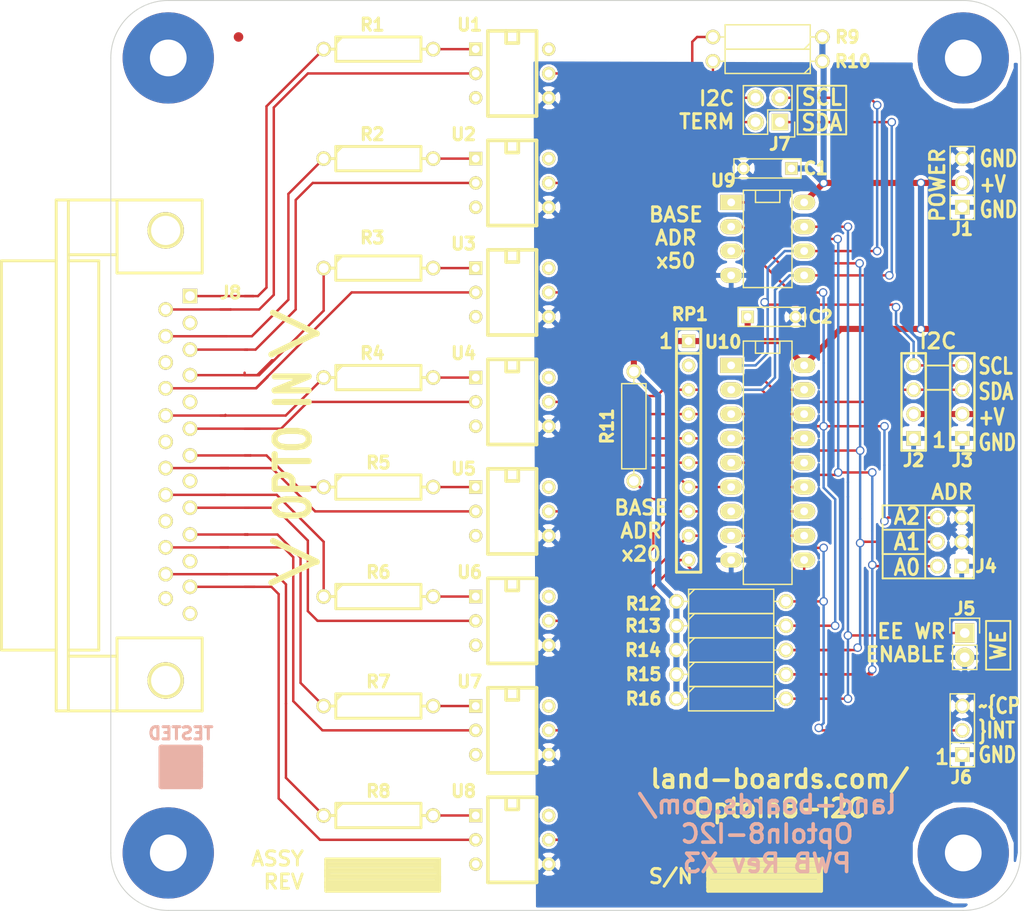
<source format=kicad_pcb>
(kicad_pcb (version 4) (host pcbnew "(after 2015-mar-04 BZR unknown)-product")

  (general
    (links 100)
    (no_connects 0)
    (area -1.948401 8.349 105.805648 108.7552)
    (thickness 1.6)
    (drawings 52)
    (tracks 402)
    (zones 0)
    (modules 46)
    (nets 45)
  )

  (page B)
  (title_block
    (title OptoIn8-I2C)
    (rev X1)
    (company land-boards.com)
  )

  (layers
    (0 F.Cu signal)
    (31 B.Cu signal)
    (36 B.SilkS user)
    (37 F.SilkS user)
    (38 B.Mask user)
    (39 F.Mask user)
    (40 Dwgs.User user)
    (42 Eco1.User user)
    (44 Edge.Cuts user)
  )

  (setup
    (last_trace_width 0.254)
    (trace_clearance 0.254)
    (zone_clearance 0.254)
    (zone_45_only no)
    (trace_min 0.254)
    (segment_width 0.2)
    (edge_width 0.1)
    (via_size 0.889)
    (via_drill 0.635)
    (via_min_size 0.889)
    (via_min_drill 0.508)
    (uvia_size 0.508)
    (uvia_drill 0.127)
    (uvias_allowed no)
    (uvia_min_size 0.508)
    (uvia_min_drill 0.127)
    (pcb_text_width 0.3)
    (pcb_text_size 1.5 1.5)
    (mod_edge_width 0.15)
    (mod_text_size 1.27 1.27)
    (mod_text_width 0.3175)
    (pad_size 1 1)
    (pad_drill 0)
    (pad_to_mask_clearance 0)
    (aux_axis_origin 0 0)
    (visible_elements 7FFFEF7F)
    (pcbplotparams
      (layerselection 0x010f0_80000001)
      (usegerberextensions true)
      (excludeedgelayer true)
      (linewidth 0.150000)
      (plotframeref false)
      (viasonmask false)
      (mode 1)
      (useauxorigin false)
      (hpglpennumber 1)
      (hpglpenspeed 20)
      (hpglpendiameter 15)
      (hpglpenoverlay 2)
      (psnegative false)
      (psa4output false)
      (plotreference true)
      (plotvalue true)
      (plotinvisibletext false)
      (padsonsilk false)
      (subtractmaskfromsilk false)
      (outputformat 1)
      (mirror false)
      (drillshape 0)
      (scaleselection 1)
      (outputdirectory plots/))
  )

  (net 0 "")
  (net 1 /A0)
  (net 2 /A1)
  (net 3 /A2)
  (net 4 /CH1-IN+)
  (net 5 /CH1-IN-)
  (net 6 /CH2-IN+)
  (net 7 /CH2-IN-)
  (net 8 /CH3-IN+)
  (net 9 /CH3-IN-)
  (net 10 /CH4-IN+)
  (net 11 /CH4-IN-)
  (net 12 /CH5-IN+)
  (net 13 /CH5-IN-)
  (net 14 /GND)
  (net 15 /GP0)
  (net 16 /GP1)
  (net 17 /GP2)
  (net 18 /GP3)
  (net 19 /GP4)
  (net 20 /GP5)
  (net 21 /GP6)
  (net 22 /GP7)
  (net 23 /INT)
  (net 24 /SCL)
  (net 25 /SDA)
  (net 26 /VCC)
  (net 27 "Net-(R1-Pad2)")
  (net 28 "Net-(R2-Pad2)")
  (net 29 "Net-(R3-Pad2)")
  (net 30 "Net-(R4-Pad2)")
  (net 31 "Net-(R5-Pad2)")
  (net 32 "Net-(R6-Pad2)")
  (net 33 "Net-(R7-Pad2)")
  (net 34 "Net-(R8-Pad2)")
  (net 35 "Net-(J5-Pad1)")
  (net 36 "Net-(J7-Pad2)")
  (net 37 "Net-(J7-Pad4)")
  (net 38 "Net-(J8-Pad12)")
  (net 39 "Net-(J8-Pad10)")
  (net 40 "Net-(J8-Pad9)")
  (net 41 "Net-(J8-Pad24)")
  (net 42 "Net-(J8-Pad23)")
  (net 43 "Net-(J8-Pad21)")
  (net 44 "Net-(R11-Pad2)")

  (net_class Default "This is the default net class."
    (clearance 0.254)
    (trace_width 0.254)
    (via_dia 0.889)
    (via_drill 0.635)
    (uvia_dia 0.508)
    (uvia_drill 0.127)
    (add_net /A0)
    (add_net /A1)
    (add_net /A2)
    (add_net /CH1-IN+)
    (add_net /CH1-IN-)
    (add_net /CH2-IN+)
    (add_net /CH2-IN-)
    (add_net /CH3-IN+)
    (add_net /CH3-IN-)
    (add_net /CH4-IN+)
    (add_net /CH4-IN-)
    (add_net /CH5-IN+)
    (add_net /CH5-IN-)
    (add_net /GP0)
    (add_net /GP1)
    (add_net /GP2)
    (add_net /GP3)
    (add_net /GP4)
    (add_net /GP5)
    (add_net /GP6)
    (add_net /GP7)
    (add_net /INT)
    (add_net /SCL)
    (add_net /SDA)
    (add_net "Net-(J5-Pad1)")
    (add_net "Net-(J7-Pad2)")
    (add_net "Net-(J7-Pad4)")
    (add_net "Net-(J8-Pad10)")
    (add_net "Net-(J8-Pad12)")
    (add_net "Net-(J8-Pad21)")
    (add_net "Net-(J8-Pad23)")
    (add_net "Net-(J8-Pad24)")
    (add_net "Net-(J8-Pad9)")
    (add_net "Net-(R1-Pad2)")
    (add_net "Net-(R11-Pad2)")
    (add_net "Net-(R2-Pad2)")
    (add_net "Net-(R3-Pad2)")
    (add_net "Net-(R4-Pad2)")
    (add_net "Net-(R5-Pad2)")
    (add_net "Net-(R6-Pad2)")
    (add_net "Net-(R7-Pad2)")
    (add_net "Net-(R8-Pad2)")
  )

  (net_class W25 ""
    (clearance 0.381)
    (trace_width 0.635)
    (via_dia 0.889)
    (via_drill 0.635)
    (uvia_dia 0.508)
    (uvia_drill 0.127)
    (add_net /GND)
    (add_net /VCC)
  )

  (module R4-5 (layer F.Cu) (tedit 538F3198) (tstamp 537A5134)
    (at 37.94 72.23)
    (path /537A4DE0)
    (fp_text reference R6 (at 0 -2.54) (layer F.SilkS)
      (effects (font (size 1.27 1.27) (thickness 0.3175)))
    )
    (fp_text value R (at 0 0) (layer F.SilkS) hide
      (effects (font (size 1.524 1.016) (thickness 0.3048)))
    )
    (fp_line (start -4.445 -1.27) (end -4.445 1.27) (layer F.SilkS) (width 0.3048))
    (fp_line (start -4.445 1.27) (end 4.445 1.27) (layer F.SilkS) (width 0.3048))
    (fp_line (start 4.445 1.27) (end 4.445 -1.27) (layer F.SilkS) (width 0.3048))
    (fp_line (start 4.445 -1.27) (end -4.445 -1.27) (layer F.SilkS) (width 0.3048))
    (fp_line (start -4.445 -0.635) (end -3.81 -1.27) (layer F.SilkS) (width 0.3048))
    (fp_line (start -4.445 0) (end -5.715 0) (layer F.SilkS) (width 0.3048))
    (fp_line (start 4.445 0) (end 5.715 0) (layer F.SilkS) (width 0.3048))
    (pad 1 thru_hole circle (at -5.715 0) (size 1.524 1.524) (drill 1.016) (layers *.Cu *.Mask F.SilkS)
      (net 43 "Net-(J8-Pad21)"))
    (pad 2 thru_hole circle (at 5.715 0) (size 1.524 1.524) (drill 1.016) (layers *.Cu *.Mask F.SilkS)
      (net 32 "Net-(R6-Pad2)"))
    (model discret/resistor.wrl
      (at (xyz 0 0 0))
      (scale (xyz 0.45 0.45 0.45))
      (rotate (xyz 0 0 0))
    )
  )

  (module R4-5 (layer F.Cu) (tedit 538F31A5) (tstamp 537A51A9)
    (at 37.94 95.09)
    (path /537A4DEC)
    (fp_text reference R8 (at 0 -2.54) (layer F.SilkS)
      (effects (font (size 1.27 1.27) (thickness 0.3175)))
    )
    (fp_text value R (at 0 0) (layer F.SilkS) hide
      (effects (font (size 1.524 1.016) (thickness 0.3048)))
    )
    (fp_line (start -4.445 -1.27) (end -4.445 1.27) (layer F.SilkS) (width 0.3048))
    (fp_line (start -4.445 1.27) (end 4.445 1.27) (layer F.SilkS) (width 0.3048))
    (fp_line (start 4.445 1.27) (end 4.445 -1.27) (layer F.SilkS) (width 0.3048))
    (fp_line (start 4.445 -1.27) (end -4.445 -1.27) (layer F.SilkS) (width 0.3048))
    (fp_line (start -4.445 -0.635) (end -3.81 -1.27) (layer F.SilkS) (width 0.3048))
    (fp_line (start -4.445 0) (end -5.715 0) (layer F.SilkS) (width 0.3048))
    (fp_line (start 4.445 0) (end 5.715 0) (layer F.SilkS) (width 0.3048))
    (pad 1 thru_hole circle (at -5.715 0) (size 1.524 1.524) (drill 1.016) (layers *.Cu *.Mask F.SilkS)
      (net 41 "Net-(J8-Pad24)"))
    (pad 2 thru_hole circle (at 5.715 0) (size 1.524 1.524) (drill 1.016) (layers *.Cu *.Mask F.SilkS)
      (net 34 "Net-(R8-Pad2)"))
    (model discret/resistor.wrl
      (at (xyz 0 0 0))
      (scale (xyz 0.45 0.45 0.45))
      (rotate (xyz 0 0 0))
    )
  )

  (module R4-5 (layer F.Cu) (tedit 538F319F) (tstamp 537A51B6)
    (at 37.94 83.66)
    (path /537A4DE6)
    (fp_text reference R7 (at 0 -2.54) (layer F.SilkS)
      (effects (font (size 1.27 1.27) (thickness 0.3175)))
    )
    (fp_text value R (at 0 0) (layer F.SilkS) hide
      (effects (font (size 1.524 1.016) (thickness 0.3048)))
    )
    (fp_line (start -4.445 -1.27) (end -4.445 1.27) (layer F.SilkS) (width 0.3048))
    (fp_line (start -4.445 1.27) (end 4.445 1.27) (layer F.SilkS) (width 0.3048))
    (fp_line (start 4.445 1.27) (end 4.445 -1.27) (layer F.SilkS) (width 0.3048))
    (fp_line (start 4.445 -1.27) (end -4.445 -1.27) (layer F.SilkS) (width 0.3048))
    (fp_line (start -4.445 -0.635) (end -3.81 -1.27) (layer F.SilkS) (width 0.3048))
    (fp_line (start -4.445 0) (end -5.715 0) (layer F.SilkS) (width 0.3048))
    (fp_line (start 4.445 0) (end 5.715 0) (layer F.SilkS) (width 0.3048))
    (pad 1 thru_hole circle (at -5.715 0) (size 1.524 1.524) (drill 1.016) (layers *.Cu *.Mask F.SilkS)
      (net 39 "Net-(J8-Pad10)"))
    (pad 2 thru_hole circle (at 5.715 0) (size 1.524 1.524) (drill 1.016) (layers *.Cu *.Mask F.SilkS)
      (net 33 "Net-(R7-Pad2)"))
    (model discret/resistor.wrl
      (at (xyz 0 0 0))
      (scale (xyz 0.45 0.45 0.45))
      (rotate (xyz 0 0 0))
    )
  )

  (module R4-5 (layer F.Cu) (tedit 538F3192) (tstamp 537A51C3)
    (at 37.94 60.8)
    (path /537A4DDA)
    (fp_text reference R5 (at 0 -2.54) (layer F.SilkS)
      (effects (font (size 1.27 1.27) (thickness 0.3175)))
    )
    (fp_text value R (at 0 0) (layer F.SilkS) hide
      (effects (font (size 1.524 1.016) (thickness 0.3048)))
    )
    (fp_line (start -4.445 -1.27) (end -4.445 1.27) (layer F.SilkS) (width 0.3048))
    (fp_line (start -4.445 1.27) (end 4.445 1.27) (layer F.SilkS) (width 0.3048))
    (fp_line (start 4.445 1.27) (end 4.445 -1.27) (layer F.SilkS) (width 0.3048))
    (fp_line (start 4.445 -1.27) (end -4.445 -1.27) (layer F.SilkS) (width 0.3048))
    (fp_line (start -4.445 -0.635) (end -3.81 -1.27) (layer F.SilkS) (width 0.3048))
    (fp_line (start -4.445 0) (end -5.715 0) (layer F.SilkS) (width 0.3048))
    (fp_line (start 4.445 0) (end 5.715 0) (layer F.SilkS) (width 0.3048))
    (pad 1 thru_hole circle (at -5.715 0) (size 1.524 1.524) (drill 1.016) (layers *.Cu *.Mask F.SilkS)
      (net 12 /CH5-IN+))
    (pad 2 thru_hole circle (at 5.715 0) (size 1.524 1.524) (drill 1.016) (layers *.Cu *.Mask F.SilkS)
      (net 31 "Net-(R5-Pad2)"))
    (model discret/resistor.wrl
      (at (xyz 0 0 0))
      (scale (xyz 0.45 0.45 0.45))
      (rotate (xyz 0 0 0))
    )
  )

  (module R4-5 (layer F.Cu) (tedit 538F318C) (tstamp 537A51D0)
    (at 37.94 49.37)
    (path /537A4DD4)
    (fp_text reference R4 (at -0.635 -2.54) (layer F.SilkS)
      (effects (font (size 1.27 1.27) (thickness 0.3175)))
    )
    (fp_text value R (at 0 0) (layer F.SilkS) hide
      (effects (font (size 1.524 1.016) (thickness 0.3048)))
    )
    (fp_line (start -4.445 -1.27) (end -4.445 1.27) (layer F.SilkS) (width 0.3048))
    (fp_line (start -4.445 1.27) (end 4.445 1.27) (layer F.SilkS) (width 0.3048))
    (fp_line (start 4.445 1.27) (end 4.445 -1.27) (layer F.SilkS) (width 0.3048))
    (fp_line (start 4.445 -1.27) (end -4.445 -1.27) (layer F.SilkS) (width 0.3048))
    (fp_line (start -4.445 -0.635) (end -3.81 -1.27) (layer F.SilkS) (width 0.3048))
    (fp_line (start -4.445 0) (end -5.715 0) (layer F.SilkS) (width 0.3048))
    (fp_line (start 4.445 0) (end 5.715 0) (layer F.SilkS) (width 0.3048))
    (pad 1 thru_hole circle (at -5.715 0) (size 1.524 1.524) (drill 1.016) (layers *.Cu *.Mask F.SilkS)
      (net 10 /CH4-IN+))
    (pad 2 thru_hole circle (at 5.715 0) (size 1.524 1.524) (drill 1.016) (layers *.Cu *.Mask F.SilkS)
      (net 30 "Net-(R4-Pad2)"))
    (model discret/resistor.wrl
      (at (xyz 0 0 0))
      (scale (xyz 0.45 0.45 0.45))
      (rotate (xyz 0 0 0))
    )
  )

  (module R4-5 (layer F.Cu) (tedit 538F3185) (tstamp 537A51DD)
    (at 37.94 37.94)
    (path /537A4DCE)
    (fp_text reference R3 (at -0.635 -3.175) (layer F.SilkS)
      (effects (font (size 1.27 1.27) (thickness 0.3175)))
    )
    (fp_text value R (at 0 0) (layer F.SilkS) hide
      (effects (font (size 1.524 1.016) (thickness 0.3048)))
    )
    (fp_line (start -4.445 -1.27) (end -4.445 1.27) (layer F.SilkS) (width 0.3048))
    (fp_line (start -4.445 1.27) (end 4.445 1.27) (layer F.SilkS) (width 0.3048))
    (fp_line (start 4.445 1.27) (end 4.445 -1.27) (layer F.SilkS) (width 0.3048))
    (fp_line (start 4.445 -1.27) (end -4.445 -1.27) (layer F.SilkS) (width 0.3048))
    (fp_line (start -4.445 -0.635) (end -3.81 -1.27) (layer F.SilkS) (width 0.3048))
    (fp_line (start -4.445 0) (end -5.715 0) (layer F.SilkS) (width 0.3048))
    (fp_line (start 4.445 0) (end 5.715 0) (layer F.SilkS) (width 0.3048))
    (pad 1 thru_hole circle (at -5.715 0) (size 1.524 1.524) (drill 1.016) (layers *.Cu *.Mask F.SilkS)
      (net 8 /CH3-IN+))
    (pad 2 thru_hole circle (at 5.715 0) (size 1.524 1.524) (drill 1.016) (layers *.Cu *.Mask F.SilkS)
      (net 29 "Net-(R3-Pad2)"))
    (model discret/resistor.wrl
      (at (xyz 0 0 0))
      (scale (xyz 0.45 0.45 0.45))
      (rotate (xyz 0 0 0))
    )
  )

  (module R4-5 (layer F.Cu) (tedit 538F317F) (tstamp 537A51EA)
    (at 37.94 26.51)
    (path /537A4DC8)
    (fp_text reference R2 (at -0.635 -2.54) (layer F.SilkS)
      (effects (font (size 1.27 1.27) (thickness 0.3175)))
    )
    (fp_text value R (at 0 0) (layer F.SilkS) hide
      (effects (font (size 1.524 1.016) (thickness 0.3048)))
    )
    (fp_line (start -4.445 -1.27) (end -4.445 1.27) (layer F.SilkS) (width 0.3048))
    (fp_line (start -4.445 1.27) (end 4.445 1.27) (layer F.SilkS) (width 0.3048))
    (fp_line (start 4.445 1.27) (end 4.445 -1.27) (layer F.SilkS) (width 0.3048))
    (fp_line (start 4.445 -1.27) (end -4.445 -1.27) (layer F.SilkS) (width 0.3048))
    (fp_line (start -4.445 -0.635) (end -3.81 -1.27) (layer F.SilkS) (width 0.3048))
    (fp_line (start -4.445 0) (end -5.715 0) (layer F.SilkS) (width 0.3048))
    (fp_line (start 4.445 0) (end 5.715 0) (layer F.SilkS) (width 0.3048))
    (pad 1 thru_hole circle (at -5.715 0) (size 1.524 1.524) (drill 1.016) (layers *.Cu *.Mask F.SilkS)
      (net 6 /CH2-IN+))
    (pad 2 thru_hole circle (at 5.715 0) (size 1.524 1.524) (drill 1.016) (layers *.Cu *.Mask F.SilkS)
      (net 28 "Net-(R2-Pad2)"))
    (model discret/resistor.wrl
      (at (xyz 0 0 0))
      (scale (xyz 0.45 0.45 0.45))
      (rotate (xyz 0 0 0))
    )
  )

  (module R4-5 (layer F.Cu) (tedit 538F3178) (tstamp 537A51F7)
    (at 37.94 15.08)
    (path /537A4DBB)
    (fp_text reference R1 (at -0.635 -2.54) (layer F.SilkS)
      (effects (font (size 1.27 1.27) (thickness 0.3175)))
    )
    (fp_text value R (at 0 0) (layer F.SilkS) hide
      (effects (font (size 1.524 1.016) (thickness 0.3048)))
    )
    (fp_line (start -4.445 -1.27) (end -4.445 1.27) (layer F.SilkS) (width 0.3048))
    (fp_line (start -4.445 1.27) (end 4.445 1.27) (layer F.SilkS) (width 0.3048))
    (fp_line (start 4.445 1.27) (end 4.445 -1.27) (layer F.SilkS) (width 0.3048))
    (fp_line (start 4.445 -1.27) (end -4.445 -1.27) (layer F.SilkS) (width 0.3048))
    (fp_line (start -4.445 -0.635) (end -3.81 -1.27) (layer F.SilkS) (width 0.3048))
    (fp_line (start -4.445 0) (end -5.715 0) (layer F.SilkS) (width 0.3048))
    (fp_line (start 4.445 0) (end 5.715 0) (layer F.SilkS) (width 0.3048))
    (pad 1 thru_hole circle (at -5.715 0) (size 1.524 1.524) (drill 1.016) (layers *.Cu *.Mask F.SilkS)
      (net 4 /CH1-IN+))
    (pad 2 thru_hole circle (at 5.715 0) (size 1.524 1.524) (drill 1.016) (layers *.Cu *.Mask F.SilkS)
      (net 27 "Net-(R1-Pad2)"))
    (model discret/resistor.wrl
      (at (xyz 0 0 0))
      (scale (xyz 0.45 0.45 0.45))
      (rotate (xyz 0 0 0))
    )
  )

  (module DIP-6__300 (layer F.Cu) (tedit 537B7BA7) (tstamp 537A5208)
    (at 51.91 17.62 270)
    (descr "6 pins DIL package, round pads")
    (tags DIL)
    (path /537A4D39)
    (fp_text reference U1 (at -5.08 4.445 360) (layer F.SilkS)
      (effects (font (size 1.27 1.27) (thickness 0.3175)))
    )
    (fp_text value 4N26 (at 0 0 270) (layer F.SilkS) hide
      (effects (font (size 1.524 0.889) (thickness 0.2032)))
    )
    (fp_line (start -4.445 -2.54) (end 4.445 -2.54) (layer F.SilkS) (width 0.381))
    (fp_line (start 4.445 -2.54) (end 4.445 2.54) (layer F.SilkS) (width 0.381))
    (fp_line (start 4.445 2.54) (end -4.445 2.54) (layer F.SilkS) (width 0.381))
    (fp_line (start -4.445 2.54) (end -4.445 -2.54) (layer F.SilkS) (width 0.381))
    (fp_line (start -4.445 -0.635) (end -3.175 -0.635) (layer F.SilkS) (width 0.381))
    (fp_line (start -3.175 -0.635) (end -3.175 0.635) (layer F.SilkS) (width 0.381))
    (fp_line (start -3.175 0.635) (end -4.445 0.635) (layer F.SilkS) (width 0.381))
    (pad 1 thru_hole rect (at -2.54 3.81 270) (size 1.397 1.397) (drill 0.8128) (layers *.Cu *.Mask F.SilkS)
      (net 27 "Net-(R1-Pad2)"))
    (pad 2 thru_hole circle (at 0 3.81 270) (size 1.397 1.397) (drill 0.8128) (layers *.Cu *.Mask F.SilkS)
      (net 5 /CH1-IN-))
    (pad 3 thru_hole circle (at 2.54 3.81 270) (size 1.397 1.397) (drill 0.8128) (layers *.Cu *.Mask F.SilkS))
    (pad 4 thru_hole circle (at 2.54 -3.81 270) (size 1.397 1.397) (drill 0.8128) (layers *.Cu *.Mask F.SilkS)
      (net 14 /GND))
    (pad 5 thru_hole circle (at 0 -3.81 270) (size 1.397 1.397) (drill 0.8128) (layers *.Cu *.Mask F.SilkS)
      (net 22 /GP7))
    (pad 6 thru_hole circle (at -2.54 -3.81 270) (size 1.397 1.397) (drill 0.8128) (layers *.Cu *.Mask F.SilkS))
    (model dil/dil_6.wrl
      (at (xyz 0 0 0))
      (scale (xyz 1 1 1))
      (rotate (xyz 0 0 0))
    )
  )

  (module DIP-6__300 (layer F.Cu) (tedit 537B7BD3) (tstamp 537A5219)
    (at 51.91 97.63 270)
    (descr "6 pins DIL package, round pads")
    (tags DIL)
    (path /537A4DAC)
    (fp_text reference U8 (at -5.08 5.08 360) (layer F.SilkS)
      (effects (font (size 1.27 1.27) (thickness 0.3175)))
    )
    (fp_text value 4N26 (at 0 0 270) (layer F.SilkS) hide
      (effects (font (size 1.524 0.889) (thickness 0.2032)))
    )
    (fp_line (start -4.445 -2.54) (end 4.445 -2.54) (layer F.SilkS) (width 0.381))
    (fp_line (start 4.445 -2.54) (end 4.445 2.54) (layer F.SilkS) (width 0.381))
    (fp_line (start 4.445 2.54) (end -4.445 2.54) (layer F.SilkS) (width 0.381))
    (fp_line (start -4.445 2.54) (end -4.445 -2.54) (layer F.SilkS) (width 0.381))
    (fp_line (start -4.445 -0.635) (end -3.175 -0.635) (layer F.SilkS) (width 0.381))
    (fp_line (start -3.175 -0.635) (end -3.175 0.635) (layer F.SilkS) (width 0.381))
    (fp_line (start -3.175 0.635) (end -4.445 0.635) (layer F.SilkS) (width 0.381))
    (pad 1 thru_hole rect (at -2.54 3.81 270) (size 1.397 1.397) (drill 0.8128) (layers *.Cu *.Mask F.SilkS)
      (net 34 "Net-(R8-Pad2)"))
    (pad 2 thru_hole circle (at 0 3.81 270) (size 1.397 1.397) (drill 0.8128) (layers *.Cu *.Mask F.SilkS)
      (net 38 "Net-(J8-Pad12)"))
    (pad 3 thru_hole circle (at 2.54 3.81 270) (size 1.397 1.397) (drill 0.8128) (layers *.Cu *.Mask F.SilkS))
    (pad 4 thru_hole circle (at 2.54 -3.81 270) (size 1.397 1.397) (drill 0.8128) (layers *.Cu *.Mask F.SilkS)
      (net 14 /GND))
    (pad 5 thru_hole circle (at 0 -3.81 270) (size 1.397 1.397) (drill 0.8128) (layers *.Cu *.Mask F.SilkS)
      (net 15 /GP0))
    (pad 6 thru_hole circle (at -2.54 -3.81 270) (size 1.397 1.397) (drill 0.8128) (layers *.Cu *.Mask F.SilkS))
    (model dil/dil_6.wrl
      (at (xyz 0 0 0))
      (scale (xyz 1 1 1))
      (rotate (xyz 0 0 0))
    )
  )

  (module DIP-6__300 (layer F.Cu) (tedit 537B7BCD) (tstamp 537A522A)
    (at 51.91 86.2 270)
    (descr "6 pins DIL package, round pads")
    (tags DIL)
    (path /537A4D9D)
    (fp_text reference U7 (at -5.08 4.445 360) (layer F.SilkS)
      (effects (font (size 1.27 1.27) (thickness 0.3175)))
    )
    (fp_text value 4N26 (at 0 0 270) (layer F.SilkS) hide
      (effects (font (size 1.524 0.889) (thickness 0.2032)))
    )
    (fp_line (start -4.445 -2.54) (end 4.445 -2.54) (layer F.SilkS) (width 0.381))
    (fp_line (start 4.445 -2.54) (end 4.445 2.54) (layer F.SilkS) (width 0.381))
    (fp_line (start 4.445 2.54) (end -4.445 2.54) (layer F.SilkS) (width 0.381))
    (fp_line (start -4.445 2.54) (end -4.445 -2.54) (layer F.SilkS) (width 0.381))
    (fp_line (start -4.445 -0.635) (end -3.175 -0.635) (layer F.SilkS) (width 0.381))
    (fp_line (start -3.175 -0.635) (end -3.175 0.635) (layer F.SilkS) (width 0.381))
    (fp_line (start -3.175 0.635) (end -4.445 0.635) (layer F.SilkS) (width 0.381))
    (pad 1 thru_hole rect (at -2.54 3.81 270) (size 1.397 1.397) (drill 0.8128) (layers *.Cu *.Mask F.SilkS)
      (net 33 "Net-(R7-Pad2)"))
    (pad 2 thru_hole circle (at 0 3.81 270) (size 1.397 1.397) (drill 0.8128) (layers *.Cu *.Mask F.SilkS)
      (net 42 "Net-(J8-Pad23)"))
    (pad 3 thru_hole circle (at 2.54 3.81 270) (size 1.397 1.397) (drill 0.8128) (layers *.Cu *.Mask F.SilkS))
    (pad 4 thru_hole circle (at 2.54 -3.81 270) (size 1.397 1.397) (drill 0.8128) (layers *.Cu *.Mask F.SilkS)
      (net 14 /GND))
    (pad 5 thru_hole circle (at 0 -3.81 270) (size 1.397 1.397) (drill 0.8128) (layers *.Cu *.Mask F.SilkS)
      (net 16 /GP1))
    (pad 6 thru_hole circle (at -2.54 -3.81 270) (size 1.397 1.397) (drill 0.8128) (layers *.Cu *.Mask F.SilkS))
    (model dil/dil_6.wrl
      (at (xyz 0 0 0))
      (scale (xyz 1 1 1))
      (rotate (xyz 0 0 0))
    )
  )

  (module DIP-6__300 (layer F.Cu) (tedit 537B7BC7) (tstamp 537A523B)
    (at 51.91 74.77 270)
    (descr "6 pins DIL package, round pads")
    (tags DIL)
    (path /537A4D8E)
    (fp_text reference U6 (at -5.08 4.445 360) (layer F.SilkS)
      (effects (font (size 1.27 1.27) (thickness 0.3175)))
    )
    (fp_text value 4N26 (at 0 0 270) (layer F.SilkS) hide
      (effects (font (size 1.524 0.889) (thickness 0.2032)))
    )
    (fp_line (start -4.445 -2.54) (end 4.445 -2.54) (layer F.SilkS) (width 0.381))
    (fp_line (start 4.445 -2.54) (end 4.445 2.54) (layer F.SilkS) (width 0.381))
    (fp_line (start 4.445 2.54) (end -4.445 2.54) (layer F.SilkS) (width 0.381))
    (fp_line (start -4.445 2.54) (end -4.445 -2.54) (layer F.SilkS) (width 0.381))
    (fp_line (start -4.445 -0.635) (end -3.175 -0.635) (layer F.SilkS) (width 0.381))
    (fp_line (start -3.175 -0.635) (end -3.175 0.635) (layer F.SilkS) (width 0.381))
    (fp_line (start -3.175 0.635) (end -4.445 0.635) (layer F.SilkS) (width 0.381))
    (pad 1 thru_hole rect (at -2.54 3.81 270) (size 1.397 1.397) (drill 0.8128) (layers *.Cu *.Mask F.SilkS)
      (net 32 "Net-(R6-Pad2)"))
    (pad 2 thru_hole circle (at 0 3.81 270) (size 1.397 1.397) (drill 0.8128) (layers *.Cu *.Mask F.SilkS)
      (net 40 "Net-(J8-Pad9)"))
    (pad 3 thru_hole circle (at 2.54 3.81 270) (size 1.397 1.397) (drill 0.8128) (layers *.Cu *.Mask F.SilkS))
    (pad 4 thru_hole circle (at 2.54 -3.81 270) (size 1.397 1.397) (drill 0.8128) (layers *.Cu *.Mask F.SilkS)
      (net 14 /GND))
    (pad 5 thru_hole circle (at 0 -3.81 270) (size 1.397 1.397) (drill 0.8128) (layers *.Cu *.Mask F.SilkS)
      (net 17 /GP2))
    (pad 6 thru_hole circle (at -2.54 -3.81 270) (size 1.397 1.397) (drill 0.8128) (layers *.Cu *.Mask F.SilkS))
    (model dil/dil_6.wrl
      (at (xyz 0 0 0))
      (scale (xyz 1 1 1))
      (rotate (xyz 0 0 0))
    )
  )

  (module DIP-6__300 (layer F.Cu) (tedit 537B7BC1) (tstamp 537A524C)
    (at 51.91 63.34 270)
    (descr "6 pins DIL package, round pads")
    (tags DIL)
    (path /537A4D75)
    (fp_text reference U5 (at -4.445 5.08 360) (layer F.SilkS)
      (effects (font (size 1.27 1.27) (thickness 0.3175)))
    )
    (fp_text value 4N26 (at 0 0 270) (layer F.SilkS) hide
      (effects (font (size 1.524 0.889) (thickness 0.2032)))
    )
    (fp_line (start -4.445 -2.54) (end 4.445 -2.54) (layer F.SilkS) (width 0.381))
    (fp_line (start 4.445 -2.54) (end 4.445 2.54) (layer F.SilkS) (width 0.381))
    (fp_line (start 4.445 2.54) (end -4.445 2.54) (layer F.SilkS) (width 0.381))
    (fp_line (start -4.445 2.54) (end -4.445 -2.54) (layer F.SilkS) (width 0.381))
    (fp_line (start -4.445 -0.635) (end -3.175 -0.635) (layer F.SilkS) (width 0.381))
    (fp_line (start -3.175 -0.635) (end -3.175 0.635) (layer F.SilkS) (width 0.381))
    (fp_line (start -3.175 0.635) (end -4.445 0.635) (layer F.SilkS) (width 0.381))
    (pad 1 thru_hole rect (at -2.54 3.81 270) (size 1.397 1.397) (drill 0.8128) (layers *.Cu *.Mask F.SilkS)
      (net 31 "Net-(R5-Pad2)"))
    (pad 2 thru_hole circle (at 0 3.81 270) (size 1.397 1.397) (drill 0.8128) (layers *.Cu *.Mask F.SilkS)
      (net 13 /CH5-IN-))
    (pad 3 thru_hole circle (at 2.54 3.81 270) (size 1.397 1.397) (drill 0.8128) (layers *.Cu *.Mask F.SilkS))
    (pad 4 thru_hole circle (at 2.54 -3.81 270) (size 1.397 1.397) (drill 0.8128) (layers *.Cu *.Mask F.SilkS)
      (net 14 /GND))
    (pad 5 thru_hole circle (at 0 -3.81 270) (size 1.397 1.397) (drill 0.8128) (layers *.Cu *.Mask F.SilkS)
      (net 18 /GP3))
    (pad 6 thru_hole circle (at -2.54 -3.81 270) (size 1.397 1.397) (drill 0.8128) (layers *.Cu *.Mask F.SilkS))
    (model dil/dil_6.wrl
      (at (xyz 0 0 0))
      (scale (xyz 1 1 1))
      (rotate (xyz 0 0 0))
    )
  )

  (module DIP-6__300 (layer F.Cu) (tedit 537B7BBB) (tstamp 537A525D)
    (at 51.91 51.91 270)
    (descr "6 pins DIL package, round pads")
    (tags DIL)
    (path /537A4D66)
    (fp_text reference U4 (at -5.08 5.08 360) (layer F.SilkS)
      (effects (font (size 1.27 1.27) (thickness 0.3175)))
    )
    (fp_text value 4N26 (at 0 0 270) (layer F.SilkS) hide
      (effects (font (size 1.524 0.889) (thickness 0.2032)))
    )
    (fp_line (start -4.445 -2.54) (end 4.445 -2.54) (layer F.SilkS) (width 0.381))
    (fp_line (start 4.445 -2.54) (end 4.445 2.54) (layer F.SilkS) (width 0.381))
    (fp_line (start 4.445 2.54) (end -4.445 2.54) (layer F.SilkS) (width 0.381))
    (fp_line (start -4.445 2.54) (end -4.445 -2.54) (layer F.SilkS) (width 0.381))
    (fp_line (start -4.445 -0.635) (end -3.175 -0.635) (layer F.SilkS) (width 0.381))
    (fp_line (start -3.175 -0.635) (end -3.175 0.635) (layer F.SilkS) (width 0.381))
    (fp_line (start -3.175 0.635) (end -4.445 0.635) (layer F.SilkS) (width 0.381))
    (pad 1 thru_hole rect (at -2.54 3.81 270) (size 1.397 1.397) (drill 0.8128) (layers *.Cu *.Mask F.SilkS)
      (net 30 "Net-(R4-Pad2)"))
    (pad 2 thru_hole circle (at 0 3.81 270) (size 1.397 1.397) (drill 0.8128) (layers *.Cu *.Mask F.SilkS)
      (net 11 /CH4-IN-))
    (pad 3 thru_hole circle (at 2.54 3.81 270) (size 1.397 1.397) (drill 0.8128) (layers *.Cu *.Mask F.SilkS))
    (pad 4 thru_hole circle (at 2.54 -3.81 270) (size 1.397 1.397) (drill 0.8128) (layers *.Cu *.Mask F.SilkS)
      (net 14 /GND))
    (pad 5 thru_hole circle (at 0 -3.81 270) (size 1.397 1.397) (drill 0.8128) (layers *.Cu *.Mask F.SilkS)
      (net 19 /GP4))
    (pad 6 thru_hole circle (at -2.54 -3.81 270) (size 1.397 1.397) (drill 0.8128) (layers *.Cu *.Mask F.SilkS))
    (model dil/dil_6.wrl
      (at (xyz 0 0 0))
      (scale (xyz 1 1 1))
      (rotate (xyz 0 0 0))
    )
  )

  (module DIP-6__300 (layer F.Cu) (tedit 537B7BB3) (tstamp 537A526E)
    (at 51.91 40.48 270)
    (descr "6 pins DIL package, round pads")
    (tags DIL)
    (path /537A4D57)
    (fp_text reference U3 (at -5.08 5.08 360) (layer F.SilkS)
      (effects (font (size 1.27 1.27) (thickness 0.3175)))
    )
    (fp_text value 4N26 (at -0.41 0.16 270) (layer F.SilkS) hide
      (effects (font (size 1.524 0.889) (thickness 0.2032)))
    )
    (fp_line (start -4.445 -2.54) (end 4.445 -2.54) (layer F.SilkS) (width 0.381))
    (fp_line (start 4.445 -2.54) (end 4.445 2.54) (layer F.SilkS) (width 0.381))
    (fp_line (start 4.445 2.54) (end -4.445 2.54) (layer F.SilkS) (width 0.381))
    (fp_line (start -4.445 2.54) (end -4.445 -2.54) (layer F.SilkS) (width 0.381))
    (fp_line (start -4.445 -0.635) (end -3.175 -0.635) (layer F.SilkS) (width 0.381))
    (fp_line (start -3.175 -0.635) (end -3.175 0.635) (layer F.SilkS) (width 0.381))
    (fp_line (start -3.175 0.635) (end -4.445 0.635) (layer F.SilkS) (width 0.381))
    (pad 1 thru_hole rect (at -2.54 3.81 270) (size 1.397 1.397) (drill 0.8128) (layers *.Cu *.Mask F.SilkS)
      (net 29 "Net-(R3-Pad2)"))
    (pad 2 thru_hole circle (at 0 3.81 270) (size 1.397 1.397) (drill 0.8128) (layers *.Cu *.Mask F.SilkS)
      (net 9 /CH3-IN-))
    (pad 3 thru_hole circle (at 2.54 3.81 270) (size 1.397 1.397) (drill 0.8128) (layers *.Cu *.Mask F.SilkS))
    (pad 4 thru_hole circle (at 2.54 -3.81 270) (size 1.397 1.397) (drill 0.8128) (layers *.Cu *.Mask F.SilkS)
      (net 14 /GND))
    (pad 5 thru_hole circle (at 0 -3.81 270) (size 1.397 1.397) (drill 0.8128) (layers *.Cu *.Mask F.SilkS)
      (net 20 /GP5))
    (pad 6 thru_hole circle (at -2.54 -3.81 270) (size 1.397 1.397) (drill 0.8128) (layers *.Cu *.Mask F.SilkS))
    (model dil/dil_6.wrl
      (at (xyz 0 0 0))
      (scale (xyz 1 1 1))
      (rotate (xyz 0 0 0))
    )
  )

  (module DIP-6__300 (layer F.Cu) (tedit 537B7BAD) (tstamp 537A527F)
    (at 51.91 29.05 270)
    (descr "6 pins DIL package, round pads")
    (tags DIL)
    (path /537A4D48)
    (fp_text reference U2 (at -5.08 5.08 360) (layer F.SilkS)
      (effects (font (size 1.27 1.27) (thickness 0.3175)))
    )
    (fp_text value 4N26 (at 0 0 270) (layer F.SilkS) hide
      (effects (font (size 1.524 0.889) (thickness 0.2032)))
    )
    (fp_line (start -4.445 -2.54) (end 4.445 -2.54) (layer F.SilkS) (width 0.381))
    (fp_line (start 4.445 -2.54) (end 4.445 2.54) (layer F.SilkS) (width 0.381))
    (fp_line (start 4.445 2.54) (end -4.445 2.54) (layer F.SilkS) (width 0.381))
    (fp_line (start -4.445 2.54) (end -4.445 -2.54) (layer F.SilkS) (width 0.381))
    (fp_line (start -4.445 -0.635) (end -3.175 -0.635) (layer F.SilkS) (width 0.381))
    (fp_line (start -3.175 -0.635) (end -3.175 0.635) (layer F.SilkS) (width 0.381))
    (fp_line (start -3.175 0.635) (end -4.445 0.635) (layer F.SilkS) (width 0.381))
    (pad 1 thru_hole rect (at -2.54 3.81 270) (size 1.397 1.397) (drill 0.8128) (layers *.Cu *.Mask F.SilkS)
      (net 28 "Net-(R2-Pad2)"))
    (pad 2 thru_hole circle (at 0 3.81 270) (size 1.397 1.397) (drill 0.8128) (layers *.Cu *.Mask F.SilkS)
      (net 7 /CH2-IN-))
    (pad 3 thru_hole circle (at 2.54 3.81 270) (size 1.397 1.397) (drill 0.8128) (layers *.Cu *.Mask F.SilkS))
    (pad 4 thru_hole circle (at 2.54 -3.81 270) (size 1.397 1.397) (drill 0.8128) (layers *.Cu *.Mask F.SilkS)
      (net 14 /GND))
    (pad 5 thru_hole circle (at 0 -3.81 270) (size 1.397 1.397) (drill 0.8128) (layers *.Cu *.Mask F.SilkS)
      (net 21 /GP6))
    (pad 6 thru_hole circle (at -2.54 -3.81 270) (size 1.397 1.397) (drill 0.8128) (layers *.Cu *.Mask F.SilkS))
    (model dil/dil_6.wrl
      (at (xyz 0 0 0))
      (scale (xyz 1 1 1))
      (rotate (xyz 0 0 0))
    )
  )

  (module DB25MC locked (layer F.Cu) (tedit 553C3012) (tstamp 537A5292)
    (at 17 57.5 90)
    (descr "Connecteur DB25 MALE couche")
    (tags "CONN DB25")
    (path /537A4DF5)
    (fp_text reference J8 (at 17 5.5 180) (layer F.SilkS)
      (effects (font (size 1.27 1.27) (thickness 0.3175)))
    )
    (fp_text value DB25 (at 0 -6.35 90) (layer F.SilkS) hide
      (effects (font (thickness 0.3048)))
    )
    (fp_line (start 26.67 -11.43) (end 26.67 2.54) (layer F.SilkS) (width 0.3048))
    (fp_line (start 19.05 -6.35) (end 19.05 2.54) (layer F.SilkS) (width 0.3048))
    (fp_line (start 20.955 -11.43) (end 20.955 -6.35) (layer F.SilkS) (width 0.3048))
    (fp_line (start -20.955 -11.43) (end -20.955 -6.35) (layer F.SilkS) (width 0.3048))
    (fp_line (start -19.05 -6.35) (end -19.05 2.54) (layer F.SilkS) (width 0.3048))
    (fp_line (start -26.67 2.54) (end -26.67 -11.43) (layer F.SilkS) (width 0.3048))
    (fp_line (start 26.67 -6.35) (end 19.05 -6.35) (layer F.SilkS) (width 0.3048))
    (fp_line (start -26.67 -6.35) (end -19.05 -6.35) (layer F.SilkS) (width 0.3048))
    (fp_line (start 20.32 -8.255) (end 20.32 -11.43) (layer F.SilkS) (width 0.3048))
    (fp_line (start -20.32 -8.255) (end -20.32 -11.43) (layer F.SilkS) (width 0.3048))
    (fp_line (start 20.32 -18.415) (end 20.32 -12.7) (layer F.SilkS) (width 0.3048))
    (fp_line (start -20.32 -18.415) (end -20.32 -12.7) (layer F.SilkS) (width 0.3048))
    (fp_line (start 26.67 -11.43) (end 26.67 -12.7) (layer F.SilkS) (width 0.3048))
    (fp_line (start 26.67 -12.7) (end -26.67 -12.7) (layer F.SilkS) (width 0.3048))
    (fp_line (start -26.67 -12.7) (end -26.67 -11.43) (layer F.SilkS) (width 0.3048))
    (fp_line (start -26.67 -11.43) (end 26.67 -11.43) (layer F.SilkS) (width 0.3048))
    (fp_line (start 19.05 2.54) (end 26.67 2.54) (layer F.SilkS) (width 0.3048))
    (fp_line (start -20.32 -8.255) (end 20.32 -8.255) (layer F.SilkS) (width 0.3048))
    (fp_line (start -20.32 -18.415) (end 20.32 -18.415) (layer F.SilkS) (width 0.3048))
    (fp_line (start -26.67 2.54) (end -19.05 2.54) (layer F.SilkS) (width 0.3048))
    (pad "" thru_hole circle (at 23.495 -1.27 90) (size 3.81 3.81) (drill 3.048) (layers *.Cu *.Mask F.SilkS))
    (pad "" thru_hole circle (at -23.495 -1.27 90) (size 3.81 3.81) (drill 3.048) (layers *.Cu *.Mask F.SilkS))
    (pad 13 thru_hole circle (at -16.51 1.27 90) (size 1.524 1.524) (drill 1.016) (layers *.Cu *.Mask F.SilkS))
    (pad 12 thru_hole circle (at -13.716 1.27 90) (size 1.524 1.524) (drill 1.016) (layers *.Cu *.Mask F.SilkS)
      (net 38 "Net-(J8-Pad12)"))
    (pad 11 thru_hole circle (at -11.049 1.27 90) (size 1.524 1.524) (drill 1.016) (layers *.Cu *.Mask F.SilkS))
    (pad 10 thru_hole circle (at -8.255 1.27 90) (size 1.524 1.524) (drill 1.016) (layers *.Cu *.Mask F.SilkS)
      (net 39 "Net-(J8-Pad10)"))
    (pad 9 thru_hole circle (at -5.461 1.27 90) (size 1.524 1.524) (drill 1.016) (layers *.Cu *.Mask F.SilkS)
      (net 40 "Net-(J8-Pad9)"))
    (pad 8 thru_hole circle (at -2.667 1.27 90) (size 1.524 1.524) (drill 1.016) (layers *.Cu *.Mask F.SilkS))
    (pad 7 thru_hole circle (at 0 1.27 90) (size 1.524 1.524) (drill 1.016) (layers *.Cu *.Mask F.SilkS)
      (net 12 /CH5-IN+))
    (pad 6 thru_hole circle (at 2.794 1.27 90) (size 1.524 1.524) (drill 1.016) (layers *.Cu *.Mask F.SilkS)
      (net 11 /CH4-IN-))
    (pad 5 thru_hole circle (at 5.588 1.27 90) (size 1.524 1.524) (drill 1.016) (layers *.Cu *.Mask F.SilkS))
    (pad 4 thru_hole circle (at 8.382 1.27 90) (size 1.524 1.524) (drill 1.016) (layers *.Cu *.Mask F.SilkS)
      (net 8 /CH3-IN+))
    (pad 3 thru_hole circle (at 11.049 1.27 90) (size 1.524 1.524) (drill 1.016) (layers *.Cu *.Mask F.SilkS)
      (net 7 /CH2-IN-))
    (pad 2 thru_hole circle (at 13.843 1.27 90) (size 1.524 1.524) (drill 1.016) (layers *.Cu *.Mask F.SilkS))
    (pad 1 thru_hole rect (at 16.637 1.27 90) (size 1.524 1.524) (drill 1.016) (layers *.Cu *.Mask F.SilkS)
      (net 4 /CH1-IN+))
    (pad 25 thru_hole circle (at -14.9352 -1.27 90) (size 1.524 1.524) (drill 1.016) (layers *.Cu *.Mask F.SilkS))
    (pad 24 thru_hole circle (at -12.3952 -1.27 90) (size 1.524 1.524) (drill 1.016) (layers *.Cu *.Mask F.SilkS)
      (net 41 "Net-(J8-Pad24)"))
    (pad 23 thru_hole circle (at -9.6012 -1.27 90) (size 1.524 1.524) (drill 1.016) (layers *.Cu *.Mask F.SilkS)
      (net 42 "Net-(J8-Pad23)"))
    (pad 22 thru_hole circle (at -6.858 -1.27 90) (size 1.524 1.524) (drill 1.016) (layers *.Cu *.Mask F.SilkS))
    (pad 21 thru_hole circle (at -4.1148 -1.27 90) (size 1.524 1.524) (drill 1.016) (layers *.Cu *.Mask F.SilkS)
      (net 43 "Net-(J8-Pad21)"))
    (pad 20 thru_hole circle (at -1.3208 -1.27 90) (size 1.524 1.524) (drill 1.016) (layers *.Cu *.Mask F.SilkS)
      (net 13 /CH5-IN-))
    (pad 19 thru_hole circle (at 1.4224 -1.27 90) (size 1.524 1.524) (drill 1.016) (layers *.Cu *.Mask F.SilkS))
    (pad 18 thru_hole circle (at 4.1656 -1.27 90) (size 1.524 1.524) (drill 1.016) (layers *.Cu *.Mask F.SilkS)
      (net 10 /CH4-IN+))
    (pad 17 thru_hole circle (at 7.0104 -1.27 90) (size 1.524 1.524) (drill 1.016) (layers *.Cu *.Mask F.SilkS)
      (net 9 /CH3-IN-))
    (pad 16 thru_hole circle (at 9.7028 -1.27 90) (size 1.524 1.524) (drill 1.016) (layers *.Cu *.Mask F.SilkS))
    (pad 15 thru_hole circle (at 12.446 -1.27 90) (size 1.524 1.524) (drill 1.016) (layers *.Cu *.Mask F.SilkS)
      (net 6 /CH2-IN+))
    (pad 14 thru_hole circle (at 15.24 -1.27 90) (size 1.524 1.524) (drill 1.016) (layers *.Cu *.Mask F.SilkS)
      (net 5 /CH1-IN-))
    (model conn_DBxx/db25_male_pin90deg.wrl
      (at (xyz 0 0 0))
      (scale (xyz 1 1 1))
      (rotate (xyz 0 0 0))
    )
  )

  (module REV_BLOCK (layer F.Cu) (tedit 50F8397A) (tstamp 537A612F)
    (at 37.94 101.44)
    (path /537A64A5)
    (fp_text reference ST1 (at 0.508 3.429) (layer F.SilkS) hide
      (effects (font (size 1.27 1.27) (thickness 0.3175)))
    )
    (fp_text value CONN_1 (at 1.143 5.715) (layer F.SilkS) hide
      (effects (font (thickness 0.3048)))
    )
    (fp_line (start -5.334 -1.27) (end 6.096 -1.27) (layer F.SilkS) (width 0.635))
    (fp_line (start 6.096 -1.27) (end 6.096 -0.635) (layer F.SilkS) (width 0.635))
    (fp_line (start 6.096 -0.635) (end -5.334 -0.635) (layer F.SilkS) (width 0.635))
    (fp_line (start -5.334 -0.635) (end -5.334 0) (layer F.SilkS) (width 0.635))
    (fp_line (start -5.334 0) (end 6.223 0) (layer F.SilkS) (width 0.635))
    (fp_line (start 6.223 0) (end 6.223 0.635) (layer F.SilkS) (width 0.635))
    (fp_line (start 6.223 0.635) (end -5.334 0.635) (layer F.SilkS) (width 0.635))
    (fp_line (start -5.334 0.635) (end -5.334 1.143) (layer F.SilkS) (width 0.635))
    (fp_line (start -5.334 1.143) (end 6.096 1.143) (layer F.SilkS) (width 0.635))
    (fp_line (start 6.35 -1.778) (end -5.461 -1.778) (layer F.SilkS) (width 0.381))
    (fp_line (start -5.461 -1.778) (end -5.461 1.524) (layer F.SilkS) (width 0.381))
    (fp_line (start -5.461 1.524) (end 6.35 1.524) (layer F.SilkS) (width 0.381))
    (fp_line (start 6.35 1.524) (end 6.35 -1.778) (layer F.SilkS) (width 0.381))
  )

  (module pin_array_3x2 (layer F.Cu) (tedit 553CF95E) (tstamp 538F2F79)
    (at 97.57 66.525 90)
    (descr "Double rangee de contacts 2 x 4 pins")
    (tags CONN)
    (path /537B7022)
    (fp_text reference J4 (at -2.54 3.81 180) (layer F.SilkS)
      (effects (font (size 1.27 1.27) (thickness 0.3175)))
    )
    (fp_text value CONN_3X2 (at 0 3.81 90) (layer F.SilkS) hide
      (effects (font (size 1.016 1.016) (thickness 0.2032)))
    )
    (fp_line (start 3.81 2.54) (end -3.81 2.54) (layer F.SilkS) (width 0.2032))
    (fp_line (start -3.81 -2.54) (end 3.81 -2.54) (layer F.SilkS) (width 0.2032))
    (fp_line (start 3.81 -2.54) (end 3.81 2.54) (layer F.SilkS) (width 0.2032))
    (fp_line (start -3.81 2.54) (end -3.81 -2.54) (layer F.SilkS) (width 0.2032))
    (pad 1 thru_hole rect (at -2.54 1.27 90) (size 1.524 1.524) (drill 1.016) (layers *.Cu *.Mask F.SilkS)
      (net 14 /GND))
    (pad 2 thru_hole circle (at -2.54 -1.27 90) (size 1.524 1.524) (drill 1.016) (layers *.Cu *.Mask F.SilkS)
      (net 1 /A0))
    (pad 3 thru_hole circle (at 0 1.27 90) (size 1.524 1.524) (drill 1.016) (layers *.Cu *.Mask F.SilkS)
      (net 14 /GND))
    (pad 4 thru_hole circle (at 0 -1.27 90) (size 1.524 1.524) (drill 1.016) (layers *.Cu *.Mask F.SilkS)
      (net 2 /A1))
    (pad 5 thru_hole circle (at 2.54 1.27 90) (size 1.524 1.524) (drill 1.016) (layers *.Cu *.Mask F.SilkS)
      (net 14 /GND))
    (pad 6 thru_hole circle (at 2.54 -1.27 90) (size 1.524 1.524) (drill 1.016) (layers *.Cu *.Mask F.SilkS)
      (net 3 /A2))
    (model pin_array/pins_array_3x2.wrl
      (at (xyz 0 0 0))
      (scale (xyz 1 1 1))
      (rotate (xyz 0 0 0))
    )
  )

  (module SIL-10 (layer F.Cu) (tedit 553C23BD) (tstamp 538F798F)
    (at 70.325 56.99 270)
    (descr "Connecteur 10 pins")
    (tags "CONN DEV")
    (path /538F5EC1)
    (fp_text reference RP1 (at -14.224 -0.127 360) (layer F.SilkS)
      (effects (font (size 1.27 1.27) (thickness 0.3175)))
    )
    (fp_text value RR9 (at 6.35 -2.54 270) (layer F.SilkS) hide
      (effects (font (size 1.524 1.016) (thickness 0.254)))
    )
    (fp_line (start -12.7 1.27) (end -12.7 -1.27) (layer F.SilkS) (width 0.3048))
    (fp_line (start -12.7 -1.27) (end 12.7 -1.27) (layer F.SilkS) (width 0.3048))
    (fp_line (start 12.7 -1.27) (end 12.7 1.27) (layer F.SilkS) (width 0.3048))
    (fp_line (start 12.7 1.27) (end -12.7 1.27) (layer F.SilkS) (width 0.3048))
    (fp_line (start -10.16 1.27) (end -10.16 -1.27) (layer F.SilkS) (width 0.3048))
    (pad 1 thru_hole rect (at -11.43 0 270) (size 1.397 1.397) (drill 0.8128) (layers *.Cu *.Mask F.SilkS)
      (net 26 /VCC))
    (pad 2 thru_hole circle (at -8.89 0 270) (size 1.397 1.397) (drill 0.8128) (layers *.Cu *.Mask F.SilkS))
    (pad 3 thru_hole circle (at -6.35 0 270) (size 1.397 1.397) (drill 0.8128) (layers *.Cu *.Mask F.SilkS)
      (net 22 /GP7))
    (pad 4 thru_hole circle (at -3.81 0 270) (size 1.397 1.397) (drill 0.8128) (layers *.Cu *.Mask F.SilkS)
      (net 21 /GP6))
    (pad 5 thru_hole circle (at -1.27 0 270) (size 1.397 1.397) (drill 0.8128) (layers *.Cu *.Mask F.SilkS)
      (net 20 /GP5))
    (pad 6 thru_hole circle (at 1.27 0 270) (size 1.397 1.397) (drill 0.8128) (layers *.Cu *.Mask F.SilkS)
      (net 19 /GP4))
    (pad 7 thru_hole circle (at 3.81 0 270) (size 1.397 1.397) (drill 0.8128) (layers *.Cu *.Mask F.SilkS)
      (net 18 /GP3))
    (pad 8 thru_hole circle (at 6.35 0 270) (size 1.397 1.397) (drill 0.8128) (layers *.Cu *.Mask F.SilkS)
      (net 17 /GP2))
    (pad 9 thru_hole circle (at 8.89 0 270) (size 1.397 1.397) (drill 0.8128) (layers *.Cu *.Mask F.SilkS)
      (net 16 /GP1))
    (pad 10 thru_hole circle (at 11.43 0 270) (size 1.397 1.397) (drill 0.8128) (layers *.Cu *.Mask F.SilkS)
      (net 15 /GP0))
  )

  (module FIDUCIAL (layer F.Cu) (tedit 53961F6A) (tstamp 538F79BB)
    (at 22.7 12.54)
    (path /537A5ED2)
    (fp_text reference FID2 (at 0 2.3495) (layer F.SilkS) hide
      (effects (font (size 1.27 1.27) (thickness 0.3175)))
    )
    (fp_text value ADAFRUIT_FIDUCIAL (at 0.127 -2.794) (layer F.SilkS) hide
      (effects (font (size 1.016 1.016) (thickness 0.2032)))
    )
    (pad 1 smd circle (at 0.635 1.27) (size 1 1) (layers F.Cu F.Mask)
      (solder_mask_margin 1) (clearance 1))
  )

  (module FIDUCIAL (layer F.Cu) (tedit 518BF783) (tstamp 538F79C0)
    (at 92.55 102.71)
    (path /537A5EE1)
    (fp_text reference FID1 (at 0 2.3495) (layer F.SilkS) hide
      (effects (font (size 1.27 1.27) (thickness 0.3175)))
    )
    (fp_text value ADAFRUIT_FIDUCIAL (at 0.127 -2.794) (layer F.SilkS) hide
      (effects (font (size 1.016 1.016) (thickness 0.2032)))
    )
    (pad 1 smd circle (at 0 0) (size 1 1) (layers F.Cu F.Mask)
      (solder_mask_margin 1) (clearance 1))
  )

  (module PIN_ARRAY_4x1 (layer F.Cu) (tedit 553C3042) (tstamp 538F7C2A)
    (at 93.82 51.91 90)
    (descr "Double rangee de contacts 2 x 5 pins")
    (tags CONN)
    (path /538F65CB)
    (fp_text reference J2 (at -6.096 0 180) (layer F.SilkS)
      (effects (font (size 1.27 1.27) (thickness 0.3175)))
    )
    (fp_text value CONN_4 (at 0 2.54 90) (layer F.SilkS) hide
      (effects (font (size 1.016 1.016) (thickness 0.2032)))
    )
    (fp_line (start 5.08 1.27) (end -5.08 1.27) (layer F.SilkS) (width 0.254))
    (fp_line (start 5.08 -1.27) (end -5.08 -1.27) (layer F.SilkS) (width 0.254))
    (fp_line (start -5.08 -1.27) (end -5.08 1.27) (layer F.SilkS) (width 0.254))
    (fp_line (start 5.08 1.27) (end 5.08 -1.27) (layer F.SilkS) (width 0.254))
    (pad 1 thru_hole rect (at -3.81 0 90) (size 1.524 1.524) (drill 1.016) (layers *.Cu *.Mask F.SilkS)
      (net 14 /GND))
    (pad 2 thru_hole circle (at -1.27 0 90) (size 1.524 1.524) (drill 1.016) (layers *.Cu *.Mask F.SilkS)
      (net 26 /VCC))
    (pad 3 thru_hole circle (at 1.27 0 90) (size 1.524 1.524) (drill 1.016) (layers *.Cu *.Mask F.SilkS)
      (net 25 /SDA))
    (pad 4 thru_hole circle (at 3.81 0 90) (size 1.524 1.524) (drill 1.016) (layers *.Cu *.Mask F.SilkS)
      (net 24 /SCL))
    (model pin_array\pins_array_4x1.wrl
      (at (xyz 0 0 0))
      (scale (xyz 1 1 1))
      (rotate (xyz 0 0 0))
    )
  )

  (module REV_BLOCK (layer F.Cu) (tedit 50F8397A) (tstamp 538F74C6)
    (at 77.818 101.44)
    (path /537A60FF)
    (fp_text reference ST2 (at 0.508 3.429) (layer F.SilkS) hide
      (effects (font (size 1.27 1.27) (thickness 0.3175)))
    )
    (fp_text value REV-HIST (at 1.143 5.715) (layer F.SilkS) hide
      (effects (font (thickness 0.3048)))
    )
    (fp_line (start -5.334 -1.27) (end 6.096 -1.27) (layer F.SilkS) (width 0.635))
    (fp_line (start 6.096 -1.27) (end 6.096 -0.635) (layer F.SilkS) (width 0.635))
    (fp_line (start 6.096 -0.635) (end -5.334 -0.635) (layer F.SilkS) (width 0.635))
    (fp_line (start -5.334 -0.635) (end -5.334 0) (layer F.SilkS) (width 0.635))
    (fp_line (start -5.334 0) (end 6.223 0) (layer F.SilkS) (width 0.635))
    (fp_line (start 6.223 0) (end 6.223 0.635) (layer F.SilkS) (width 0.635))
    (fp_line (start 6.223 0.635) (end -5.334 0.635) (layer F.SilkS) (width 0.635))
    (fp_line (start -5.334 0.635) (end -5.334 1.143) (layer F.SilkS) (width 0.635))
    (fp_line (start -5.334 1.143) (end 6.096 1.143) (layer F.SilkS) (width 0.635))
    (fp_line (start 6.35 -1.778) (end -5.461 -1.778) (layer F.SilkS) (width 0.381))
    (fp_line (start -5.461 -1.778) (end -5.461 1.524) (layer F.SilkS) (width 0.381))
    (fp_line (start -5.461 1.524) (end 6.35 1.524) (layer F.SilkS) (width 0.381))
    (fp_line (start 6.35 1.524) (end 6.35 -1.778) (layer F.SilkS) (width 0.381))
  )

  (module MTG-6-32 (layer F.Cu) (tedit 538F790A) (tstamp 538F7A00)
    (at 99 99)
    (path /538F7586)
    (fp_text reference MTG4 (at 0 -5.588) (layer F.SilkS) hide
      (effects (font (size 1.27 1.27) (thickness 0.3175)))
    )
    (fp_text value MTG_HOLE (at 0.254 5.842) (layer F.SilkS) hide
      (effects (font (thickness 0.3048)))
    )
    (pad 1 thru_hole circle (at 0 0) (size 9.525 9.525) (drill 3.8354) (layers *.Cu *.Mask)
      (clearance 0.508))
  )

  (module MTG-6-32 (layer F.Cu) (tedit 538F790A) (tstamp 538F79FB)
    (at 99 16)
    (path /538F7580)
    (fp_text reference MTG2 (at 0 -5.588) (layer F.SilkS) hide
      (effects (font (size 1.27 1.27) (thickness 0.3175)))
    )
    (fp_text value MTG_HOLE (at 0.254 5.842) (layer F.SilkS) hide
      (effects (font (thickness 0.3048)))
    )
    (pad 1 thru_hole circle (at 0 0) (size 9.525 9.525) (drill 3.8354) (layers *.Cu *.Mask)
      (clearance 0.508))
  )

  (module MTG-6-32 (layer F.Cu) (tedit 538F790A) (tstamp 538F79F6)
    (at 16 99)
    (path /538F757A)
    (fp_text reference MTG3 (at 0 -5.588) (layer F.SilkS) hide
      (effects (font (size 1.27 1.27) (thickness 0.3175)))
    )
    (fp_text value MTG_HOLE (at 0.254 5.842) (layer F.SilkS) hide
      (effects (font (thickness 0.3048)))
    )
    (pad 1 thru_hole circle (at 0 0) (size 9.525 9.525) (drill 3.8354) (layers *.Cu *.Mask)
      (clearance 0.508))
  )

  (module MTG-6-32 (layer F.Cu) (tedit 538F790A) (tstamp 538F79F1)
    (at 16 16)
    (path /537A5CA4)
    (fp_text reference MTG1 (at 0 -5.588) (layer F.SilkS) hide
      (effects (font (size 1.27 1.27) (thickness 0.3175)))
    )
    (fp_text value MTG_HOLE (at 0.254 5.842) (layer F.SilkS) hide
      (effects (font (thickness 0.3048)))
    )
    (pad 1 thru_hole circle (at 0 0) (size 9.525 9.525) (drill 3.8354) (layers *.Cu *.Mask)
      (clearance 0.508))
  )

  (module PIN_ARRAY_4x1 (layer F.Cu) (tedit 553C304A) (tstamp 538F7868)
    (at 98.9 51.91 90)
    (descr "Double rangee de contacts 2 x 5 pins")
    (tags CONN)
    (path /53907B6F)
    (fp_text reference J3 (at -6.096 0 180) (layer F.SilkS)
      (effects (font (size 1.27 1.27) (thickness 0.3175)))
    )
    (fp_text value CONN_4 (at 0 2.54 90) (layer F.SilkS) hide
      (effects (font (size 1.016 1.016) (thickness 0.2032)))
    )
    (fp_line (start 5.08 1.27) (end -5.08 1.27) (layer F.SilkS) (width 0.254))
    (fp_line (start 5.08 -1.27) (end -5.08 -1.27) (layer F.SilkS) (width 0.254))
    (fp_line (start -5.08 -1.27) (end -5.08 1.27) (layer F.SilkS) (width 0.254))
    (fp_line (start 5.08 1.27) (end 5.08 -1.27) (layer F.SilkS) (width 0.254))
    (pad 1 thru_hole rect (at -3.81 0 90) (size 1.524 1.524) (drill 1.016) (layers *.Cu *.Mask F.SilkS)
      (net 14 /GND))
    (pad 2 thru_hole circle (at -1.27 0 90) (size 1.524 1.524) (drill 1.016) (layers *.Cu *.Mask F.SilkS)
      (net 26 /VCC))
    (pad 3 thru_hole circle (at 1.27 0 90) (size 1.524 1.524) (drill 1.016) (layers *.Cu *.Mask F.SilkS)
      (net 25 /SDA))
    (pad 4 thru_hole circle (at 3.81 0 90) (size 1.524 1.524) (drill 1.016) (layers *.Cu *.Mask F.SilkS)
      (net 24 /SCL))
    (model pin_array\pins_array_4x1.wrl
      (at (xyz 0 0 0))
      (scale (xyz 1 1 1))
      (rotate (xyz 0 0 0))
    )
  )

  (module PIN_ARRAY_3X1 (layer F.Cu) (tedit 553C2FC1) (tstamp 53961D79)
    (at 98.9 86.2 90)
    (descr "Connecteur 3 pins")
    (tags "CONN DEV")
    (path /53907B9E)
    (fp_text reference J6 (at -4.9 -0.1 180) (layer F.SilkS)
      (effects (font (size 1.27 1.27) (thickness 0.3175)))
    )
    (fp_text value CONN_3 (at 0 -2.159 90) (layer F.SilkS) hide
      (effects (font (size 1.016 1.016) (thickness 0.1524)))
    )
    (fp_line (start -3.81 1.27) (end -3.81 -1.27) (layer F.SilkS) (width 0.1524))
    (fp_line (start -3.81 -1.27) (end 3.81 -1.27) (layer F.SilkS) (width 0.1524))
    (fp_line (start 3.81 -1.27) (end 3.81 1.27) (layer F.SilkS) (width 0.1524))
    (fp_line (start 3.81 1.27) (end -3.81 1.27) (layer F.SilkS) (width 0.1524))
    (fp_line (start -1.27 -1.27) (end -1.27 1.27) (layer F.SilkS) (width 0.1524))
    (pad 1 thru_hole rect (at -2.54 0 90) (size 1.524 1.524) (drill 1.016) (layers *.Cu *.Mask F.SilkS)
      (net 14 /GND))
    (pad 2 thru_hole circle (at 0 0 90) (size 1.524 1.524) (drill 1.016) (layers *.Cu *.Mask F.SilkS)
      (net 23 /INT))
    (pad 3 thru_hole circle (at 2.54 0 90) (size 1.524 1.524) (drill 1.016) (layers *.Cu *.Mask F.SilkS)
      (net 14 /GND))
    (model pin_array/pins_array_3x1.wrl
      (at (xyz 0 0 0))
      (scale (xyz 1 1 1))
      (rotate (xyz 0 0 0))
    )
  )

  (module PIN_ARRAY_3X1 (layer F.Cu) (tedit 553C301F) (tstamp 538F2CD6)
    (at 98.9 29.05 90)
    (descr "Connecteur 3 pins")
    (tags "CONN DEV")
    (path /539083CF)
    (fp_text reference J1 (at -4.826 0 180) (layer F.SilkS)
      (effects (font (size 1.27 1.27) (thickness 0.3175)))
    )
    (fp_text value CONN_3 (at 0 -2.159 90) (layer F.SilkS) hide
      (effects (font (size 1.016 1.016) (thickness 0.1524)))
    )
    (fp_line (start -3.81 1.27) (end -3.81 -1.27) (layer F.SilkS) (width 0.1524))
    (fp_line (start -3.81 -1.27) (end 3.81 -1.27) (layer F.SilkS) (width 0.1524))
    (fp_line (start 3.81 -1.27) (end 3.81 1.27) (layer F.SilkS) (width 0.1524))
    (fp_line (start 3.81 1.27) (end -3.81 1.27) (layer F.SilkS) (width 0.1524))
    (fp_line (start -1.27 -1.27) (end -1.27 1.27) (layer F.SilkS) (width 0.1524))
    (pad 1 thru_hole rect (at -2.54 0 90) (size 1.524 1.524) (drill 1.016) (layers *.Cu *.Mask F.SilkS)
      (net 14 /GND))
    (pad 2 thru_hole circle (at 0 0 90) (size 1.524 1.524) (drill 1.016) (layers *.Cu *.Mask F.SilkS)
      (net 26 /VCC))
    (pad 3 thru_hole circle (at 2.54 0 90) (size 1.524 1.524) (drill 1.016) (layers *.Cu *.Mask F.SilkS)
      (net 14 /GND))
    (model pin_array/pins_array_3x1.wrl
      (at (xyz 0 0 0))
      (scale (xyz 1 1 1))
      (rotate (xyz 0 0 0))
    )
  )

  (module Pin_Headers:Pin_Header_Straight_1x02 (layer F.Cu) (tedit 553C3073) (tstamp 553C0EFC)
    (at 99.154 76.04)
    (descr "Through hole pin header")
    (tags "pin header")
    (path /553D10AF)
    (fp_text reference J5 (at 0 -2.54) (layer F.SilkS)
      (effects (font (size 1.27 1.27) (thickness 0.3175)))
    )
    (fp_text value CONN_01X02 (at 0 -3.1) (layer F.SilkS) hide
      (effects (font (size 1 1) (thickness 0.15)))
    )
    (fp_line (start 1.27 1.27) (end 1.27 3.81) (layer F.SilkS) (width 0.15))
    (fp_line (start 1.55 -1.55) (end 1.55 0) (layer F.SilkS) (width 0.15))
    (fp_line (start -1.75 -1.75) (end -1.75 4.3) (layer F.CrtYd) (width 0.05))
    (fp_line (start 1.75 -1.75) (end 1.75 4.3) (layer F.CrtYd) (width 0.05))
    (fp_line (start -1.75 -1.75) (end 1.75 -1.75) (layer F.CrtYd) (width 0.05))
    (fp_line (start -1.75 4.3) (end 1.75 4.3) (layer F.CrtYd) (width 0.05))
    (fp_line (start 1.27 1.27) (end -1.27 1.27) (layer F.SilkS) (width 0.15))
    (fp_line (start -1.55 0) (end -1.55 -1.55) (layer F.SilkS) (width 0.15))
    (fp_line (start -1.55 -1.55) (end 1.55 -1.55) (layer F.SilkS) (width 0.15))
    (fp_line (start -1.27 1.27) (end -1.27 3.81) (layer F.SilkS) (width 0.15))
    (fp_line (start -1.27 3.81) (end 1.27 3.81) (layer F.SilkS) (width 0.15))
    (pad 1 thru_hole rect (at 0 0) (size 2.032 2.032) (drill 1.016) (layers *.Cu *.Mask F.SilkS)
      (net 35 "Net-(J5-Pad1)"))
    (pad 2 thru_hole oval (at 0 2.54) (size 2.032 2.032) (drill 1.016) (layers *.Cu *.Mask F.SilkS)
      (net 14 /GND))
    (model Pin_Headers.3dshapes/Pin_Header_Straight_1x02.wrl
      (at (xyz 0 -0.05 0))
      (scale (xyz 1 1 1))
      (rotate (xyz 0 0 90))
    )
  )

  (module Discret:R4-5 (layer F.Cu) (tedit 553C3560) (tstamp 553C10D2)
    (at 74.77 75.278)
    (path /553D225E)
    (fp_text reference R13 (at -9.204 0.01) (layer F.SilkS)
      (effects (font (size 1.27 1.27) (thickness 0.3175)))
    )
    (fp_text value R (at 0 0) (layer F.SilkS) hide
      (effects (font (size 1 1) (thickness 0.15)))
    )
    (fp_line (start -4.445 -1.27) (end -4.445 1.27) (layer F.SilkS) (width 0.15))
    (fp_line (start -4.445 1.27) (end 4.445 1.27) (layer F.SilkS) (width 0.15))
    (fp_line (start 4.445 1.27) (end 4.445 -1.27) (layer F.SilkS) (width 0.15))
    (fp_line (start 4.445 -1.27) (end -4.445 -1.27) (layer F.SilkS) (width 0.15))
    (fp_line (start -4.445 -0.635) (end -3.81 -1.27) (layer F.SilkS) (width 0.15))
    (fp_line (start -4.445 0) (end -5.715 0) (layer F.SilkS) (width 0.15))
    (fp_line (start 4.445 0) (end 5.715 0) (layer F.SilkS) (width 0.15))
    (pad 1 thru_hole circle (at -5.715 0) (size 1.524 1.524) (drill 1.016) (layers *.Cu *.Mask F.SilkS)
      (net 26 /VCC))
    (pad 2 thru_hole circle (at 5.715 0) (size 1.524 1.524) (drill 1.016) (layers *.Cu *.Mask F.SilkS)
      (net 3 /A2))
    (model Discret.3dshapes/R4-5.wrl
      (at (xyz 0 0 0))
      (scale (xyz 0.45 0.45 0.45))
      (rotate (xyz 0 0 0))
    )
  )

  (module Discret:R4-5 (layer F.Cu) (tedit 553C3568) (tstamp 553C10DF)
    (at 74.77 77.818)
    (path /553D32EF)
    (fp_text reference R14 (at -9.204 0.01) (layer F.SilkS)
      (effects (font (size 1.27 1.27) (thickness 0.3175)))
    )
    (fp_text value R (at 0 0) (layer F.SilkS) hide
      (effects (font (size 1 1) (thickness 0.15)))
    )
    (fp_line (start -4.445 -1.27) (end -4.445 1.27) (layer F.SilkS) (width 0.15))
    (fp_line (start -4.445 1.27) (end 4.445 1.27) (layer F.SilkS) (width 0.15))
    (fp_line (start 4.445 1.27) (end 4.445 -1.27) (layer F.SilkS) (width 0.15))
    (fp_line (start 4.445 -1.27) (end -4.445 -1.27) (layer F.SilkS) (width 0.15))
    (fp_line (start -4.445 -0.635) (end -3.81 -1.27) (layer F.SilkS) (width 0.15))
    (fp_line (start -4.445 0) (end -5.715 0) (layer F.SilkS) (width 0.15))
    (fp_line (start 4.445 0) (end 5.715 0) (layer F.SilkS) (width 0.15))
    (pad 1 thru_hole circle (at -5.715 0) (size 1.524 1.524) (drill 1.016) (layers *.Cu *.Mask F.SilkS)
      (net 26 /VCC))
    (pad 2 thru_hole circle (at 5.715 0) (size 1.524 1.524) (drill 1.016) (layers *.Cu *.Mask F.SilkS)
      (net 2 /A1))
    (model Discret.3dshapes/R4-5.wrl
      (at (xyz 0 0 0))
      (scale (xyz 0.45 0.45 0.45))
      (rotate (xyz 0 0 0))
    )
  )

  (module Discret:R4-5 (layer F.Cu) (tedit 553C340D) (tstamp 553C10EC)
    (at 74.77 80.358)
    (path /553D3349)
    (fp_text reference R15 (at -9.144 0) (layer F.SilkS)
      (effects (font (size 1.27 1.27) (thickness 0.3175)))
    )
    (fp_text value R (at 0 0) (layer F.SilkS) hide
      (effects (font (size 1 1) (thickness 0.15)))
    )
    (fp_line (start -4.445 -1.27) (end -4.445 1.27) (layer F.SilkS) (width 0.15))
    (fp_line (start -4.445 1.27) (end 4.445 1.27) (layer F.SilkS) (width 0.15))
    (fp_line (start 4.445 1.27) (end 4.445 -1.27) (layer F.SilkS) (width 0.15))
    (fp_line (start 4.445 -1.27) (end -4.445 -1.27) (layer F.SilkS) (width 0.15))
    (fp_line (start -4.445 -0.635) (end -3.81 -1.27) (layer F.SilkS) (width 0.15))
    (fp_line (start -4.445 0) (end -5.715 0) (layer F.SilkS) (width 0.15))
    (fp_line (start 4.445 0) (end 5.715 0) (layer F.SilkS) (width 0.15))
    (pad 1 thru_hole circle (at -5.715 0) (size 1.524 1.524) (drill 1.016) (layers *.Cu *.Mask F.SilkS)
      (net 26 /VCC))
    (pad 2 thru_hole circle (at 5.715 0) (size 1.524 1.524) (drill 1.016) (layers *.Cu *.Mask F.SilkS)
      (net 1 /A0))
    (model Discret.3dshapes/R4-5.wrl
      (at (xyz 0 0 0))
      (scale (xyz 0.45 0.45 0.45))
      (rotate (xyz 0 0 0))
    )
  )

  (module Discret:R4-5 (layer F.Cu) (tedit 553C33CB) (tstamp 553C10F9)
    (at 64.61 54.45 270)
    (path /553D33A5)
    (fp_text reference R11 (at 0 2.794 270) (layer F.SilkS)
      (effects (font (size 1.27 1.27) (thickness 0.3175)))
    )
    (fp_text value R (at 0 0 270) (layer F.SilkS) hide
      (effects (font (size 1 1) (thickness 0.15)))
    )
    (fp_line (start -4.445 -1.27) (end -4.445 1.27) (layer F.SilkS) (width 0.15))
    (fp_line (start -4.445 1.27) (end 4.445 1.27) (layer F.SilkS) (width 0.15))
    (fp_line (start 4.445 1.27) (end 4.445 -1.27) (layer F.SilkS) (width 0.15))
    (fp_line (start 4.445 -1.27) (end -4.445 -1.27) (layer F.SilkS) (width 0.15))
    (fp_line (start -4.445 -0.635) (end -3.81 -1.27) (layer F.SilkS) (width 0.15))
    (fp_line (start -4.445 0) (end -5.715 0) (layer F.SilkS) (width 0.15))
    (fp_line (start 4.445 0) (end 5.715 0) (layer F.SilkS) (width 0.15))
    (pad 1 thru_hole circle (at -5.715 0 270) (size 1.524 1.524) (drill 1.016) (layers *.Cu *.Mask F.SilkS)
      (net 26 /VCC))
    (pad 2 thru_hole circle (at 5.715 0 270) (size 1.524 1.524) (drill 1.016) (layers *.Cu *.Mask F.SilkS)
      (net 44 "Net-(R11-Pad2)"))
    (model Discret.3dshapes/R4-5.wrl
      (at (xyz 0 0 0))
      (scale (xyz 0.45 0.45 0.45))
      (rotate (xyz 0 0 0))
    )
  )

  (module Discret:R4-5 (layer F.Cu) (tedit 553C33E5) (tstamp 553C1106)
    (at 74.77 72.738)
    (path /553D3405)
    (fp_text reference R12 (at -9.144 0.254) (layer F.SilkS)
      (effects (font (size 1.27 1.27) (thickness 0.3175)))
    )
    (fp_text value R (at 0 0) (layer F.SilkS) hide
      (effects (font (size 1 1) (thickness 0.15)))
    )
    (fp_line (start -4.445 -1.27) (end -4.445 1.27) (layer F.SilkS) (width 0.15))
    (fp_line (start -4.445 1.27) (end 4.445 1.27) (layer F.SilkS) (width 0.15))
    (fp_line (start 4.445 1.27) (end 4.445 -1.27) (layer F.SilkS) (width 0.15))
    (fp_line (start 4.445 -1.27) (end -4.445 -1.27) (layer F.SilkS) (width 0.15))
    (fp_line (start -4.445 -0.635) (end -3.81 -1.27) (layer F.SilkS) (width 0.15))
    (fp_line (start -4.445 0) (end -5.715 0) (layer F.SilkS) (width 0.15))
    (fp_line (start 4.445 0) (end 5.715 0) (layer F.SilkS) (width 0.15))
    (pad 1 thru_hole circle (at -5.715 0) (size 1.524 1.524) (drill 1.016) (layers *.Cu *.Mask F.SilkS)
      (net 26 /VCC))
    (pad 2 thru_hole circle (at 5.715 0) (size 1.524 1.524) (drill 1.016) (layers *.Cu *.Mask F.SilkS)
      (net 23 /INT))
    (model Discret.3dshapes/R4-5.wrl
      (at (xyz 0 0 0))
      (scale (xyz 0.45 0.45 0.45))
      (rotate (xyz 0 0 0))
    )
  )

  (module Discret:R4-5 (layer F.Cu) (tedit 553C336A) (tstamp 553C1113)
    (at 74.77 82.898)
    (path /553D2401)
    (fp_text reference R16 (at -9.144 0) (layer F.SilkS)
      (effects (font (size 1.27 1.27) (thickness 0.3175)))
    )
    (fp_text value 1K (at 0 0) (layer F.SilkS) hide
      (effects (font (size 1 1) (thickness 0.15)))
    )
    (fp_line (start -4.445 -1.27) (end -4.445 1.27) (layer F.SilkS) (width 0.15))
    (fp_line (start -4.445 1.27) (end 4.445 1.27) (layer F.SilkS) (width 0.15))
    (fp_line (start 4.445 1.27) (end 4.445 -1.27) (layer F.SilkS) (width 0.15))
    (fp_line (start 4.445 -1.27) (end -4.445 -1.27) (layer F.SilkS) (width 0.15))
    (fp_line (start -4.445 -0.635) (end -3.81 -1.27) (layer F.SilkS) (width 0.15))
    (fp_line (start -4.445 0) (end -5.715 0) (layer F.SilkS) (width 0.15))
    (fp_line (start 4.445 0) (end 5.715 0) (layer F.SilkS) (width 0.15))
    (pad 1 thru_hole circle (at -5.715 0) (size 1.524 1.524) (drill 1.016) (layers *.Cu *.Mask F.SilkS)
      (net 26 /VCC))
    (pad 2 thru_hole circle (at 5.715 0) (size 1.524 1.524) (drill 1.016) (layers *.Cu *.Mask F.SilkS)
      (net 35 "Net-(J5-Pad1)"))
    (model Discret.3dshapes/R4-5.wrl
      (at (xyz 0 0 0))
      (scale (xyz 0.45 0.45 0.45))
      (rotate (xyz 0 0 0))
    )
  )

  (module Pin_Headers:Pin_Header_Straight_2x02 (layer F.Cu) (tedit 553C2FE4) (tstamp 553C168D)
    (at 79.85 22.7 180)
    (descr "Through hole pin header")
    (tags "pin header")
    (path /553D857C)
    (fp_text reference J7 (at 0 -2.286 180) (layer F.SilkS)
      (effects (font (size 1.27 1.27) (thickness 0.3175)))
    )
    (fp_text value CONN_02X02 (at 0 -3.1 180) (layer F.SilkS) hide
      (effects (font (size 1 1) (thickness 0.15)))
    )
    (fp_line (start -1.75 -1.75) (end -1.75 4.3) (layer F.CrtYd) (width 0.05))
    (fp_line (start 4.3 -1.75) (end 4.3 4.3) (layer F.CrtYd) (width 0.05))
    (fp_line (start -1.75 -1.75) (end 4.3 -1.75) (layer F.CrtYd) (width 0.05))
    (fp_line (start -1.75 4.3) (end 4.3 4.3) (layer F.CrtYd) (width 0.05))
    (fp_line (start -1.55 0) (end -1.55 -1.55) (layer F.SilkS) (width 0.15))
    (fp_line (start 0 -1.55) (end -1.55 -1.55) (layer F.SilkS) (width 0.15))
    (fp_line (start -1.27 1.27) (end 1.27 1.27) (layer F.SilkS) (width 0.15))
    (fp_line (start 1.27 1.27) (end 1.27 -1.27) (layer F.SilkS) (width 0.15))
    (fp_line (start 1.27 -1.27) (end 3.81 -1.27) (layer F.SilkS) (width 0.15))
    (fp_line (start 3.81 -1.27) (end 3.81 3.81) (layer F.SilkS) (width 0.15))
    (fp_line (start 3.81 3.81) (end -1.27 3.81) (layer F.SilkS) (width 0.15))
    (fp_line (start -1.27 3.81) (end -1.27 1.27) (layer F.SilkS) (width 0.15))
    (pad 1 thru_hole rect (at 0 0 180) (size 1.7272 1.7272) (drill 1.016) (layers *.Cu *.Mask F.SilkS)
      (net 25 /SDA))
    (pad 2 thru_hole oval (at 2.54 0 180) (size 1.7272 1.7272) (drill 1.016) (layers *.Cu *.Mask F.SilkS)
      (net 36 "Net-(J7-Pad2)"))
    (pad 3 thru_hole oval (at 0 2.54 180) (size 1.7272 1.7272) (drill 1.016) (layers *.Cu *.Mask F.SilkS)
      (net 24 /SCL))
    (pad 4 thru_hole oval (at 2.54 2.54 180) (size 1.7272 1.7272) (drill 1.016) (layers *.Cu *.Mask F.SilkS)
      (net 37 "Net-(J7-Pad4)"))
    (model Pin_Headers.3dshapes/Pin_Header_Straight_2x02.wrl
      (at (xyz 0.05 -0.05 0))
      (scale (xyz 1 1 1))
      (rotate (xyz 0 0 90))
    )
  )

  (module Discret:R4-5 (layer F.Cu) (tedit 553D34EA) (tstamp 553C169A)
    (at 78.58 13.81 180)
    (path /553D89AB)
    (fp_text reference R9 (at -8.322 -0.01 180) (layer F.SilkS)
      (effects (font (size 1.27 1.27) (thickness 0.3175)))
    )
    (fp_text value 2.2K (at 0 0 180) (layer F.SilkS) hide
      (effects (font (size 1 1) (thickness 0.15)))
    )
    (fp_line (start -4.445 -1.27) (end -4.445 1.27) (layer F.SilkS) (width 0.15))
    (fp_line (start -4.445 1.27) (end 4.445 1.27) (layer F.SilkS) (width 0.15))
    (fp_line (start 4.445 1.27) (end 4.445 -1.27) (layer F.SilkS) (width 0.15))
    (fp_line (start 4.445 -1.27) (end -4.445 -1.27) (layer F.SilkS) (width 0.15))
    (fp_line (start -4.445 -0.635) (end -3.81 -1.27) (layer F.SilkS) (width 0.15))
    (fp_line (start -4.445 0) (end -5.715 0) (layer F.SilkS) (width 0.15))
    (fp_line (start 4.445 0) (end 5.715 0) (layer F.SilkS) (width 0.15))
    (pad 1 thru_hole circle (at -5.715 0 180) (size 1.524 1.524) (drill 1.016) (layers *.Cu *.Mask F.SilkS)
      (net 26 /VCC))
    (pad 2 thru_hole circle (at 5.715 0 180) (size 1.524 1.524) (drill 1.016) (layers *.Cu *.Mask F.SilkS)
      (net 36 "Net-(J7-Pad2)"))
    (model Discret.3dshapes/R4-5.wrl
      (at (xyz 0 0 0))
      (scale (xyz 0.45 0.45 0.45))
      (rotate (xyz 0 0 0))
    )
  )

  (module Discret:R4-5 (layer F.Cu) (tedit 553C33A6) (tstamp 553C16A7)
    (at 78.58 16.35 180)
    (path /553D8A8D)
    (fp_text reference R10 (at -8.89 0 180) (layer F.SilkS)
      (effects (font (size 1.27 1.27) (thickness 0.3175)))
    )
    (fp_text value 2.2K (at -2.286 -0.254 180) (layer F.SilkS) hide
      (effects (font (size 1 1) (thickness 0.15)))
    )
    (fp_line (start -4.445 -1.27) (end -4.445 1.27) (layer F.SilkS) (width 0.15))
    (fp_line (start -4.445 1.27) (end 4.445 1.27) (layer F.SilkS) (width 0.15))
    (fp_line (start 4.445 1.27) (end 4.445 -1.27) (layer F.SilkS) (width 0.15))
    (fp_line (start 4.445 -1.27) (end -4.445 -1.27) (layer F.SilkS) (width 0.15))
    (fp_line (start -4.445 -0.635) (end -3.81 -1.27) (layer F.SilkS) (width 0.15))
    (fp_line (start -4.445 0) (end -5.715 0) (layer F.SilkS) (width 0.15))
    (fp_line (start 4.445 0) (end 5.715 0) (layer F.SilkS) (width 0.15))
    (pad 1 thru_hole circle (at -5.715 0 180) (size 1.524 1.524) (drill 1.016) (layers *.Cu *.Mask F.SilkS)
      (net 26 /VCC))
    (pad 2 thru_hole circle (at 5.715 0 180) (size 1.524 1.524) (drill 1.016) (layers *.Cu *.Mask F.SilkS)
      (net 37 "Net-(J7-Pad4)"))
    (model Discret.3dshapes/R4-5.wrl
      (at (xyz 0 0 0))
      (scale (xyz 0.45 0.45 0.45))
      (rotate (xyz 0 0 0))
    )
  )

  (module modules:TEST_BLK-REAR (layer F.Cu) (tedit 553D0D5F) (tstamp 553D1D49)
    (at 17.306 90.02)
    (path REV_BLOCK)
    (fp_text reference TESTED (at 0 -3.5) (layer B.SilkS)
      (effects (font (size 1.27 1.27) (thickness 0.3175)) (justify mirror))
    )
    (fp_text value VAL** (at 0 4) (layer F.SilkS) hide
      (effects (font (thickness 0.3048)))
    )
    (fp_line (start -2 -2) (end 2 -2) (layer B.SilkS) (width 0.65))
    (fp_line (start 2 -2) (end 2 2) (layer B.SilkS) (width 0.65))
    (fp_line (start 2 2) (end -2 2) (layer B.SilkS) (width 0.65))
    (fp_line (start -2 2) (end -2 -2) (layer B.SilkS) (width 0.65))
    (fp_line (start -2 -2) (end -2 -1.5) (layer B.SilkS) (width 0.65))
    (fp_line (start -2 -1.5) (end 2 -1.5) (layer B.SilkS) (width 0.65))
    (fp_line (start 2 -1.5) (end 2 -1) (layer B.SilkS) (width 0.65))
    (fp_line (start 2 -1) (end -2 -1) (layer B.SilkS) (width 0.65))
    (fp_line (start -2 -1) (end -2 -0.5) (layer B.SilkS) (width 0.65))
    (fp_line (start -2 -0.5) (end 2 -0.5) (layer B.SilkS) (width 0.65))
    (fp_line (start 2 -0.5) (end 2 0) (layer B.SilkS) (width 0.65))
    (fp_line (start 2 0) (end -2 0) (layer B.SilkS) (width 0.65))
    (fp_line (start -2 0) (end -2 0.5) (layer B.SilkS) (width 0.65))
    (fp_line (start -2 0.5) (end 1.5 0.5) (layer B.SilkS) (width 0.65))
    (fp_line (start 1.5 0.5) (end 2 0.5) (layer B.SilkS) (width 0.65))
    (fp_line (start 2 0.5) (end 2 1) (layer B.SilkS) (width 0.65))
    (fp_line (start 2 1) (end -2 1) (layer B.SilkS) (width 0.65))
    (fp_line (start -2 1) (end -2 1.5) (layer B.SilkS) (width 0.65))
    (fp_line (start -2 1.5) (end 2 1.5) (layer B.SilkS) (width 0.65))
  )

  (module Capacitors_ThroughHole:C_Rect_L7_W2_P5 (layer F.Cu) (tedit 553D2A05) (tstamp 553D2AF8)
    (at 81.06 27.536 180)
    (descr "Film Capacitor Length 7 x Width 2mm, Pitch 5mm")
    (tags Capacitor)
    (path /553D32D8)
    (fp_text reference C1 (at -2.54 0 180) (layer F.SilkS)
      (effects (font (size 1.27 1.27) (thickness 0.3175)))
    )
    (fp_text value 0.1uF (at 2.5 2.5 180) (layer F.SilkS) hide
      (effects (font (size 1 1) (thickness 0.15)))
    )
    (fp_line (start -1.25 -1.25) (end 6.25 -1.25) (layer F.CrtYd) (width 0.05))
    (fp_line (start 6.25 -1.25) (end 6.25 1.25) (layer F.CrtYd) (width 0.05))
    (fp_line (start 6.25 1.25) (end -1.25 1.25) (layer F.CrtYd) (width 0.05))
    (fp_line (start -1.25 1.25) (end -1.25 -1.25) (layer F.CrtYd) (width 0.05))
    (fp_line (start -1 -1) (end 6 -1) (layer F.SilkS) (width 0.15))
    (fp_line (start 6 -1) (end 6 1) (layer F.SilkS) (width 0.15))
    (fp_line (start 6 1) (end -1 1) (layer F.SilkS) (width 0.15))
    (fp_line (start -1 1) (end -1 -1) (layer F.SilkS) (width 0.15))
    (pad 1 thru_hole rect (at 0 0 180) (size 1.3 1.3) (drill 0.8) (layers *.Cu *.Mask F.SilkS)
      (net 26 /VCC))
    (pad 2 thru_hole circle (at 5 0 180) (size 1.3 1.3) (drill 0.8) (layers *.Cu *.Mask F.SilkS)
      (net 14 /GND))
    (model Capacitors_ThroughHole.3dshapes/C_Rect_L7_W2_P5.wrl
      (at (xyz 0.098425 0 0))
      (scale (xyz 1 1 1))
      (rotate (xyz 0 0 0))
    )
  )

  (module Capacitors_ThroughHole:C_Rect_L7_W2_P5 (layer F.Cu) (tedit 553D29F1) (tstamp 553D2B06)
    (at 76.488 43.03)
    (descr "Film Capacitor Length 7 x Width 2mm, Pitch 5mm")
    (tags Capacitor)
    (path /553D3262)
    (fp_text reference C2 (at 7.62 0) (layer F.SilkS)
      (effects (font (size 1.27 1.27) (thickness 0.3175)))
    )
    (fp_text value 0.1uF (at 2.5 2.5) (layer F.SilkS) hide
      (effects (font (size 1 1) (thickness 0.15)))
    )
    (fp_line (start -1.25 -1.25) (end 6.25 -1.25) (layer F.CrtYd) (width 0.05))
    (fp_line (start 6.25 -1.25) (end 6.25 1.25) (layer F.CrtYd) (width 0.05))
    (fp_line (start 6.25 1.25) (end -1.25 1.25) (layer F.CrtYd) (width 0.05))
    (fp_line (start -1.25 1.25) (end -1.25 -1.25) (layer F.CrtYd) (width 0.05))
    (fp_line (start -1 -1) (end 6 -1) (layer F.SilkS) (width 0.15))
    (fp_line (start 6 -1) (end 6 1) (layer F.SilkS) (width 0.15))
    (fp_line (start 6 1) (end -1 1) (layer F.SilkS) (width 0.15))
    (fp_line (start -1 1) (end -1 -1) (layer F.SilkS) (width 0.15))
    (pad 1 thru_hole rect (at 0 0) (size 1.3 1.3) (drill 0.8) (layers *.Cu *.Mask F.SilkS)
      (net 26 /VCC))
    (pad 2 thru_hole circle (at 5 0) (size 1.3 1.3) (drill 0.8) (layers *.Cu *.Mask F.SilkS)
      (net 14 /GND))
    (model Capacitors_ThroughHole.3dshapes/C_Rect_L7_W2_P5.wrl
      (at (xyz 0.098425 0 0))
      (scale (xyz 1 1 1))
      (rotate (xyz 0 0 0))
    )
  )

  (module Housings_DIP:DIP-8__300_ELL (layer F.Cu) (tedit 553D34D3) (tstamp 553D3684)
    (at 78.58 34.892 270)
    (descr "8 pins DIL package, elliptical pads")
    (tags DIL)
    (path /5396124F)
    (fp_text reference U9 (at -6.086 4.632 360) (layer F.SilkS)
      (effects (font (size 1.27 1.27) (thickness 0.3175)))
    )
    (fp_text value 24C01 (at 0 0 270) (layer F.SilkS) hide
      (effects (font (size 1 1) (thickness 0.15)))
    )
    (fp_line (start -5.08 -1.27) (end -3.81 -1.27) (layer F.SilkS) (width 0.15))
    (fp_line (start -3.81 -1.27) (end -3.81 1.27) (layer F.SilkS) (width 0.15))
    (fp_line (start -3.81 1.27) (end -5.08 1.27) (layer F.SilkS) (width 0.15))
    (fp_line (start -5.08 -2.54) (end 5.08 -2.54) (layer F.SilkS) (width 0.15))
    (fp_line (start 5.08 -2.54) (end 5.08 2.54) (layer F.SilkS) (width 0.15))
    (fp_line (start 5.08 2.54) (end -5.08 2.54) (layer F.SilkS) (width 0.15))
    (fp_line (start -5.08 2.54) (end -5.08 -2.54) (layer F.SilkS) (width 0.15))
    (pad 1 thru_hole rect (at -3.81 3.81 270) (size 1.5748 2.286) (drill 0.8128) (layers *.Cu *.Mask F.SilkS)
      (net 1 /A0))
    (pad 2 thru_hole oval (at -1.27 3.81 270) (size 1.5748 2.286) (drill 0.8128) (layers *.Cu *.Mask F.SilkS)
      (net 2 /A1))
    (pad 3 thru_hole oval (at 1.27 3.81 270) (size 1.5748 2.286) (drill 0.8128) (layers *.Cu *.Mask F.SilkS)
      (net 3 /A2))
    (pad 4 thru_hole oval (at 3.81 3.81 270) (size 1.5748 2.286) (drill 0.8128) (layers *.Cu *.Mask F.SilkS)
      (net 14 /GND))
    (pad 5 thru_hole oval (at 3.81 -3.81 270) (size 1.5748 2.286) (drill 0.8128) (layers *.Cu *.Mask F.SilkS)
      (net 25 /SDA))
    (pad 6 thru_hole oval (at 1.27 -3.81 270) (size 1.5748 2.286) (drill 0.8128) (layers *.Cu *.Mask F.SilkS)
      (net 24 /SCL))
    (pad 7 thru_hole oval (at -1.27 -3.81 270) (size 1.5748 2.286) (drill 0.8128) (layers *.Cu *.Mask F.SilkS)
      (net 35 "Net-(J5-Pad1)"))
    (pad 8 thru_hole oval (at -3.81 -3.81 270) (size 1.5748 2.286) (drill 0.8128) (layers *.Cu *.Mask F.SilkS)
      (net 26 /VCC))
    (model Sockets_DIP.3dshapes/DIP-8__300_ELL.wrl
      (at (xyz 0 0 0))
      (scale (xyz 1 1 1))
      (rotate (xyz 0 0 0))
    )
  )

  (module Housings_DIP:DIP-18__300_ELL (layer F.Cu) (tedit 55578261) (tstamp 553D3B38)
    (at 78.58 58.26 270)
    (descr "18 pins DIL package, elliptical pads")
    (path /537B6E2C)
    (fp_text reference U10 (at -12.61 4.655 360) (layer F.SilkS)
      (effects (font (size 1.27 1.27) (thickness 0.3175)))
    )
    (fp_text value MCP23008P (at 1.524 1.016 270) (layer F.SilkS) hide
      (effects (font (size 1 1) (thickness 0.15)))
    )
    (fp_line (start -12.7 -1.27) (end -11.43 -1.27) (layer F.SilkS) (width 0.15))
    (fp_line (start -11.43 -1.27) (end -11.43 1.27) (layer F.SilkS) (width 0.15))
    (fp_line (start -11.43 1.27) (end -12.7 1.27) (layer F.SilkS) (width 0.15))
    (fp_line (start -12.7 -2.54) (end 12.7 -2.54) (layer F.SilkS) (width 0.15))
    (fp_line (start 12.7 -2.54) (end 12.7 2.54) (layer F.SilkS) (width 0.15))
    (fp_line (start 12.7 2.54) (end -12.7 2.54) (layer F.SilkS) (width 0.15))
    (fp_line (start -12.7 2.54) (end -12.7 -2.54) (layer F.SilkS) (width 0.15))
    (pad 1 thru_hole rect (at -10.16 3.81 270) (size 1.5748 2.286) (drill 0.8128) (layers *.Cu *.Mask F.SilkS)
      (net 24 /SCL))
    (pad 2 thru_hole oval (at -7.62 3.81 270) (size 1.5748 2.286) (drill 0.8128) (layers *.Cu *.Mask F.SilkS)
      (net 25 /SDA))
    (pad 3 thru_hole oval (at -5.08 3.81 270) (size 1.5748 2.286) (drill 0.8128) (layers *.Cu *.Mask F.SilkS)
      (net 3 /A2))
    (pad 4 thru_hole oval (at -2.54 3.81 270) (size 1.5748 2.286) (drill 0.8128) (layers *.Cu *.Mask F.SilkS)
      (net 2 /A1))
    (pad 5 thru_hole oval (at 0 3.81 270) (size 1.5748 2.286) (drill 0.8128) (layers *.Cu *.Mask F.SilkS)
      (net 1 /A0))
    (pad 6 thru_hole oval (at 2.54 3.81 270) (size 1.5748 2.286) (drill 0.8128) (layers *.Cu *.Mask F.SilkS)
      (net 44 "Net-(R11-Pad2)"))
    (pad 7 thru_hole oval (at 5.08 3.81 270) (size 1.5748 2.286) (drill 0.8128) (layers *.Cu *.Mask F.SilkS))
    (pad 8 thru_hole oval (at 7.62 3.81 270) (size 1.5748 2.286) (drill 0.8128) (layers *.Cu *.Mask F.SilkS)
      (net 23 /INT))
    (pad 9 thru_hole oval (at 10.16 3.81 270) (size 1.5748 2.286) (drill 0.8128) (layers *.Cu *.Mask F.SilkS)
      (net 14 /GND))
    (pad 10 thru_hole oval (at 10.16 -3.81 270) (size 1.5748 2.286) (drill 0.8128) (layers *.Cu *.Mask F.SilkS)
      (net 15 /GP0))
    (pad 11 thru_hole oval (at 7.62 -3.81 270) (size 1.5748 2.286) (drill 0.8128) (layers *.Cu *.Mask F.SilkS)
      (net 16 /GP1))
    (pad 12 thru_hole oval (at 5.08 -3.81 270) (size 1.5748 2.286) (drill 0.8128) (layers *.Cu *.Mask F.SilkS)
      (net 17 /GP2))
    (pad 13 thru_hole oval (at 2.54 -3.81 270) (size 1.5748 2.286) (drill 0.8128) (layers *.Cu *.Mask F.SilkS)
      (net 18 /GP3))
    (pad 14 thru_hole oval (at 0 -3.81 270) (size 1.5748 2.286) (drill 0.8128) (layers *.Cu *.Mask F.SilkS)
      (net 19 /GP4))
    (pad 15 thru_hole oval (at -2.54 -3.81 270) (size 1.5748 2.286) (drill 0.8128) (layers *.Cu *.Mask F.SilkS)
      (net 20 /GP5))
    (pad 16 thru_hole oval (at -5.08 -3.81 270) (size 1.5748 2.286) (drill 0.8128) (layers *.Cu *.Mask F.SilkS)
      (net 21 /GP6))
    (pad 17 thru_hole oval (at -7.62 -3.81 270) (size 1.5748 2.286) (drill 0.8128) (layers *.Cu *.Mask F.SilkS)
      (net 22 /GP7))
    (pad 18 thru_hole oval (at -10.16 -3.81 270) (size 1.5748 2.286) (drill 0.8128) (layers *.Cu *.Mask F.SilkS)
      (net 26 /VCC))
    (model Sockets_DIP.3dshapes/DIP-18__300_ELL.wrl
      (at (xyz 0 0 0))
      (scale (xyz 1 1 1))
      (rotate (xyz 0 0 0))
    )
  )

  (gr_text 1 (at 67.975 45.575) (layer F.SilkS)
    (effects (font (size 1.5 1.5) (thickness 0.3)))
  )
  (gr_text "BASE\nADR\nx50" (at 68.995 34.775) (layer F.SilkS)
    (effects (font (size 1.5 1.5) (thickness 0.3)))
  )
  (gr_text POWER (at 96.3 25.25 90) (layer F.SilkS)
    (effects (font (size 1.5 1.5) (thickness 0.3)) (justify right))
  )
  (gr_line (start 94.395 70.335) (end 95.03 70.335) (angle 90) (layer F.SilkS) (width 0.2))
  (gr_line (start 94.395 67.795) (end 95.03 67.795) (angle 90) (layer F.SilkS) (width 0.2))
  (gr_line (start 94.395 65.255) (end 95.03 65.255) (angle 90) (layer F.SilkS) (width 0.2))
  (gr_line (start 94.395 62.715) (end 95.03 62.715) (angle 90) (layer F.SilkS) (width 0.2))
  (gr_line (start 90.585 67.795) (end 94.395 67.795) (angle 90) (layer F.SilkS) (width 0.2))
  (gr_line (start 90.585 65.255) (end 90.585 67.795) (angle 90) (layer F.SilkS) (width 0.2))
  (gr_line (start 94.395 65.255) (end 90.585 65.255) (angle 90) (layer F.SilkS) (width 0.2))
  (gr_line (start 90.585 62.715) (end 94.395 62.715) (angle 90) (layer F.SilkS) (width 0.2))
  (gr_line (start 90.585 70.335) (end 90.585 62.715) (angle 90) (layer F.SilkS) (width 0.2))
  (gr_line (start 94.395 70.335) (end 90.585 70.335) (angle 90) (layer F.SilkS) (width 0.2))
  (gr_text WE (at 102.65 77.32 90) (layer F.SilkS)
    (effects (font (size 1.5 1.5) (thickness 0.3)))
  )
  (gr_line (start 95.03 50.65) (end 97.57 50.65) (angle 90) (layer F.SilkS) (width 0.2))
  (gr_line (start 95.03 48.11) (end 97.57 48.11) (angle 90) (layer F.SilkS) (width 0.2))
  (gr_line (start 101.38 79.86) (end 101.38 74.78) (angle 90) (layer F.SilkS) (width 0.2))
  (gr_line (start 103.92 79.86) (end 101.38 79.86) (angle 90) (layer F.SilkS) (width 0.2))
  (gr_line (start 103.92 74.78) (end 103.92 79.86) (angle 90) (layer F.SilkS) (width 0.2))
  (gr_line (start 101.38 74.78) (end 103.92 74.78) (angle 90) (layer F.SilkS) (width 0.2))
  (gr_text "SCL\nSDA" (at 84.235 21.44) (layer F.SilkS)
    (effects (font (size 1.651 1.5) (thickness 0.3)))
  )
  (gr_line (start 86.775 23.98) (end 86.775 21.44) (angle 90) (layer F.SilkS) (width 0.2))
  (gr_line (start 81.695 23.98) (end 86.775 23.98) (angle 90) (layer F.SilkS) (width 0.2))
  (gr_line (start 81.695 18.9) (end 81.695 23.98) (angle 90) (layer F.SilkS) (width 0.2))
  (gr_line (start 81.695 21.44) (end 81.695 18.9) (angle 90) (layer F.SilkS) (width 0.2))
  (gr_line (start 86.775 21.44) (end 81.695 21.44) (angle 90) (layer F.SilkS) (width 0.2))
  (gr_line (start 86.775 18.9) (end 86.775 21.44) (angle 90) (layer F.SilkS) (width 0.2))
  (gr_line (start 81.695 18.9) (end 86.775 18.9) (angle 90) (layer F.SilkS) (width 0.2))
  (gr_text ADR (at 97.824 61.318) (layer F.SilkS)
    (effects (font (size 1.5 1.5) (thickness 0.3)))
  )
  (gr_text "EE WR\nENABLE" (at 97.316 77.066) (layer F.SilkS)
    (effects (font (size 1.5 1.5) (thickness 0.3)) (justify right))
  )
  (gr_text "I2C\nTERM" (at 75.278 21.43) (layer F.SilkS)
    (effects (font (size 1.5 1.5) (thickness 0.3)) (justify right))
  )
  (gr_text "land-boards.com/\nOptoIn8-I2C\nPWB Rev X3" (at 78.52 97.005) (layer B.SilkS)
    (effects (font (size 1.905 1.905) (thickness 0.381)) (justify mirror))
  )
  (gr_text 1 (at 96.8 89) (layer F.SilkS)
    (effects (font (size 1.5 1.5) (thickness 0.3)))
  )
  (gr_text "~CP\n~INT\nGND" (at 100.424 86.2) (layer F.SilkS)
    (effects (font (size 1.5875 1.27) (thickness 0.3)) (justify left))
  )
  (gr_line (start 10 99) (end 10 16) (angle 90) (layer Edge.Cuts) (width 0.1))
  (gr_line (start 99 105) (end 16 105) (angle 90) (layer Edge.Cuts) (width 0.1))
  (gr_line (start 105 16) (end 105 99) (angle 90) (layer Edge.Cuts) (width 0.1))
  (gr_line (start 16 10) (end 99 10) (angle 90) (layer Edge.Cuts) (width 0.1))
  (gr_arc (start 16 99) (end 16 105) (angle 90) (layer Edge.Cuts) (width 0.1))
  (gr_arc (start 99 99) (end 105 99) (angle 90) (layer Edge.Cuts) (width 0.1))
  (gr_arc (start 99 16) (end 99 10) (angle 90) (layer Edge.Cuts) (width 0.1))
  (gr_arc (start 16 16) (end 10 16) (angle 90) (layer Edge.Cuts) (width 0.1))
  (gr_text 1 (at 96.49 55.91) (layer F.SilkS)
    (effects (font (size 1.5 1.5) (thickness 0.3)))
  )
  (gr_text "\\/ OPTO IN \\/" (at 29.05 70.96 90) (layer F.SilkS)
    (effects (font (size 3.556 2.54) (thickness 0.635)) (justify left))
  )
  (gr_text "GND\n+V\nGND" (at 100.551 29.177) (layer F.SilkS)
    (effects (font (size 1.651 1.27) (thickness 0.3)) (justify left))
  )
  (gr_text "BASE\nADR\nx20" (at 65.372 65.372) (layer F.SilkS)
    (effects (font (size 1.5 1.5) (thickness 0.3)))
  )
  (gr_text "land-boards.com/\nOptoIn8-I2C" (at 79.85 92.804) (layer F.SilkS)
    (effects (font (size 1.905 1.905) (thickness 0.381)))
  )
  (gr_text S/N (at 70.96 101.44) (layer F.SilkS) (tstamp 537B801C)
    (effects (font (size 1.5 1.5) (thickness 0.3)) (justify right))
  )
  (gr_text "ASSY\nREV" (at 30.32 100.805) (layer F.SilkS) (tstamp 537B7F91)
    (effects (font (size 1.5 1.5) (thickness 0.3)) (justify right))
  )
  (gr_text "SCL\nSDA\n+V\nGND" (at 100.424 52.164) (layer F.SilkS)
    (effects (font (size 1.651 1.27) (thickness 0.3)) (justify left))
  )
  (gr_text I2C (at 96.36 45.56) (layer F.SilkS)
    (effects (font (size 1.5875 1.5875) (thickness 0.3)))
  )
  (gr_text "A2\nA1\nA0" (at 93.125 66.525) (layer F.SilkS)
    (effects (font (size 1.651 1.5) (thickness 0.3)))
  )

  (segment (start 84.108 34.902) (end 85.886 34.902) (width 0.254) (layer F.Cu) (net 1))
  (via (at 85.886 34.902) (size 0.889) (layers F.Cu B.Cu) (net 1))
  (segment (start 85.886 34.902) (end 85.946 34.902) (width 0.254) (layer B.Cu) (net 1) (tstamp 553D3B7A))
  (segment (start 74.77 31.082) (end 77.24 31.082) (width 0.254) (layer F.Cu) (net 1))
  (segment (start 80.044 34.902) (end 84.108 34.902) (width 0.254) (layer F.Cu) (net 1) (tstamp 553D3B70))
  (segment (start 78.266 33.124) (end 80.044 34.902) (width 0.254) (layer F.Cu) (net 1) (tstamp 553D3B6E))
  (segment (start 78.266 32.108) (end 78.266 33.124) (width 0.254) (layer F.Cu) (net 1) (tstamp 553D3B6C))
  (segment (start 77.24 31.082) (end 78.266 32.108) (width 0.254) (layer F.Cu) (net 1) (tstamp 553D3B6A))
  (segment (start 80.485 80.358) (end 88.994 80.358) (width 0.254) (layer F.Cu) (net 1))
  (segment (start 89.502 79.85) (end 89.502 68.928) (width 0.254) (layer B.Cu) (net 1) (tstamp 553C17D8))
  (via (at 89.502 79.85) (size 0.889) (layers F.Cu B.Cu) (net 1))
  (segment (start 88.994 80.358) (end 89.502 79.85) (width 0.254) (layer F.Cu) (net 1) (tstamp 553C2598))
  (segment (start 85.946 59.276) (end 89.502 59.276) (width 0.254) (layer F.Cu) (net 1))
  (segment (start 89.502 68.928) (end 89.502 65.372) (width 0.254) (layer B.Cu) (net 1) (tstamp 553C1F4A))
  (segment (start 89.502 65.372) (end 89.502 62.578) (width 0.254) (layer B.Cu) (net 1))
  (via (at 89.502 59.276) (size 0.889) (layers F.Cu B.Cu) (net 1))
  (segment (start 89.502 59.276) (end 89.502 62.578) (width 0.254) (layer B.Cu) (net 1) (tstamp 553C2359))
  (segment (start 85.946 59.276) (end 85.946 34.902) (width 0.254) (layer B.Cu) (net 1))
  (segment (start 82.136 59.53) (end 85.692 59.53) (width 0.254) (layer F.Cu) (net 1))
  (via (at 85.946 59.276) (size 0.889) (layers F.Cu B.Cu) (net 1))
  (segment (start 85.692 59.53) (end 85.946 59.276) (width 0.254) (layer F.Cu) (net 1) (tstamp 553C22BE))
  (segment (start 82.136 59.53) (end 78.58 59.53) (width 0.254) (layer F.Cu) (net 1) (tstamp 553C22BC))
  (segment (start 96.3 69.065) (end 89.629 69.055) (width 0.254) (layer F.Cu) (net 1) (status 10))
  (segment (start 89.629 69.055) (end 89.502 68.928) (width 0.254) (layer F.Cu) (net 1) (tstamp 553C1F42))
  (via (at 89.502 68.928) (size 0.889) (layers F.Cu B.Cu) (net 1))
  (segment (start 80.485 80.358) (end 89.502 80.358) (width 0.254) (layer F.Cu) (net 1))
  (segment (start 77.31 58.26) (end 74.77 58.26) (width 0.254) (layer F.Cu) (net 1) (tstamp 538F7FF1))
  (segment (start 78.58 59.53) (end 77.31 58.26) (width 0.254) (layer F.Cu) (net 1) (tstamp 538F7FEF))
  (segment (start 74.77 33.622) (end 75.97 33.622) (width 0.254) (layer F.Cu) (net 2))
  (segment (start 88.172 37.442) (end 88.232 37.442) (width 0.254) (layer B.Cu) (net 2) (tstamp 553D3B65))
  (via (at 88.172 37.442) (size 0.889) (layers F.Cu B.Cu) (net 2))
  (segment (start 79.79 37.442) (end 88.172 37.442) (width 0.254) (layer F.Cu) (net 2) (tstamp 553D3B61))
  (segment (start 75.97 33.622) (end 79.79 37.442) (width 0.254) (layer F.Cu) (net 2) (tstamp 553D3B5F))
  (segment (start 88.232 66.642) (end 88.232 64.102) (width 0.254) (layer B.Cu) (net 2))
  (segment (start 80.485 77.818) (end 87.724 77.818) (width 0.254) (layer F.Cu) (net 2))
  (segment (start 88.359 66.515) (end 88.74 66.515) (width 0.254) (layer F.Cu) (net 2) (tstamp 553C27FE))
  (segment (start 88.232 66.642) (end 88.359 66.515) (width 0.254) (layer F.Cu) (net 2) (tstamp 553C27FD))
  (via (at 88.232 66.642) (size 0.889) (layers F.Cu B.Cu) (net 2))
  (segment (start 88.232 77.31) (end 88.232 66.642) (width 0.254) (layer B.Cu) (net 2) (tstamp 553C27F5))
  (segment (start 87.978 77.564) (end 88.232 77.31) (width 0.254) (layer B.Cu) (net 2) (tstamp 553C27F4))
  (via (at 87.978 77.564) (size 0.889) (layers F.Cu B.Cu) (net 2))
  (segment (start 87.724 77.818) (end 87.978 77.564) (width 0.254) (layer F.Cu) (net 2) (tstamp 553C27EB))
  (segment (start 88.232 56.99) (end 88.232 64.102) (width 0.254) (layer B.Cu) (net 2))
  (segment (start 88.232 56.99) (end 88.232 37.442) (width 0.254) (layer B.Cu) (net 2))
  (via (at 88.232 56.99) (size 0.889) (layers F.Cu B.Cu) (net 2))
  (segment (start 85.565 56.99) (end 88.232 56.99) (width 0.254) (layer F.Cu) (net 2))
  (segment (start 84.168 56.99) (end 85.565 56.99) (width 0.254) (layer F.Cu) (net 2))
  (segment (start 84.168 56.99) (end 79.215 56.99) (width 0.254) (layer F.Cu) (net 2) (tstamp 53960F82))
  (segment (start 79.215 56.99) (end 77.945 55.72) (width 0.254) (layer F.Cu) (net 2) (tstamp 538F7FE3))
  (segment (start 77.945 55.72) (end 74.77 55.72) (width 0.254) (layer F.Cu) (net 2) (tstamp 538F7FE4))
  (segment (start 93.566 66.515) (end 88.74 66.515) (width 0.254) (layer F.Cu) (net 2))
  (segment (start 93.566 66.515) (end 96.3 66.525) (width 0.254) (layer F.Cu) (net 2) (tstamp 553C1F74) (status 20))
  (segment (start 80.485 77.818) (end 87.216 77.818) (width 0.254) (layer F.Cu) (net 2))
  (segment (start 74.77 36.162) (end 76.732 36.162) (width 0.254) (layer F.Cu) (net 3))
  (segment (start 84.362 40.49) (end 84.422 40.49) (width 0.254) (layer B.Cu) (net 3) (tstamp 553D3B59))
  (via (at 84.362 40.49) (size 0.889) (layers F.Cu B.Cu) (net 3))
  (segment (start 81.06 40.49) (end 84.362 40.49) (width 0.254) (layer F.Cu) (net 3) (tstamp 553D3B55))
  (segment (start 76.732 36.162) (end 81.06 40.49) (width 0.254) (layer F.Cu) (net 3) (tstamp 553D3B54))
  (segment (start 80.485 75.278) (end 85.622 75.278) (width 0.254) (layer F.Cu) (net 3))
  (segment (start 84.422 60.87) (end 84.422 54.45) (width 0.254) (layer B.Cu) (net 3) (tstamp 553C372E))
  (segment (start 85.632 62.08) (end 84.422 60.87) (width 0.254) (layer B.Cu) (net 3) (tstamp 553C372D))
  (segment (start 85.632 75.268) (end 85.632 62.08) (width 0.254) (layer B.Cu) (net 3) (tstamp 553C372C))
  (segment (start 85.622 75.278) (end 85.632 75.268) (width 0.254) (layer B.Cu) (net 3) (tstamp 553C372B))
  (via (at 85.622 75.278) (size 0.889) (layers F.Cu B.Cu) (net 3))
  (segment (start 90.772 58.514) (end 90.772 54.45) (width 0.254) (layer B.Cu) (net 3))
  (segment (start 90.772 64.356) (end 90.772 63.086) (width 0.254) (layer B.Cu) (net 3) (tstamp 553C20D7))
  (segment (start 90.772 63.086) (end 90.772 58.514) (width 0.254) (layer B.Cu) (net 3))
  (segment (start 84.422 54.45) (end 88.994 54.45) (width 0.254) (layer F.Cu) (net 3))
  (via (at 90.772 54.45) (size 0.889) (layers F.Cu B.Cu) (net 3))
  (segment (start 90.772 54.45) (end 88.994 54.45) (width 0.254) (layer F.Cu) (net 3) (tstamp 553C27AD))
  (segment (start 84.422 40.49) (end 84.422 47.846) (width 0.254) (layer B.Cu) (net 3) (tstamp 553D3B5C))
  (segment (start 84.422 47.846) (end 84.422 54.45) (width 0.254) (layer B.Cu) (net 3) (tstamp 553C2296))
  (via (at 84.422 54.45) (size 0.889) (layers F.Cu B.Cu) (net 3))
  (segment (start 96.3 63.985) (end 91.153 63.975) (width 0.254) (layer F.Cu) (net 3) (status 10))
  (via (at 90.772 64.356) (size 0.889) (layers F.Cu B.Cu) (net 3))
  (segment (start 91.153 63.975) (end 90.772 64.356) (width 0.254) (layer F.Cu) (net 3) (tstamp 553C20CF))
  (segment (start 84.168 54.45) (end 84.422 54.45) (width 0.254) (layer F.Cu) (net 3))
  (segment (start 77.945 53.18) (end 79.215 54.45) (width 0.254) (layer F.Cu) (net 3) (tstamp 538F7FD0))
  (segment (start 79.215 54.45) (end 84.168 54.45) (width 0.254) (layer F.Cu) (net 3) (tstamp 538F7FD2))
  (segment (start 74.77 53.18) (end 77.945 53.18) (width 0.254) (layer F.Cu) (net 3))
  (segment (start 24.875 40.863) (end 25.365 40.863) (width 0.254) (layer F.Cu) (net 4) (tstamp 55575B6E))
  (segment (start 23.97 40.863) (end 24.875 40.863) (width 0.254) (layer F.Cu) (net 4))
  (segment (start 26.256 21.049) (end 32.225 15.08) (width 0.254) (layer F.Cu) (net 4) (tstamp 553C1BA1))
  (segment (start 26.256 39.972) (end 26.256 21.049) (width 0.254) (layer F.Cu) (net 4) (tstamp 553C1BA0))
  (segment (start 25.365 40.863) (end 26.256 39.972) (width 0.254) (layer F.Cu) (net 4) (tstamp 553C1B9F))
  (segment (start 24.875 40.863) (end 18.27 40.863) (width 0.254) (layer F.Cu) (net 4))
  (segment (start 22.525 42.26) (end 25.492 42.26) (width 0.254) (layer F.Cu) (net 5) (tstamp 55575B73))
  (segment (start 21.43 42.26) (end 22.525 42.26) (width 0.254) (layer F.Cu) (net 5))
  (segment (start 30.574 17.62) (end 48.1 17.62) (width 0.254) (layer F.Cu) (net 5) (tstamp 553C1C72))
  (segment (start 27.018 21.176) (end 30.574 17.62) (width 0.254) (layer F.Cu) (net 5) (tstamp 553C1C70))
  (segment (start 27.018 40.734) (end 27.018 21.176) (width 0.254) (layer F.Cu) (net 5) (tstamp 553C1C6E))
  (segment (start 25.492 42.26) (end 27.018 40.734) (width 0.254) (layer F.Cu) (net 5) (tstamp 553C1C6C))
  (segment (start 22.525 42.26) (end 15.73 42.26) (width 0.254) (layer F.Cu) (net 5))
  (segment (start 22.075 45.054) (end 24.73 45.054) (width 0.254) (layer F.Cu) (net 6) (tstamp 55575B78))
  (segment (start 21.43 45.054) (end 22.075 45.054) (width 0.254) (layer F.Cu) (net 6))
  (segment (start 28.542 30.193) (end 32.225 26.51) (width 0.254) (layer F.Cu) (net 6) (tstamp 553C1BB1))
  (segment (start 28.542 41.242) (end 28.542 30.193) (width 0.254) (layer F.Cu) (net 6) (tstamp 553C1BAF))
  (segment (start 24.73 45.054) (end 28.542 41.242) (width 0.254) (layer F.Cu) (net 6) (tstamp 553C1BAD))
  (segment (start 22.075 45.054) (end 15.73 45.054) (width 0.254) (layer F.Cu) (net 6))
  (segment (start 24.25 46.451) (end 25.111 46.451) (width 0.254) (layer F.Cu) (net 7) (tstamp 55575B7C))
  (segment (start 23.97 46.451) (end 24.25 46.451) (width 0.254) (layer F.Cu) (net 7))
  (segment (start 31.082 29.05) (end 48.1 29.05) (width 0.254) (layer F.Cu) (net 7) (tstamp 553C1BBA))
  (segment (start 29.304 30.828) (end 31.082 29.05) (width 0.254) (layer F.Cu) (net 7) (tstamp 553C1BB8))
  (segment (start 29.304 42.258) (end 29.304 30.828) (width 0.254) (layer F.Cu) (net 7) (tstamp 553C1BB6))
  (segment (start 25.111 46.451) (end 29.304 42.258) (width 0.254) (layer F.Cu) (net 7) (tstamp 553C1BB4))
  (segment (start 24.25 46.451) (end 18.27 46.451) (width 0.254) (layer F.Cu) (net 7))
  (segment (start 23.97 49.118) (end 25.492 49.118) (width 0.254) (layer F.Cu) (net 8))
  (segment (start 32.225 42.385) (end 32.225 37.94) (width 0.254) (layer F.Cu) (net 8) (tstamp 553C1C69))
  (segment (start 27.0425 47.5675) (end 32.225 42.385) (width 0.254) (layer F.Cu) (net 8) (tstamp 55575B80))
  (segment (start 25.492 49.118) (end 27.0425 47.5675) (width 0.254) (layer F.Cu) (net 8) (tstamp 553C1C68))
  (segment (start 23.97 49.118) (end 23.97 48.862) (width 0.254) (layer F.Cu) (net 8))
  (segment (start 26.8325 47.5675) (end 25.282 49.118) (width 0.254) (layer F.Cu) (net 8) (tstamp 55575B82))
  (segment (start 25.282 49.118) (end 18.27 49.118) (width 0.254) (layer F.Cu) (net 8) (tstamp 55575B83))
  (segment (start 27.0425 47.5675) (end 26.8325 47.5675) (width 0.254) (layer F.Cu) (net 8))
  (segment (start 48.1 40.48) (end 35.146 40.48) (width 0.254) (layer F.Cu) (net 9))
  (segment (start 26.35 49.276) (end 25.748 49.878) (width 0.254) (layer F.Cu) (net 9) (tstamp 55575B8E))
  (segment (start 35.146 40.48) (end 26.35 49.276) (width 0.254) (layer F.Cu) (net 9) (tstamp 553C1BCA))
  (segment (start 21.43 50.4896) (end 25.1364 50.4896) (width 0.254) (layer F.Cu) (net 9))
  (segment (start 25.1364 50.4896) (end 25.748 49.878) (width 0.254) (layer F.Cu) (net 9) (tstamp 553C1BC1))
  (segment (start 25.1854 50.4896) (end 26.35 49.325) (width 0.254) (layer F.Cu) (net 9) (tstamp 55575B88))
  (segment (start 26.35 49.325) (end 26.35 49.276) (width 0.254) (layer F.Cu) (net 9) (tstamp 55575B8D))
  (segment (start 15.73 50.4896) (end 25.1854 50.4896) (width 0.254) (layer F.Cu) (net 9))
  (segment (start 21.975 53.3344) (end 28.2606 53.3344) (width 0.254) (layer F.Cu) (net 10) (tstamp 55575B94))
  (segment (start 21.43 53.3344) (end 21.975 53.3344) (width 0.254) (layer F.Cu) (net 10))
  (segment (start 28.2606 53.3344) (end 32.225 49.37) (width 0.254) (layer F.Cu) (net 10) (tstamp 538F8100))
  (segment (start 32.45 49.628) (end 32.5135 49.5645) (width 0.254) (layer B.Cu) (net 10) (tstamp 537B74B8) (status 30))
  (segment (start 21.9156 53.3344) (end 21.975 53.275) (width 0.254) (layer F.Cu) (net 10) (tstamp 55575B91))
  (segment (start 21.975 53.275) (end 21.975 53.3344) (width 0.254) (layer F.Cu) (net 10) (tstamp 55575B93))
  (segment (start 15.73 53.3344) (end 21.9156 53.3344) (width 0.254) (layer F.Cu) (net 10))
  (segment (start 48.1 51.91) (end 30.574 51.91) (width 0.254) (layer F.Cu) (net 11))
  (segment (start 25.525 54.706) (end 23.97 54.706) (width 0.254) (layer F.Cu) (net 11) (tstamp 55575B96))
  (segment (start 27.778 54.706) (end 25.525 54.706) (width 0.254) (layer F.Cu) (net 11) (tstamp 553C1C78))
  (segment (start 30.574 51.91) (end 27.778 54.706) (width 0.254) (layer F.Cu) (net 11) (tstamp 553C1C76))
  (segment (start 25.525 54.706) (end 18.27 54.706) (width 0.254) (layer F.Cu) (net 11))
  (segment (start 24.6 57.5) (end 26.258 57.5) (width 0.254) (layer F.Cu) (net 12) (tstamp 55575B9A))
  (segment (start 23.97 57.5) (end 24.6 57.5) (width 0.254) (layer F.Cu) (net 12))
  (segment (start 29.558 60.8) (end 32.225 60.8) (width 0.254) (layer F.Cu) (net 12) (tstamp 553C1C87))
  (segment (start 26.258 57.5) (end 29.558 60.8) (width 0.254) (layer F.Cu) (net 12) (tstamp 553C1C85))
  (segment (start 32.225 60.655) (end 32.225 60.8) (width 0.254) (layer F.Cu) (net 12) (tstamp 538F66D2))
  (segment (start 24.6 57.5) (end 18.27 57.5) (width 0.254) (layer F.Cu) (net 12))
  (segment (start 22.275 58.8208) (end 26.8168 58.8208) (width 0.254) (layer F.Cu) (net 13) (tstamp 55575B9E))
  (segment (start 21.43 58.8208) (end 22.275 58.8208) (width 0.254) (layer F.Cu) (net 13))
  (segment (start 31.336 63.34) (end 48.1 63.34) (width 0.254) (layer F.Cu) (net 13) (tstamp 553C1C82))
  (segment (start 26.8168 58.8208) (end 31.336 63.34) (width 0.254) (layer F.Cu) (net 13) (tstamp 553C1C80))
  (segment (start 22.275 58.8208) (end 15.73 58.8208) (width 0.254) (layer F.Cu) (net 13))
  (segment (start 70.325 68.42) (end 70.325 69.125) (width 0.254) (layer F.Cu) (net 15))
  (segment (start 82.39 69.64) (end 82.39 68.42) (width 0.254) (layer F.Cu) (net 15) (tstamp 553D3B84))
  (segment (start 81.314 70.716) (end 82.39 69.64) (width 0.254) (layer F.Cu) (net 15) (tstamp 553D3B83))
  (segment (start 71.916 70.716) (end 81.314 70.716) (width 0.254) (layer F.Cu) (net 15) (tstamp 553D3B81))
  (segment (start 70.325 69.125) (end 71.916 70.716) (width 0.254) (layer F.Cu) (net 15) (tstamp 553D3B80))
  (segment (start 70.325 68.42) (end 69.436 68.42) (width 0.254) (layer F.Cu) (net 15))
  (segment (start 59.276 97.63) (end 55.72 97.63) (width 0.254) (layer F.Cu) (net 15) (tstamp 553C25C6))
  (segment (start 66.642 90.264) (end 59.276 97.63) (width 0.254) (layer F.Cu) (net 15) (tstamp 553C25C1))
  (segment (start 66.642 71.214) (end 66.642 90.264) (width 0.254) (layer F.Cu) (net 15) (tstamp 553C25BD))
  (segment (start 69.436 68.42) (end 66.642 71.214) (width 0.254) (layer F.Cu) (net 15) (tstamp 553C25BB))
  (segment (start 55.72 97.63) (end 59.53 97.63) (width 0.254) (layer F.Cu) (net 15))
  (segment (start 59.53 97.63) (end 66.896 90.264) (width 0.254) (layer F.Cu) (net 15) (tstamp 553C1C11))
  (segment (start 55.72 86.2) (end 63.34 86.2) (width 0.254) (layer F.Cu) (net 16))
  (segment (start 63.34 86.2) (end 65.88 83.66) (width 0.254) (layer F.Cu) (net 16) (tstamp 553C35C0))
  (segment (start 65.88 70.325) (end 70.325 65.88) (width 0.254) (layer F.Cu) (net 16) (tstamp 553C1C1A))
  (segment (start 65.88 83.66) (end 65.88 70.325) (width 0.254) (layer F.Cu) (net 16) (tstamp 553C35C3))
  (segment (start 82.39 65.88) (end 79.215 65.88) (width 0.254) (layer F.Cu) (net 16))
  (segment (start 72.23 65.88) (end 70.325 65.88) (width 0.254) (layer F.Cu) (net 16) (tstamp 538F7F34))
  (segment (start 73.5 64.61) (end 72.23 65.88) (width 0.254) (layer F.Cu) (net 16) (tstamp 538F7F32))
  (segment (start 77.945 64.61) (end 73.5 64.61) (width 0.254) (layer F.Cu) (net 16) (tstamp 538F7F30))
  (segment (start 79.215 65.88) (end 77.945 64.61) (width 0.254) (layer F.Cu) (net 16) (tstamp 538F7F2E))
  (segment (start 55.72 74.77) (end 59.022 74.77) (width 0.254) (layer F.Cu) (net 17))
  (segment (start 68.928 63.34) (end 70.325 63.34) (width 0.254) (layer F.Cu) (net 17) (tstamp 553C1C23))
  (segment (start 66.642 65.626) (end 68.928 63.34) (width 0.254) (layer F.Cu) (net 17) (tstamp 553C1C21))
  (segment (start 66.642 67.15) (end 66.642 65.626) (width 0.254) (layer F.Cu) (net 17) (tstamp 553C1C1F))
  (segment (start 59.022 74.77) (end 66.642 67.15) (width 0.254) (layer F.Cu) (net 17) (tstamp 553C1C1D))
  (segment (start 82.39 63.34) (end 78.58 63.34) (width 0.254) (layer F.Cu) (net 17))
  (segment (start 78.58 63.34) (end 77.31 62.07) (width 0.254) (layer F.Cu) (net 17) (tstamp 538F7FF5))
  (segment (start 72.23 63.34) (end 70.325 63.34) (width 0.254) (layer F.Cu) (net 17) (tstamp 538F7F2B))
  (segment (start 73.5 62.07) (end 72.23 63.34) (width 0.254) (layer F.Cu) (net 17) (tstamp 538F7F29))
  (segment (start 77.31 62.07) (end 73.5 62.07) (width 0.254) (layer F.Cu) (net 17) (tstamp 538F7FF8))
  (segment (start 55.72 63.34) (end 57.498 63.34) (width 0.254) (layer F.Cu) (net 18))
  (segment (start 68.293 58.768) (end 70.325 60.8) (width 0.254) (layer F.Cu) (net 18) (tstamp 553C1C2A))
  (segment (start 62.07 58.768) (end 68.293 58.768) (width 0.254) (layer F.Cu) (net 18) (tstamp 553C1C28))
  (segment (start 57.498 63.34) (end 62.07 58.768) (width 0.254) (layer F.Cu) (net 18) (tstamp 553C1C26))
  (segment (start 82.39 60.8) (end 78.58 60.8) (width 0.254) (layer F.Cu) (net 18))
  (segment (start 72.23 60.8) (end 70.325 60.8) (width 0.254) (layer F.Cu) (net 18) (tstamp 538F7F22))
  (segment (start 73.5 59.53) (end 72.23 60.8) (width 0.254) (layer F.Cu) (net 18) (tstamp 538F7F20))
  (segment (start 77.31 59.53) (end 73.5 59.53) (width 0.254) (layer F.Cu) (net 18) (tstamp 538F7F1E))
  (segment (start 78.58 60.8) (end 77.31 59.53) (width 0.254) (layer F.Cu) (net 18) (tstamp 538F7F1D))
  (segment (start 70.325 58.26) (end 68.674 58.26) (width 0.254) (layer F.Cu) (net 19))
  (segment (start 57.244 51.91) (end 55.72 51.91) (width 0.254) (layer F.Cu) (net 19) (tstamp 553C1C32))
  (segment (start 62.832 57.498) (end 57.244 51.91) (width 0.254) (layer F.Cu) (net 19) (tstamp 553C1C30))
  (segment (start 67.912 57.498) (end 62.832 57.498) (width 0.254) (layer F.Cu) (net 19) (tstamp 553C1C2F))
  (segment (start 68.674 58.26) (end 67.912 57.498) (width 0.254) (layer F.Cu) (net 19) (tstamp 553C1C2D))
  (segment (start 82.39 58.26) (end 79.215 58.26) (width 0.254) (layer F.Cu) (net 19))
  (segment (start 71.595 58.26) (end 70.325 58.26) (width 0.254) (layer F.Cu) (net 19) (tstamp 538F7F1A))
  (segment (start 72.865 56.99) (end 71.595 58.26) (width 0.254) (layer F.Cu) (net 19) (tstamp 538F7F18))
  (segment (start 77.945 56.99) (end 72.865 56.99) (width 0.254) (layer F.Cu) (net 19) (tstamp 538F7F16))
  (segment (start 79.215 58.26) (end 77.945 56.99) (width 0.254) (layer F.Cu) (net 19) (tstamp 538F7F15))
  (segment (start 70.325 55.72) (end 65.626 55.72) (width 0.254) (layer F.Cu) (net 20))
  (segment (start 57.752 40.48) (end 55.72 40.48) (width 0.254) (layer F.Cu) (net 20) (tstamp 553C1C3B))
  (segment (start 59.276 42.004) (end 57.752 40.48) (width 0.254) (layer F.Cu) (net 20) (tstamp 553C1C39))
  (segment (start 59.276 49.37) (end 59.276 42.004) (width 0.254) (layer F.Cu) (net 20) (tstamp 553C1C37))
  (segment (start 65.626 55.72) (end 59.276 49.37) (width 0.254) (layer F.Cu) (net 20) (tstamp 553C1C35))
  (segment (start 70.325 55.72) (end 69.69 55.72) (width 0.254) (layer F.Cu) (net 20))
  (segment (start 82.39 55.72) (end 79.215 55.72) (width 0.254) (layer F.Cu) (net 20))
  (segment (start 71.595 55.72) (end 70.325 55.72) (width 0.254) (layer F.Cu) (net 20) (tstamp 538F7F12))
  (segment (start 72.865 54.45) (end 71.595 55.72) (width 0.254) (layer F.Cu) (net 20) (tstamp 538F7F11))
  (segment (start 77.945 54.45) (end 72.865 54.45) (width 0.254) (layer F.Cu) (net 20) (tstamp 538F7F10))
  (segment (start 79.215 55.72) (end 77.945 54.45) (width 0.254) (layer F.Cu) (net 20) (tstamp 538F7F0F))
  (segment (start 70.325 53.18) (end 64.864 53.18) (width 0.254) (layer F.Cu) (net 21))
  (segment (start 59.276 29.05) (end 55.72 29.05) (width 0.254) (layer F.Cu) (net 21) (tstamp 553C1C44))
  (segment (start 62.07 31.844) (end 59.276 29.05) (width 0.254) (layer F.Cu) (net 21) (tstamp 553C1C42))
  (segment (start 62.07 50.386) (end 62.07 31.844) (width 0.254) (layer F.Cu) (net 21) (tstamp 553C1C40))
  (segment (start 64.864 53.18) (end 62.07 50.386) (width 0.254) (layer F.Cu) (net 21) (tstamp 553C1C3E))
  (segment (start 82.39 53.18) (end 79.215 53.18) (width 0.254) (layer F.Cu) (net 21))
  (segment (start 72.23 53.18) (end 70.325 53.18) (width 0.254) (layer F.Cu) (net 21) (tstamp 538F7F0C))
  (segment (start 73.5 51.91) (end 72.23 53.18) (width 0.254) (layer F.Cu) (net 21) (tstamp 538F7F0A))
  (segment (start 77.945 51.91) (end 73.5 51.91) (width 0.254) (layer F.Cu) (net 21) (tstamp 538F7F08))
  (segment (start 79.215 53.18) (end 77.945 51.91) (width 0.254) (layer F.Cu) (net 21) (tstamp 538F7F06))
  (segment (start 55.72 17.62) (end 58.006 17.62) (width 0.254) (layer F.Cu) (net 22))
  (segment (start 63.086 22.7) (end 63.086 26.256) (width 0.254) (layer F.Cu) (net 22) (tstamp 553C1C56))
  (segment (start 58.006 17.62) (end 63.086 22.7) (width 0.254) (layer F.Cu) (net 22) (tstamp 553C1C54))
  (segment (start 70.325 50.64) (end 67.658 50.64) (width 0.254) (layer F.Cu) (net 22))
  (segment (start 67.658 50.64) (end 67.001212 51.296788) (width 0.254) (layer F.Cu) (net 22) (tstamp 553C1C47))
  (segment (start 67.001212 51.296788) (end 64.250788 51.296788) (width 0.254) (layer F.Cu) (net 22) (tstamp 553C1C48))
  (segment (start 64.250788 51.296788) (end 63.086 50.132) (width 0.254) (layer F.Cu) (net 22) (tstamp 553C1C49))
  (segment (start 63.086 50.132) (end 63.086 26.256) (width 0.254) (layer F.Cu) (net 22) (tstamp 553C1C4A))
  (segment (start 82.39 50.64) (end 79.215 50.64) (width 0.254) (layer F.Cu) (net 22))
  (segment (start 71.595 50.64) (end 70.325 50.64) (width 0.254) (layer F.Cu) (net 22) (tstamp 538F7F03))
  (segment (start 72.865 49.37) (end 71.595 50.64) (width 0.254) (layer F.Cu) (net 22) (tstamp 538F7F02))
  (segment (start 77.945 49.37) (end 72.865 49.37) (width 0.254) (layer F.Cu) (net 22) (tstamp 538F7F00))
  (segment (start 79.215 50.64) (end 77.945 49.37) (width 0.254) (layer F.Cu) (net 22) (tstamp 538F7EFE))
  (segment (start 80.485 72.738) (end 84.422 72.738) (width 0.254) (layer F.Cu) (net 23))
  (via (at 84.422 72.738) (size 0.889) (layers F.Cu B.Cu) (net 23))
  (segment (start 84.422 72.23) (end 84.422 67.15) (width 0.254) (layer B.Cu) (net 23))
  (via (at 84.422 67.15) (size 0.889) (layers F.Cu B.Cu) (net 23))
  (segment (start 98.9 86.2) (end 84.168 86.2) (width 0.254) (layer F.Cu) (net 23))
  (segment (start 84.168 86.2) (end 83.914 85.946) (width 0.254) (layer F.Cu) (net 23) (tstamp 553C1CF2))
  (via (at 83.914 85.946) (size 0.889) (layers F.Cu B.Cu) (net 23))
  (segment (start 83.914 85.946) (end 84.422 85.438) (width 0.254) (layer B.Cu) (net 23) (tstamp 553C1CF5))
  (segment (start 84.422 85.438) (end 84.422 72.738) (width 0.254) (layer B.Cu) (net 23) (tstamp 553C1CF6))
  (segment (start 84.422 72.738) (end 84.422 72.23) (width 0.254) (layer B.Cu) (net 23) (tstamp 553C264E))
  (segment (start 77.31 65.88) (end 78.58 67.15) (width 0.254) (layer F.Cu) (net 23) (tstamp 538F800A))
  (segment (start 74.77 65.88) (end 77.31 65.88) (width 0.254) (layer F.Cu) (net 23))
  (segment (start 78.58 67.15) (end 80.358 67.15) (width 0.254) (layer F.Cu) (net 23))
  (segment (start 80.358 67.15) (end 82.644 67.15) (width 0.254) (layer F.Cu) (net 23))
  (segment (start 84.422 67.15) (end 82.644 67.15) (width 0.254) (layer F.Cu) (net 23) (tstamp 553C218F))
  (segment (start 93.82 48.1) (end 93.82 45.63) (width 0.254) (layer B.Cu) (net 24))
  (segment (start 78.58 41.82) (end 78.58 42.268) (width 0.254) (layer B.Cu) (net 24) (tstamp 553D3B94))
  (segment (start 78.266 41.506) (end 78.58 41.82) (width 0.254) (layer B.Cu) (net 24) (tstamp 553D3B93))
  (via (at 78.266 41.506) (size 0.889) (layers F.Cu B.Cu) (net 24))
  (segment (start 78.52 41.76) (end 78.266 41.506) (width 0.254) (layer F.Cu) (net 24) (tstamp 553D3B8F))
  (segment (start 91.728 41.76) (end 78.52 41.76) (width 0.254) (layer F.Cu) (net 24) (tstamp 553D3B8E))
  (segment (start 91.982 42.014) (end 91.728 41.76) (width 0.254) (layer F.Cu) (net 24) (tstamp 553D3B8D))
  (via (at 91.982 42.014) (size 0.889) (layers F.Cu B.Cu) (net 24))
  (segment (start 91.982 43.792) (end 91.982 42.014) (width 0.254) (layer B.Cu) (net 24) (tstamp 553D3B89))
  (segment (start 93.82 45.63) (end 91.982 43.792) (width 0.254) (layer B.Cu) (net 24) (tstamp 553D3B87))
  (segment (start 89.248 20.16) (end 79.85 20.16) (width 0.254) (layer F.Cu) (net 24) (tstamp 553C1DBF))
  (segment (start 90.01 20.922) (end 89.248 20.16) (width 0.254) (layer F.Cu) (net 24) (tstamp 553C1DBE))
  (segment (start 90.01 20.922) (end 90.01 36.162) (width 0.254) (layer B.Cu) (net 24))
  (via (at 90.01 36.162) (size 0.889) (layers F.Cu B.Cu) (net 24))
  (via (at 90.01 20.922) (size 0.889) (layers F.Cu B.Cu) (net 24))
  (segment (start 74.77 48.1) (end 77.31 48.1) (width 0.254) (layer B.Cu) (net 24))
  (segment (start 77.31 48.1) (end 78.58 46.83) (width 0.254) (layer B.Cu) (net 24) (tstamp 553C1EA5))
  (segment (start 78.58 46.83) (end 78.58 42.268) (width 0.254) (layer B.Cu) (net 24) (tstamp 553C1EA7))
  (segment (start 80.358 36.162) (end 82.39 36.162) (width 0.254) (layer B.Cu) (net 24) (tstamp 553C1EAB))
  (segment (start 78.58 42.268) (end 78.58 37.94) (width 0.254) (layer B.Cu) (net 24) (tstamp 553D3B96))
  (segment (start 78.58 37.94) (end 80.358 36.162) (width 0.254) (layer B.Cu) (net 24) (tstamp 553C1EA9))
  (segment (start 82.39 36.162) (end 90.01 36.162) (width 0.254) (layer F.Cu) (net 24))
  (segment (start 98.9 48.1) (end 93.82 48.1) (width 0.254) (layer F.Cu) (net 24) (status 30))
  (segment (start 91.534 22.7) (end 79.85 22.7) (width 0.254) (layer F.Cu) (net 25) (tstamp 553C1DDD))
  (via (at 91.534 22.7) (size 0.889) (layers F.Cu B.Cu) (net 25))
  (segment (start 91.534 38.448) (end 91.534 22.7) (width 0.254) (layer B.Cu) (net 25) (tstamp 553C1DD8))
  (segment (start 91.28 38.702) (end 91.534 38.448) (width 0.254) (layer B.Cu) (net 25) (tstamp 553C1DD7))
  (via (at 91.28 38.702) (size 0.889) (layers F.Cu B.Cu) (net 25))
  (segment (start 74.77 50.64) (end 78.072 50.64) (width 0.254) (layer B.Cu) (net 25))
  (segment (start 80.866 38.702) (end 82.39 38.702) (width 0.254) (layer B.Cu) (net 25) (tstamp 553C1EA1))
  (segment (start 79.342 40.226) (end 80.866 38.702) (width 0.254) (layer B.Cu) (net 25) (tstamp 553C1E9F))
  (segment (start 79.342 49.37) (end 79.342 40.226) (width 0.254) (layer B.Cu) (net 25) (tstamp 553C1E9D))
  (segment (start 78.072 50.64) (end 79.342 49.37) (width 0.254) (layer B.Cu) (net 25) (tstamp 553C1E9B))
  (segment (start 82.39 38.702) (end 91.28 38.702) (width 0.254) (layer F.Cu) (net 25))
  (segment (start 93.82 50.64) (end 91.915 50.64) (width 0.254) (layer F.Cu) (net 25))
  (segment (start 77.945 50.64) (end 74.77 50.64) (width 0.254) (layer F.Cu) (net 25) (tstamp 538F7EFA))
  (segment (start 79.215 51.91) (end 77.945 50.64) (width 0.254) (layer F.Cu) (net 25) (tstamp 538F7EF9))
  (segment (start 90.645 51.91) (end 79.215 51.91) (width 0.254) (layer F.Cu) (net 25) (tstamp 538F7EF6))
  (segment (start 91.915 50.64) (end 90.645 51.91) (width 0.254) (layer F.Cu) (net 25) (tstamp 538F7EF5))
  (segment (start 98.9 50.64) (end 93.82 50.64) (width 0.254) (layer F.Cu) (net 25) (status 30))
  (segment (start 69.055 72.738) (end 67.15 70.833) (width 0.635) (layer B.Cu) (net 26))
  (segment (start 67.15 70.833) (end 67.15 68.039) (width 0.635) (layer B.Cu) (net 26) (tstamp 553C35CF))
  (segment (start 69.055 75.278) (end 69.055 72.738) (width 0.635) (layer B.Cu) (net 26))
  (segment (start 69.055 77.818) (end 69.055 75.278) (width 0.635) (layer B.Cu) (net 26))
  (segment (start 69.055 80.358) (end 69.055 77.818) (width 0.635) (layer B.Cu) (net 26))
  (segment (start 69.055 82.898) (end 69.055 80.358) (width 0.635) (layer B.Cu) (net 26))
  (segment (start 67.15 69.944) (end 67.15 70.833) (width 0.635) (layer B.Cu) (net 26))
  (segment (start 98.9 29.05) (end 94.582 29.05) (width 0.635) (layer F.Cu) (net 26))
  (via (at 94.582 44.29) (size 0.889) (layers F.Cu B.Cu) (net 26))
  (segment (start 94.582 29.05) (end 94.582 44.29) (width 0.635) (layer B.Cu) (net 26) (tstamp 553C2035))
  (via (at 94.582 29.05) (size 0.889) (layers F.Cu B.Cu) (net 26))
  (segment (start 98.392 44.29) (end 94.582 44.29) (width 0.635) (layer F.Cu) (net 26))
  (segment (start 94.582 44.29) (end 86.2 44.29) (width 0.635) (layer F.Cu) (net 26) (tstamp 553C203E))
  (segment (start 86.2 44.29) (end 82.39 48.1) (width 0.635) (layer F.Cu) (net 26) (tstamp 553C2010))
  (segment (start 84.295 13.81) (end 84.295 16.35) (width 0.635) (layer B.Cu) (net 26))
  (segment (start 84.295 16.35) (end 84.422 16.477) (width 0.635) (layer B.Cu) (net 26) (tstamp 553C1D8F))
  (segment (start 84.422 16.477) (end 84.422 29.05) (width 0.635) (layer B.Cu) (net 26) (tstamp 553C1D90))
  (via (at 84.422 29.05) (size 0.889) (layers F.Cu B.Cu) (net 26))
  (segment (start 69.055 72.738) (end 69.055 72.611) (width 0.635) (layer B.Cu) (net 26))
  (segment (start 67.15 51.275) (end 64.61 48.735) (width 0.635) (layer B.Cu) (net 26) (tstamp 553C1804))
  (segment (start 67.15 70.198) (end 67.15 69.944) (width 0.635) (layer B.Cu) (net 26) (tstamp 553C1803))
  (segment (start 67.15 69.944) (end 67.15 68.039) (width 0.635) (layer B.Cu) (net 26) (tstamp 553C253A))
  (segment (start 67.15 68.039) (end 67.15 51.275) (width 0.635) (layer B.Cu) (net 26) (tstamp 553C35D2))
  (segment (start 70.325 45.56) (end 66.388 45.56) (width 0.635) (layer F.Cu) (net 26))
  (segment (start 64.61 47.338) (end 64.61 48.735) (width 0.635) (layer F.Cu) (net 26) (tstamp 553C17F8))
  (segment (start 66.388 45.56) (end 64.61 47.338) (width 0.635) (layer F.Cu) (net 26) (tstamp 553C17F7))
  (segment (start 84.295 16.35) (end 84.295 16.477) (width 0.635) (layer F.Cu) (net 26))
  (segment (start 98.9 29.05) (end 87.47 29.05) (width 0.635) (layer F.Cu) (net 26))
  (segment (start 87.47 29.05) (end 84.422 29.05) (width 0.635) (layer F.Cu) (net 26) (tstamp 553C17B4))
  (segment (start 84.422 29.05) (end 82.39 31.082) (width 0.635) (layer F.Cu) (net 26) (tstamp 53961070))
  (segment (start 76.488 45.56) (end 79.85 45.56) (width 0.635) (layer F.Cu) (net 26) (tstamp 553D2B96))
  (segment (start 70.325 45.56) (end 76.488 45.56) (width 0.635) (layer F.Cu) (net 26))
  (segment (start 79.85 45.56) (end 82.39 48.1) (width 0.635) (layer F.Cu) (net 26) (tstamp 53960F2B))
  (segment (start 93.82 53.18) (end 98.9 53.18) (width 0.635) (layer F.Cu) (net 26))
  (segment (start 98.9 53.18) (end 102.075 53.18) (width 0.635) (layer F.Cu) (net 26))
  (segment (start 82.39 48.544498) (end 82.39 48.1) (width 0.635) (layer F.Cu) (net 26) (tstamp 53960EF6))
  (segment (start 100.805 44.29) (end 98.392 44.29) (width 0.635) (layer F.Cu) (net 26) (tstamp 53960EEF))
  (segment (start 102.075 45.56) (end 100.805 44.29) (width 0.635) (layer F.Cu) (net 26) (tstamp 53960EEE))
  (segment (start 102.075 53.18) (end 102.075 45.56) (width 0.635) (layer F.Cu) (net 26) (tstamp 53960EED))
  (segment (start 82.908 27.536) (end 84.422 29.05) (width 0.635) (layer B.Cu) (net 26) (tstamp 553D2B82))
  (segment (start 81.06 27.536) (end 82.908 27.536) (width 0.635) (layer B.Cu) (net 26))
  (segment (start 76.488 43.03) (end 76.488 45.56) (width 0.635) (layer F.Cu) (net 26))
  (segment (start 43.655 15.08) (end 48.1 15.08) (width 0.254) (layer F.Cu) (net 27))
  (segment (start 43.655 26.51) (end 48.1 26.51) (width 0.254) (layer F.Cu) (net 28))
  (segment (start 43.655 37.94) (end 48.1 37.94) (width 0.254) (layer F.Cu) (net 29))
  (segment (start 43.655 49.37) (end 48.1 49.37) (width 0.254) (layer F.Cu) (net 30))
  (segment (start 43.655 60.8) (end 48.1 60.8) (width 0.254) (layer F.Cu) (net 31))
  (segment (start 43.655 72.23) (end 48.1 72.23) (width 0.254) (layer F.Cu) (net 32))
  (segment (start 43.655 83.66) (end 48.1 83.66) (width 0.254) (layer F.Cu) (net 33))
  (segment (start 43.655 95.09) (end 48.1 95.09) (width 0.254) (layer F.Cu) (net 34))
  (segment (start 99.154 76.04) (end 94.963 76.04) (width 0.254) (layer F.Cu) (net 35))
  (via (at 86.962 76.294) (size 0.889) (layers F.Cu B.Cu) (net 35))
  (segment (start 94.709 76.294) (end 86.962 76.294) (width 0.254) (layer F.Cu) (net 35) (tstamp 553C35D8))
  (segment (start 94.963 76.04) (end 94.709 76.294) (width 0.254) (layer F.Cu) (net 35) (tstamp 553C35D6))
  (segment (start 86.962 61.816) (end 86.962 76.294) (width 0.254) (layer B.Cu) (net 35))
  (segment (start 86.962 60.292) (end 86.962 33.622) (width 0.254) (layer B.Cu) (net 35))
  (via (at 86.962 33.622) (size 0.889) (layers F.Cu B.Cu) (net 35))
  (segment (start 86.962 61.816) (end 86.962 60.292) (width 0.254) (layer B.Cu) (net 35) (tstamp 553C28B2))
  (segment (start 82.39 33.622) (end 86.962 33.622) (width 0.254) (layer F.Cu) (net 35))
  (segment (start 86.962 76.294) (end 86.962 82.898) (width 0.254) (layer B.Cu) (net 35) (tstamp 553C35DD))
  (via (at 86.962 82.898) (size 0.889) (layers F.Cu B.Cu) (net 35))
  (segment (start 85.692 82.898) (end 86.962 82.898) (width 0.254) (layer F.Cu) (net 35))
  (segment (start 80.485 82.898) (end 85.692 82.898) (width 0.254) (layer F.Cu) (net 35))
  (segment (start 77.31 22.7) (end 72.992 22.7) (width 0.254) (layer F.Cu) (net 36))
  (segment (start 72.992 22.7) (end 70.706 20.414) (width 0.254) (layer F.Cu) (net 36) (tstamp 553C178A))
  (segment (start 70.706 16.604) (end 70.706 16.096) (width 0.254) (layer F.Cu) (net 36))
  (segment (start 70.706 20.414) (end 70.706 16.604) (width 0.254) (layer F.Cu) (net 36) (tstamp 553C178C))
  (segment (start 70.706 16.096) (end 70.706 14.318) (width 0.254) (layer F.Cu) (net 36))
  (segment (start 70.706 14.318) (end 71.214 13.81) (width 0.254) (layer F.Cu) (net 36) (tstamp 553C179A))
  (segment (start 71.214 13.81) (end 72.865 13.81) (width 0.254) (layer F.Cu) (net 36) (tstamp 553C179B))
  (segment (start 77.31 20.16) (end 73.5 20.16) (width 0.254) (layer F.Cu) (net 37))
  (segment (start 73.5 20.16) (end 72.865 19.525) (width 0.254) (layer F.Cu) (net 37) (tstamp 553C1786))
  (segment (start 72.865 19.525) (end 72.865 16.35) (width 0.254) (layer F.Cu) (net 37) (tstamp 553C1788))
  (segment (start 25 71.216) (end 26.766 71.216) (width 0.254) (layer F.Cu) (net 38) (tstamp 55575BB9))
  (segment (start 23.97 71.216) (end 25 71.216) (width 0.254) (layer F.Cu) (net 38))
  (segment (start 31.844 97.63) (end 48.1 97.63) (width 0.254) (layer F.Cu) (net 38) (tstamp 553C1C0E))
  (segment (start 27.526 93.312) (end 31.844 97.63) (width 0.254) (layer F.Cu) (net 38) (tstamp 553C1C0C))
  (segment (start 27.526 71.976) (end 27.526 93.312) (width 0.254) (layer F.Cu) (net 38) (tstamp 553C1C0B))
  (segment (start 26.766 71.216) (end 27.526 71.976) (width 0.254) (layer F.Cu) (net 38) (tstamp 553C1C0A))
  (segment (start 25 71.216) (end 18.27 71.216) (width 0.254) (layer F.Cu) (net 38))
  (segment (start 23.97 65.755) (end 27.401 65.755) (width 0.254) (layer F.Cu) (net 39))
  (segment (start 29.812 81.247) (end 32.225 83.66) (width 0.254) (layer F.Cu) (net 39) (tstamp 553C1BF5))
  (segment (start 29.812 68.166) (end 29.812 81.247) (width 0.254) (layer F.Cu) (net 39) (tstamp 553C1BF3))
  (segment (start 27.401 65.755) (end 29.812 68.166) (width 0.254) (layer F.Cu) (net 39) (tstamp 553C1BF1))
  (segment (start 24.3 65.755) (end 24.305 65.755) (width 0.254) (layer F.Cu) (net 39) (tstamp 55575BAB))
  (segment (start 23.97 65.755) (end 24.3 65.755) (width 0.254) (layer F.Cu) (net 39))
  (segment (start 24.3 65.755) (end 18.27 65.755) (width 0.254) (layer F.Cu) (net 39))
  (segment (start 24.425 62.961) (end 27.147 62.961) (width 0.254) (layer F.Cu) (net 40) (tstamp 55575BA7))
  (segment (start 23.97 62.961) (end 24.425 62.961) (width 0.254) (layer F.Cu) (net 40))
  (segment (start 31.59 74.77) (end 48.1 74.77) (width 0.254) (layer F.Cu) (net 40) (tstamp 553C1BEE))
  (segment (start 30.574 73.754) (end 31.59 74.77) (width 0.254) (layer F.Cu) (net 40) (tstamp 553C1BEC))
  (segment (start 30.574 66.388) (end 30.574 73.754) (width 0.254) (layer F.Cu) (net 40) (tstamp 553C1BEA))
  (segment (start 27.147 62.961) (end 30.574 66.388) (width 0.254) (layer F.Cu) (net 40) (tstamp 553C1BE8))
  (segment (start 24.425 62.961) (end 18.27 62.961) (width 0.254) (layer F.Cu) (net 40))
  (segment (start 28.288 83.406) (end 28.288 91.153) (width 0.254) (layer F.Cu) (net 41))
  (segment (start 28.288 91.153) (end 32.225 95.09) (width 0.254) (layer F.Cu) (net 41) (tstamp 553C1C5D))
  (segment (start 22.15 69.8952) (end 27.2232 69.8952) (width 0.254) (layer F.Cu) (net 41) (tstamp 55575BB5))
  (segment (start 21.43 69.8952) (end 22.15 69.8952) (width 0.254) (layer F.Cu) (net 41))
  (segment (start 28.288 70.96) (end 28.288 83.406) (width 0.254) (layer F.Cu) (net 41) (tstamp 553C1C03))
  (segment (start 27.2232 69.8952) (end 28.288 70.96) (width 0.254) (layer F.Cu) (net 41) (tstamp 553C1C01))
  (segment (start 22.15 69.8952) (end 15.73 69.8952) (width 0.254) (layer F.Cu) (net 41))
  (segment (start 22.25 67.1012) (end 28.028776 67.1012) (width 0.254) (layer F.Cu) (net 42) (tstamp 55575BB1))
  (segment (start 21.43 67.1012) (end 22.25 67.1012) (width 0.254) (layer F.Cu) (net 42))
  (segment (start 32.098 86.2) (end 48.1 86.2) (width 0.254) (layer F.Cu) (net 42) (tstamp 553C1BFE))
  (segment (start 29.05 83.152) (end 32.098 86.2) (width 0.254) (layer F.Cu) (net 42) (tstamp 553C1BFC))
  (segment (start 29.05 68.122424) (end 29.05 83.152) (width 0.254) (layer F.Cu) (net 42) (tstamp 553C1BFA))
  (segment (start 28.028776 67.1012) (end 29.05 68.122424) (width 0.254) (layer F.Cu) (net 42) (tstamp 553C1BF8))
  (segment (start 22.25 67.1012) (end 15.73 67.1012) (width 0.254) (layer F.Cu) (net 42))
  (segment (start 21.95 61.6148) (end 27.3248 61.6148) (width 0.254) (layer F.Cu) (net 43) (tstamp 55575BA2))
  (segment (start 21.43 61.6148) (end 21.95 61.6148) (width 0.254) (layer F.Cu) (net 43))
  (segment (start 32.225 66.515) (end 32.225 72.23) (width 0.254) (layer F.Cu) (net 43) (tstamp 553C1BE5))
  (segment (start 27.3248 61.6148) (end 32.225 66.515) (width 0.254) (layer F.Cu) (net 43) (tstamp 553C1BE3))
  (segment (start 32.45 72.488) (end 31.815 72.488) (width 0.254) (layer B.Cu) (net 43) (status 30))
  (segment (start 21.95 61.6148) (end 15.73 61.6148) (width 0.254) (layer F.Cu) (net 43))
  (segment (start 74.77 60.8) (end 73.246 60.8) (width 0.254) (layer F.Cu) (net 44))
  (segment (start 66.515 62.07) (end 64.61 60.165) (width 0.254) (layer F.Cu) (net 44) (tstamp 553C180B))
  (segment (start 71.976 62.07) (end 66.515 62.07) (width 0.254) (layer F.Cu) (net 44) (tstamp 553C1809))
  (segment (start 73.246 60.8) (end 71.976 62.07) (width 0.254) (layer F.Cu) (net 44) (tstamp 553C1807))

  (zone (net 14) (net_name /GND) (layer B.Cu) (tstamp 538F8081) (hatch edge 0.508)
    (connect_pads (clearance 0.254))
    (min_thickness 0.254)
    (fill yes (arc_segments 16) (thermal_gap 0.508) (thermal_bridge_width 0.508))
    (polygon
      (pts
        (xy 105 16.508) (xy 54.136 16.36) (xy 54.39 105.006) (xy 98.84 105.006) (xy 105 99.508)
      )
    )
    (filled_polygon
      (pts
        (xy 104.569 98.957547) (xy 104.396783 99.823339) (xy 104.398435 97.931081) (xy 103.578446 95.946556) (xy 102.06143 94.426891)
        (xy 100.759975 93.886479) (xy 100.759975 78.962944) (xy 100.759975 78.197056) (xy 100.560385 77.715182) (xy 100.288112 77.421547)
        (xy 100.315274 77.416278) (xy 100.442956 77.332404) (xy 100.528426 77.205784) (xy 100.558464 77.056) (xy 100.558464 75.024)
        (xy 100.530278 74.878726) (xy 100.446404 74.751044) (xy 100.319784 74.665574) (xy 100.309144 74.66344) (xy 100.309144 26.717698)
        (xy 100.281362 26.162632) (xy 100.122397 25.778857) (xy 99.880213 25.709392) (xy 99.700608 25.888997) (xy 99.700608 25.529787)
        (xy 99.631143 25.287603) (xy 99.107698 25.100856) (xy 98.552632 25.128638) (xy 98.168857 25.287603) (xy 98.099392 25.529787)
        (xy 98.9 26.330395) (xy 99.700608 25.529787) (xy 99.700608 25.888997) (xy 99.079605 26.51) (xy 99.880213 27.310608)
        (xy 100.122397 27.241143) (xy 100.309144 26.717698) (xy 100.309144 74.66344) (xy 100.297 74.661004) (xy 100.297 56.608309)
        (xy 100.297 56.00575) (xy 100.297 55.43425) (xy 100.297 54.831691) (xy 100.297 32.478309) (xy 100.297 31.87575)
        (xy 100.297 31.30425) (xy 100.297 30.701691) (xy 100.200327 30.468302) (xy 100.021699 30.289673) (xy 99.78831 30.193)
        (xy 99.535691 30.193) (xy 99.459407 30.193) (xy 99.618458 30.127282) (xy 99.976026 29.770337) (xy 100.169779 29.303727)
        (xy 100.17022 28.79849) (xy 99.977282 28.331542) (xy 99.620337 27.973974) (xy 99.334483 27.855277) (xy 99.631143 27.732397)
        (xy 99.700608 27.490213) (xy 98.9 26.689605) (xy 98.720395 26.86921) (xy 98.720395 26.51) (xy 97.919787 25.709392)
        (xy 97.677603 25.778857) (xy 97.490856 26.302302) (xy 97.518638 26.857368) (xy 97.677603 27.241143) (xy 97.919787 27.310608)
        (xy 98.720395 26.51) (xy 98.720395 26.86921) (xy 98.099392 27.490213) (xy 98.168857 27.732397) (xy 98.487787 27.84618)
        (xy 98.181542 27.972718) (xy 97.823974 28.329663) (xy 97.630221 28.796273) (xy 97.62978 29.30151) (xy 97.822718 29.768458)
        (xy 98.179663 30.126026) (xy 98.340954 30.193) (xy 98.264309 30.193) (xy 98.01169 30.193) (xy 97.778301 30.289673)
        (xy 97.599673 30.468302) (xy 97.503 30.701691) (xy 97.503 31.30425) (xy 97.66175 31.463) (xy 98.773 31.463)
        (xy 98.773 31.443) (xy 99.027 31.443) (xy 99.027 31.463) (xy 100.13825 31.463) (xy 100.297 31.30425)
        (xy 100.297 31.87575) (xy 100.13825 31.717) (xy 99.027 31.717) (xy 99.027 32.82825) (xy 99.18575 32.987)
        (xy 99.535691 32.987) (xy 99.78831 32.987) (xy 100.021699 32.890327) (xy 100.200327 32.711698) (xy 100.297 32.478309)
        (xy 100.297 54.831691) (xy 100.200327 54.598302) (xy 100.021699 54.419673) (xy 99.78831 54.323) (xy 99.535691 54.323)
        (xy 99.459407 54.323) (xy 99.618458 54.257282) (xy 99.976026 53.900337) (xy 100.169779 53.433727) (xy 100.17022 52.92849)
        (xy 100.043198 52.621071) (xy 100.043198 50.413641) (xy 100.043198 47.873641) (xy 99.869554 47.453388) (xy 99.548303 47.131577)
        (xy 99.128354 46.957199) (xy 98.773 46.956888) (xy 98.773 32.82825) (xy 98.773 31.717) (xy 97.66175 31.717)
        (xy 97.503 31.87575) (xy 97.503 32.478309) (xy 97.599673 32.711698) (xy 97.778301 32.890327) (xy 98.01169 32.987)
        (xy 98.264309 32.987) (xy 98.61425 32.987) (xy 98.773 32.82825) (xy 98.773 46.956888) (xy 98.673641 46.956802)
        (xy 98.253388 47.130446) (xy 97.931577 47.451697) (xy 97.757199 47.871646) (xy 97.756802 48.326359) (xy 97.930446 48.746612)
        (xy 98.251697 49.068423) (xy 98.671646 49.242801) (xy 99.126359 49.243198) (xy 99.546612 49.069554) (xy 99.868423 48.748303)
        (xy 100.042801 48.328354) (xy 100.043198 47.873641) (xy 100.043198 50.413641) (xy 99.869554 49.993388) (xy 99.548303 49.671577)
        (xy 99.128354 49.497199) (xy 98.673641 49.496802) (xy 98.253388 49.670446) (xy 97.931577 49.991697) (xy 97.757199 50.411646)
        (xy 97.756802 50.866359) (xy 97.930446 51.286612) (xy 98.251697 51.608423) (xy 98.671646 51.782801) (xy 99.126359 51.783198)
        (xy 99.546612 51.609554) (xy 99.868423 51.288303) (xy 100.042801 50.868354) (xy 100.043198 50.413641) (xy 100.043198 52.621071)
        (xy 99.977282 52.461542) (xy 99.620337 52.103974) (xy 99.153727 51.910221) (xy 98.64849 51.90978) (xy 98.181542 52.102718)
        (xy 97.823974 52.459663) (xy 97.630221 52.926273) (xy 97.62978 53.43151) (xy 97.822718 53.898458) (xy 98.179663 54.256026)
        (xy 98.340954 54.323) (xy 98.264309 54.323) (xy 98.01169 54.323) (xy 97.778301 54.419673) (xy 97.599673 54.598302)
        (xy 97.503 54.831691) (xy 97.503 55.43425) (xy 97.66175 55.593) (xy 98.773 55.593) (xy 98.773 55.573)
        (xy 99.027 55.573) (xy 99.027 55.593) (xy 100.13825 55.593) (xy 100.297 55.43425) (xy 100.297 56.00575)
        (xy 100.13825 55.847) (xy 99.027 55.847) (xy 99.027 56.95825) (xy 99.18575 57.117) (xy 99.535691 57.117)
        (xy 99.78831 57.117) (xy 100.021699 57.020327) (xy 100.200327 56.841698) (xy 100.297 56.608309) (xy 100.297 74.661004)
        (xy 100.249144 74.651407) (xy 100.249144 66.732698) (xy 100.249144 64.192698) (xy 100.221362 63.637632) (xy 100.062397 63.253857)
        (xy 99.820213 63.184392) (xy 99.640608 63.363997) (xy 99.640608 63.004787) (xy 99.571143 62.762603) (xy 99.047698 62.575856)
        (xy 98.773 62.589605) (xy 98.773 56.95825) (xy 98.773 55.847) (xy 97.66175 55.847) (xy 97.503 56.00575)
        (xy 97.503 56.608309) (xy 97.599673 56.841698) (xy 97.778301 57.020327) (xy 98.01169 57.117) (xy 98.264309 57.117)
        (xy 98.61425 57.117) (xy 98.773 56.95825) (xy 98.773 62.589605) (xy 98.492632 62.603638) (xy 98.108857 62.762603)
        (xy 98.039392 63.004787) (xy 98.84 63.805395) (xy 99.640608 63.004787) (xy 99.640608 63.363997) (xy 99.019605 63.985)
        (xy 99.820213 64.785608) (xy 100.062397 64.716143) (xy 100.249144 64.192698) (xy 100.249144 66.732698) (xy 100.221362 66.177632)
        (xy 100.062397 65.793857) (xy 99.820213 65.724392) (xy 99.640608 65.903997) (xy 99.640608 65.544787) (xy 99.571143 65.302603)
        (xy 99.447655 65.258547) (xy 99.571143 65.207397) (xy 99.640608 64.965213) (xy 98.84 64.164605) (xy 98.660395 64.34421)
        (xy 98.660395 63.985) (xy 97.859787 63.184392) (xy 97.617603 63.253857) (xy 97.440147 63.751258) (xy 97.269554 63.338388)
        (xy 96.948303 63.016577) (xy 96.528354 62.842199) (xy 96.073641 62.841802) (xy 95.653388 63.015446) (xy 95.534665 63.133962)
        (xy 95.534665 44.101367) (xy 95.4075 43.793604) (xy 95.4075 29.545748) (xy 95.534335 29.240295) (xy 95.534665 28.861367)
        (xy 95.389961 28.511157) (xy 95.122253 28.24298) (xy 94.772295 28.097665) (xy 94.393367 28.097335) (xy 94.043157 28.242039)
        (xy 93.77498 28.509747) (xy 93.629665 28.859705) (xy 93.629335 29.238633) (xy 93.7565 29.546395) (xy 93.7565 43.794251)
        (xy 93.629665 44.099705) (xy 93.629335 44.478633) (xy 93.774039 44.828843) (xy 94.041747 45.09702) (xy 94.391705 45.242335)
        (xy 94.770633 45.242665) (xy 95.120843 45.097961) (xy 95.38902 44.830253) (xy 95.534335 44.480295) (xy 95.534665 44.101367)
        (xy 95.534665 63.133962) (xy 95.331577 63.336697) (xy 95.217 63.612629) (xy 95.217 56.608309) (xy 95.217 56.00575)
        (xy 95.217 55.43425) (xy 95.217 54.831691) (xy 95.120327 54.598302) (xy 94.941699 54.419673) (xy 94.70831 54.323)
        (xy 94.455691 54.323) (xy 94.379407 54.323) (xy 94.538458 54.257282) (xy 94.896026 53.900337) (xy 95.089779 53.433727)
        (xy 95.09022 52.92849) (xy 94.963198 52.621071) (xy 94.963198 50.413641) (xy 94.963198 47.873641) (xy 94.789554 47.453388)
        (xy 94.468303 47.131577) (xy 94.328 47.073318) (xy 94.328 45.63) (xy 94.289331 45.435597) (xy 94.179211 45.27079)
        (xy 92.49 43.581579) (xy 92.49 42.673302) (xy 92.681417 42.482219) (xy 92.807357 42.178923) (xy 92.807643 41.850518)
        (xy 92.682233 41.547002) (xy 92.450219 41.314583) (xy 92.359643 41.276972) (xy 92.359643 22.536518) (xy 92.234233 22.233002)
        (xy 92.002219 22.000583) (xy 91.698923 21.874643) (xy 91.370518 21.874357) (xy 91.067002 21.999767) (xy 90.834583 22.231781)
        (xy 90.708643 22.535077) (xy 90.708357 22.863482) (xy 90.833767 23.166998) (xy 91.026 23.359566) (xy 91.026 37.913758)
        (xy 90.835643 37.992411) (xy 90.835643 35.998518) (xy 90.710233 35.695002) (xy 90.518 35.502433) (xy 90.518 21.581302)
        (xy 90.709417 21.390219) (xy 90.835357 21.086923) (xy 90.835643 20.758518) (xy 90.710233 20.455002) (xy 90.478219 20.222583)
        (xy 90.174923 20.096643) (xy 89.846518 20.096357) (xy 89.543002 20.221767) (xy 89.310583 20.453781) (xy 89.184643 20.757077)
        (xy 89.184357 21.085482) (xy 89.309767 21.388998) (xy 89.502 21.581566) (xy 89.502 35.502697) (xy 89.310583 35.693781)
        (xy 89.184643 35.997077) (xy 89.184357 36.325482) (xy 89.309767 36.628998) (xy 89.541781 36.861417) (xy 89.845077 36.987357)
        (xy 90.173482 36.987643) (xy 90.476998 36.862233) (xy 90.709417 36.630219) (xy 90.835357 36.326923) (xy 90.835643 35.998518)
        (xy 90.835643 37.992411) (xy 90.813002 38.001767) (xy 90.580583 38.233781) (xy 90.454643 38.537077) (xy 90.454357 38.865482)
        (xy 90.579767 39.168998) (xy 90.811781 39.401417) (xy 91.115077 39.527357) (xy 91.443482 39.527643) (xy 91.746998 39.402233)
        (xy 91.979417 39.170219) (xy 92.105357 38.866923) (xy 92.105643 38.538518) (xy 92.042 38.384489) (xy 92.042 23.359302)
        (xy 92.233417 23.168219) (xy 92.359357 22.864923) (xy 92.359643 22.536518) (xy 92.359643 41.276972) (xy 92.146923 41.188643)
        (xy 91.818518 41.188357) (xy 91.515002 41.313767) (xy 91.282583 41.545781) (xy 91.156643 41.849077) (xy 91.156357 42.177482)
        (xy 91.281767 42.480998) (xy 91.474 42.673566) (xy 91.474 43.792) (xy 91.512669 43.986403) (xy 91.62279 44.15121)
        (xy 93.312 45.84042) (xy 93.312 47.073173) (xy 93.173388 47.130446) (xy 92.851577 47.451697) (xy 92.677199 47.871646)
        (xy 92.676802 48.326359) (xy 92.850446 48.746612) (xy 93.171697 49.068423) (xy 93.591646 49.242801) (xy 94.046359 49.243198)
        (xy 94.466612 49.069554) (xy 94.788423 48.748303) (xy 94.962801 48.328354) (xy 94.963198 47.873641) (xy 94.963198 50.413641)
        (xy 94.789554 49.993388) (xy 94.468303 49.671577) (xy 94.048354 49.497199) (xy 93.593641 49.496802) (xy 93.173388 49.670446)
        (xy 92.851577 49.991697) (xy 92.677199 50.411646) (xy 92.676802 50.866359) (xy 92.850446 51.286612) (xy 93.171697 51.608423)
        (xy 93.591646 51.782801) (xy 94.046359 51.783198) (xy 94.466612 51.609554) (xy 94.788423 51.288303) (xy 94.962801 50.868354)
        (xy 94.963198 50.413641) (xy 94.963198 52.621071) (xy 94.897282 52.461542) (xy 94.540337 52.103974) (xy 94.073727 51.910221)
        (xy 93.56849 51.90978) (xy 93.101542 52.102718) (xy 92.743974 52.459663) (xy 92.550221 52.926273) (xy 92.54978 53.43151)
        (xy 92.742718 53.898458) (xy 93.099663 54.256026) (xy 93.260954 54.323) (xy 93.184309 54.323) (xy 92.93169 54.323)
        (xy 92.698301 54.419673) (xy 92.519673 54.598302) (xy 92.423 54.831691) (xy 92.423 55.43425) (xy 92.58175 55.593)
        (xy 93.693 55.593) (xy 93.693 55.573) (xy 93.947 55.573) (xy 93.947 55.593) (xy 95.05825 55.593)
        (xy 95.217 55.43425) (xy 95.217 56.00575) (xy 95.05825 55.847) (xy 93.947 55.847) (xy 93.947 56.95825)
        (xy 94.10575 57.117) (xy 94.455691 57.117) (xy 94.70831 57.117) (xy 94.941699 57.020327) (xy 95.120327 56.841698)
        (xy 95.217 56.608309) (xy 95.217 63.612629) (xy 95.157199 63.756646) (xy 95.156802 64.211359) (xy 95.330446 64.631612)
        (xy 95.651697 64.953423) (xy 96.071646 65.127801) (xy 96.526359 65.128198) (xy 96.946612 64.954554) (xy 97.268423 64.633303)
        (xy 97.442801 64.213354) (xy 97.44297 64.019339) (xy 97.458638 64.332368) (xy 97.617603 64.716143) (xy 97.859787 64.785608)
        (xy 98.660395 63.985) (xy 98.660395 64.34421) (xy 98.039392 64.965213) (xy 98.108857 65.207397) (xy 98.232344 65.251452)
        (xy 98.108857 65.302603) (xy 98.039392 65.544787) (xy 98.84 66.345395) (xy 99.640608 65.544787) (xy 99.640608 65.903997)
        (xy 99.019605 66.525) (xy 99.820213 67.325608) (xy 100.062397 67.256143) (xy 100.249144 66.732698) (xy 100.249144 74.651407)
        (xy 100.237 74.648972) (xy 100.237 69.953309) (xy 100.237 69.35075) (xy 100.237 68.77925) (xy 100.237 68.176691)
        (xy 100.140327 67.943302) (xy 99.961699 67.764673) (xy 99.72831 67.668) (xy 99.593916 67.668) (xy 99.640608 67.505213)
        (xy 98.84 66.704605) (xy 98.660395 66.88421) (xy 98.660395 66.525) (xy 97.859787 65.724392) (xy 97.617603 65.793857)
        (xy 97.440147 66.291258) (xy 97.269554 65.878388) (xy 96.948303 65.556577) (xy 96.528354 65.382199) (xy 96.073641 65.381802)
        (xy 95.653388 65.555446) (xy 95.331577 65.876697) (xy 95.157199 66.296646) (xy 95.156802 66.751359) (xy 95.330446 67.171612)
        (xy 95.651697 67.493423) (xy 96.071646 67.667801) (xy 96.526359 67.668198) (xy 96.946612 67.494554) (xy 97.268423 67.173303)
        (xy 97.442801 66.753354) (xy 97.44297 66.559339) (xy 97.458638 66.872368) (xy 97.617603 67.256143) (xy 97.859787 67.325608)
        (xy 98.660395 66.525) (xy 98.660395 66.88421) (xy 98.039392 67.505213) (xy 98.086083 67.668) (xy 97.95169 67.668)
        (xy 97.718301 67.764673) (xy 97.539673 67.943302) (xy 97.443 68.176691) (xy 97.443 68.77925) (xy 97.601748 68.937998)
        (xy 97.443198 68.937998) (xy 97.443111 68.937998) (xy 97.443198 68.838641) (xy 97.269554 68.418388) (xy 96.948303 68.096577)
        (xy 96.528354 67.922199) (xy 96.073641 67.921802) (xy 95.653388 68.095446) (xy 95.331577 68.416697) (xy 95.157199 68.836646)
        (xy 95.156802 69.291359) (xy 95.330446 69.711612) (xy 95.651697 70.033423) (xy 96.071646 70.207801) (xy 96.526359 70.208198)
        (xy 96.946612 70.034554) (xy 97.268423 69.713303) (xy 97.442801 69.293354) (xy 97.443 69.065424) (xy 97.443 69.192002)
        (xy 97.443198 69.192002) (xy 97.601748 69.192002) (xy 97.443198 69.350552) (xy 97.443 69.35075) (xy 97.443 69.953309)
        (xy 97.539673 70.186698) (xy 97.718301 70.365327) (xy 97.95169 70.462) (xy 98.204309 70.462) (xy 98.55425 70.462)
        (xy 98.713 70.30325) (xy 98.713 69.192) (xy 98.693 69.192) (xy 98.693 68.938) (xy 98.713 68.938)
        (xy 98.713 68.918) (xy 98.967 68.918) (xy 98.967 68.938) (xy 100.07825 68.938) (xy 100.237 68.77925)
        (xy 100.237 69.35075) (xy 100.07825 69.192) (xy 98.967 69.192) (xy 98.967 70.30325) (xy 99.12575 70.462)
        (xy 99.475691 70.462) (xy 99.72831 70.462) (xy 99.961699 70.365327) (xy 100.140327 70.186698) (xy 100.237 69.953309)
        (xy 100.237 74.648972) (xy 100.17 74.635536) (xy 98.713 74.635536) (xy 98.138 74.635536) (xy 97.992726 74.663722)
        (xy 97.865044 74.747596) (xy 97.779574 74.874216) (xy 97.749536 75.024) (xy 97.749536 77.056) (xy 97.777722 77.201274)
        (xy 97.861596 77.328956) (xy 97.988216 77.414426) (xy 98.02049 77.420898) (xy 97.747615 77.715182) (xy 97.548025 78.197056)
        (xy 97.667164 78.453) (xy 99.027 78.453) (xy 99.027 78.433) (xy 99.281 78.433) (xy 99.281 78.453)
        (xy 100.640836 78.453) (xy 100.759975 78.197056) (xy 100.759975 78.962944) (xy 100.640836 78.707) (xy 99.281 78.707)
        (xy 99.281 80.067367) (xy 99.536946 80.185983) (xy 100.122379 79.917188) (xy 100.560385 79.444818) (xy 100.759975 78.962944)
        (xy 100.759975 93.886479) (xy 100.309144 93.699277) (xy 100.309144 83.867698) (xy 100.281362 83.312632) (xy 100.122397 82.928857)
        (xy 99.880213 82.859392) (xy 99.700608 83.038997) (xy 99.700608 82.679787) (xy 99.631143 82.437603) (xy 99.107698 82.250856)
        (xy 99.027 82.254895) (xy 99.027 80.067367) (xy 99.027 78.707) (xy 97.667164 78.707) (xy 97.548025 78.962944)
        (xy 97.747615 79.444818) (xy 98.185621 79.917188) (xy 98.771054 80.185983) (xy 99.027 80.067367) (xy 99.027 82.254895)
        (xy 98.552632 82.278638) (xy 98.168857 82.437603) (xy 98.099392 82.679787) (xy 98.9 83.480395) (xy 99.700608 82.679787)
        (xy 99.700608 83.038997) (xy 99.079605 83.66) (xy 99.880213 84.460608) (xy 100.122397 84.391143) (xy 100.309144 83.867698)
        (xy 100.309144 93.699277) (xy 100.297 93.694235) (xy 100.297 89.628309) (xy 100.297 89.02575) (xy 100.297 88.45425)
        (xy 100.297 87.851691) (xy 100.200327 87.618302) (xy 100.043198 87.461172) (xy 100.021699 87.439673) (xy 99.78831 87.343)
        (xy 99.535691 87.343) (xy 99.18575 87.343) (xy 99.027002 87.501748) (xy 99.027002 87.343111) (xy 99.126359 87.343198)
        (xy 99.546612 87.169554) (xy 99.868423 86.848303) (xy 100.042801 86.428354) (xy 100.043198 85.973641) (xy 99.869554 85.553388)
        (xy 99.548303 85.231577) (xy 99.128354 85.057199) (xy 98.934339 85.057029) (xy 99.247368 85.041362) (xy 99.631143 84.882397)
        (xy 99.700608 84.640213) (xy 98.9 83.839605) (xy 98.720395 84.01921) (xy 98.720395 83.66) (xy 97.919787 82.859392)
        (xy 97.677603 82.928857) (xy 97.490856 83.452302) (xy 97.518638 84.007368) (xy 97.677603 84.391143) (xy 97.919787 84.460608)
        (xy 98.720395 83.66) (xy 98.720395 84.01921) (xy 98.099392 84.640213) (xy 98.168857 84.882397) (xy 98.666258 85.059852)
        (xy 98.253388 85.230446) (xy 97.931577 85.551697) (xy 97.757199 85.971646) (xy 97.756802 86.426359) (xy 97.930446 86.846612)
        (xy 98.251697 87.168423) (xy 98.671646 87.342801) (xy 98.899575 87.343) (xy 98.772998 87.343) (xy 98.772998 87.501748)
        (xy 98.61425 87.343) (xy 98.264309 87.343) (xy 98.01169 87.343) (xy 97.778301 87.439673) (xy 97.599673 87.618302)
        (xy 97.503 87.851691) (xy 97.503 88.45425) (xy 97.66175 88.613) (xy 98.773 88.613) (xy 98.773 88.593)
        (xy 99.027 88.593) (xy 99.027 88.613) (xy 100.13825 88.613) (xy 100.297 88.45425) (xy 100.297 89.02575)
        (xy 100.13825 88.867) (xy 99.027 88.867) (xy 99.027 89.97825) (xy 99.18575 90.137) (xy 99.535691 90.137)
        (xy 99.78831 90.137) (xy 100.021699 90.040327) (xy 100.200327 89.861698) (xy 100.297 89.628309) (xy 100.297 93.694235)
        (xy 100.078339 93.603439) (xy 98.773 93.602299) (xy 98.773 89.97825) (xy 98.773 88.867) (xy 97.66175 88.867)
        (xy 97.503 89.02575) (xy 97.503 89.628309) (xy 97.599673 89.861698) (xy 97.778301 90.040327) (xy 98.01169 90.137)
        (xy 98.264309 90.137) (xy 98.61425 90.137) (xy 98.773 89.97825) (xy 98.773 93.602299) (xy 97.931081 93.601565)
        (xy 95.946556 94.421554) (xy 94.426891 95.93857) (xy 93.693 97.705974) (xy 93.693 56.95825) (xy 93.693 55.847)
        (xy 92.58175 55.847) (xy 92.423 56.00575) (xy 92.423 56.608309) (xy 92.519673 56.841698) (xy 92.698301 57.020327)
        (xy 92.93169 57.117) (xy 93.184309 57.117) (xy 93.53425 57.117) (xy 93.693 56.95825) (xy 93.693 97.705974)
        (xy 93.603439 97.921661) (xy 93.601565 100.068919) (xy 94.421554 102.053444) (xy 95.93857 103.573109) (xy 97.921661 104.396561)
        (xy 99.330717 104.39779) (xy 99.190897 104.522584) (xy 98.957552 104.569) (xy 91.597643 104.569) (xy 91.597643 64.192518)
        (xy 91.472233 63.889002) (xy 91.28 63.696433) (xy 91.28 63.086) (xy 91.28 58.514) (xy 91.28 55.109302)
        (xy 91.471417 54.918219) (xy 91.597357 54.614923) (xy 91.597643 54.286518) (xy 91.472233 53.983002) (xy 91.240219 53.750583)
        (xy 90.936923 53.624643) (xy 90.608518 53.624357) (xy 90.305002 53.749767) (xy 90.072583 53.981781) (xy 89.946643 54.285077)
        (xy 89.946357 54.613482) (xy 90.071767 54.916998) (xy 90.264 55.109566) (xy 90.264 58.514) (xy 90.264 58.958489)
        (xy 90.202233 58.809002) (xy 89.970219 58.576583) (xy 89.666923 58.450643) (xy 89.338518 58.450357) (xy 89.035002 58.575767)
        (xy 88.802583 58.807781) (xy 88.74 58.958497) (xy 88.74 57.649302) (xy 88.931417 57.458219) (xy 89.057357 57.154923)
        (xy 89.057643 56.826518) (xy 88.932233 56.523002) (xy 88.74 56.330433) (xy 88.74 38.041407) (xy 88.871417 37.910219)
        (xy 88.997357 37.606923) (xy 88.997643 37.278518) (xy 88.872233 36.975002) (xy 88.640219 36.742583) (xy 88.336923 36.616643)
        (xy 88.008518 36.616357) (xy 87.705002 36.741767) (xy 87.472583 36.973781) (xy 87.47 36.980001) (xy 87.47 34.281302)
        (xy 87.661417 34.090219) (xy 87.787357 33.786923) (xy 87.787643 33.458518) (xy 87.662233 33.155002) (xy 87.430219 32.922583)
        (xy 87.126923 32.796643) (xy 86.798518 32.796357) (xy 86.495002 32.921767) (xy 86.262583 33.153781) (xy 86.136643 33.457077)
        (xy 86.136357 33.785482) (xy 86.261767 34.088998) (xy 86.454 34.281566) (xy 86.454 34.302538) (xy 86.354219 34.202583)
        (xy 86.050923 34.076643) (xy 85.722518 34.076357) (xy 85.419002 34.201767) (xy 85.186583 34.433781) (xy 85.060643 34.737077)
        (xy 85.060357 35.065482) (xy 85.185767 35.368998) (xy 85.417781 35.601417) (xy 85.438 35.609812) (xy 85.438 58.616697)
        (xy 85.246583 58.807781) (xy 85.120643 59.111077) (xy 85.120357 59.439482) (xy 85.245767 59.742998) (xy 85.477781 59.975417)
        (xy 85.781077 60.101357) (xy 86.109482 60.101643) (xy 86.412998 59.976233) (xy 86.454 59.935302) (xy 86.454 60.292)
        (xy 86.454 61.816) (xy 86.454 75.634697) (xy 86.447643 75.641042) (xy 86.447643 75.114518) (xy 86.322233 74.811002)
        (xy 86.14 74.62845) (xy 86.14 62.08) (xy 86.107746 61.917849) (xy 86.101331 61.885597) (xy 86.101331 61.885596)
        (xy 85.99121 61.72079) (xy 85.99121 61.720789) (xy 84.93 60.659579) (xy 84.93 55.109302) (xy 85.121417 54.918219)
        (xy 85.247357 54.614923) (xy 85.247643 54.286518) (xy 85.122233 53.983002) (xy 84.93 53.790433) (xy 84.93 47.846)
        (xy 84.93 41.089407) (xy 85.061417 40.958219) (xy 85.187357 40.654923) (xy 85.187643 40.326518) (xy 85.062233 40.023002)
        (xy 84.830219 39.790583) (xy 84.526923 39.664643) (xy 84.198518 39.664357) (xy 84.073345 39.716077) (xy 84.073345 31.082)
        (xy 83.974739 30.586272) (xy 83.693931 30.166014) (xy 83.273673 29.885206) (xy 82.777945 29.7866) (xy 82.002055 29.7866)
        (xy 81.506327 29.885206) (xy 81.086069 30.166014) (xy 80.805261 30.586272) (xy 80.706655 31.082) (xy 80.805261 31.577728)
        (xy 81.086069 31.997986) (xy 81.506327 32.278794) (xy 82.002055 32.3774) (xy 82.777945 32.3774) (xy 83.273673 32.278794)
        (xy 83.693931 31.997986) (xy 83.974739 31.577728) (xy 84.073345 31.082) (xy 84.073345 39.716077) (xy 83.943857 39.76958)
        (xy 83.943857 38.702) (xy 83.854918 38.254873) (xy 83.601641 37.875816) (xy 83.222584 37.622539) (xy 82.775457 37.5336)
        (xy 82.004543 37.5336) (xy 81.557416 37.622539) (xy 81.178359 37.875816) (xy 80.965755 38.194) (xy 80.866 38.194)
        (xy 80.671597 38.232669) (xy 80.61691 38.269209) (xy 80.506789 38.34279) (xy 79.088 39.761579) (xy 79.088 38.15042)
        (xy 80.56842 36.67) (xy 80.965755 36.67) (xy 81.178359 36.988184) (xy 81.557416 37.241461) (xy 82.004543 37.3304)
        (xy 82.775457 37.3304) (xy 83.222584 37.241461) (xy 83.601641 36.988184) (xy 83.854918 36.609127) (xy 83.943857 36.162)
        (xy 83.943857 33.622) (xy 83.854918 33.174873) (xy 83.601641 32.795816) (xy 83.222584 32.542539) (xy 82.775457 32.4536)
        (xy 82.004543 32.4536) (xy 81.557416 32.542539) (xy 81.178359 32.795816) (xy 80.925082 33.174873) (xy 80.836143 33.622)
        (xy 80.925082 34.069127) (xy 81.178359 34.448184) (xy 81.557416 34.701461) (xy 82.004543 34.7904) (xy 82.775457 34.7904)
        (xy 83.222584 34.701461) (xy 83.601641 34.448184) (xy 83.854918 34.069127) (xy 83.943857 33.622) (xy 83.943857 36.162)
        (xy 83.854918 35.714873) (xy 83.601641 35.335816) (xy 83.222584 35.082539) (xy 82.775457 34.9936) (xy 82.004543 34.9936)
        (xy 81.557416 35.082539) (xy 81.178359 35.335816) (xy 80.965755 35.654) (xy 80.358 35.654) (xy 80.163597 35.692669)
        (xy 79.99879 35.80279) (xy 78.578983 37.222597) (xy 78.578983 22.7) (xy 78.578983 20.16) (xy 78.484243 19.683712)
        (xy 78.214448 19.279935) (xy 77.810671 19.01014) (xy 77.334383 18.9154) (xy 77.285617 18.9154) (xy 76.809329 19.01014)
        (xy 76.405552 19.279935) (xy 76.135757 19.683712) (xy 76.041017 20.16) (xy 76.135757 20.636288) (xy 76.405552 21.040065)
        (xy 76.809329 21.30986) (xy 77.285617 21.4046) (xy 77.334383 21.4046) (xy 77.810671 21.30986) (xy 78.214448 21.040065)
        (xy 78.484243 20.636288) (xy 78.578983 20.16) (xy 78.578983 22.7) (xy 78.484243 22.223712) (xy 78.214448 21.819935)
        (xy 77.810671 21.55014) (xy 77.334383 21.4554) (xy 77.285617 21.4554) (xy 76.809329 21.55014) (xy 76.405552 21.819935)
        (xy 76.135757 22.223712) (xy 76.041017 22.7) (xy 76.135757 23.176288) (xy 76.405552 23.580065) (xy 76.809329 23.84986)
        (xy 77.285617 23.9446) (xy 77.334383 23.9446) (xy 77.810671 23.84986) (xy 78.214448 23.580065) (xy 78.484243 23.176288)
        (xy 78.578983 22.7) (xy 78.578983 37.222597) (xy 78.22079 37.58079) (xy 78.110669 37.745597) (xy 78.072 37.94)
        (xy 78.072 40.692966) (xy 77.799002 40.805767) (xy 77.566583 41.037781) (xy 77.440643 41.341077) (xy 77.440357 41.669482)
        (xy 77.565767 41.972998) (xy 77.797781 42.205417) (xy 78.072 42.319283) (xy 78.072 46.61958) (xy 77.655952 47.035628)
        (xy 77.655952 43.68) (xy 77.655952 42.38) (xy 77.61837 42.186301) (xy 77.506539 42.016058) (xy 77.357622 41.915538)
        (xy 77.357622 27.716922) (xy 77.328083 27.206572) (xy 77.189611 26.872271) (xy 76.959016 26.81659) (xy 76.77941 26.996195)
        (xy 76.77941 26.636984) (xy 76.723729 26.406389) (xy 76.240922 26.238378) (xy 75.730572 26.267917) (xy 75.396271 26.406389)
        (xy 75.34059 26.636984) (xy 76.06 27.356395) (xy 76.77941 26.636984) (xy 76.77941 26.996195) (xy 76.239605 27.536)
        (xy 76.959016 28.25541) (xy 77.189611 28.199729) (xy 77.357622 27.716922) (xy 77.357622 41.915538) (xy 77.337712 41.902099)
        (xy 77.138 41.862048) (xy 76.77941 41.862048) (xy 76.77941 28.435016) (xy 76.06 27.715605) (xy 75.880395 27.89521)
        (xy 75.880395 27.536) (xy 75.160984 26.81659) (xy 74.930389 26.872271) (xy 74.762378 27.355078) (xy 74.791917 27.865428)
        (xy 74.930389 28.199729) (xy 75.160984 28.25541) (xy 75.880395 27.536) (xy 75.880395 27.89521) (xy 75.34059 28.435016)
        (xy 75.396271 28.665611) (xy 75.879078 28.833622) (xy 76.389428 28.804083) (xy 76.723729 28.665611) (xy 76.77941 28.435016)
        (xy 76.77941 41.862048) (xy 76.50501 41.862048) (xy 76.50501 39.04906) (xy 76.50501 38.35494) (xy 76.488327 38.275004)
        (xy 76.221191 37.786014) (xy 75.787262 37.436475) (xy 75.316535 37.298359) (xy 75.602584 37.241461) (xy 75.981641 36.988184)
        (xy 76.234918 36.609127) (xy 76.323857 36.162) (xy 76.323857 33.622) (xy 76.301464 33.509422) (xy 76.301464 31.8694)
        (xy 76.301464 30.2946) (xy 76.273278 30.149326) (xy 76.189404 30.021644) (xy 76.062784 29.936174) (xy 75.913 29.906136)
        (xy 73.627 29.906136) (xy 73.481726 29.934322) (xy 73.354044 30.018196) (xy 73.268574 30.144816) (xy 73.238536 30.2946)
        (xy 73.238536 31.8694) (xy 73.266722 32.014674) (xy 73.350596 32.142356) (xy 73.477216 32.227826) (xy 73.627 32.257864)
        (xy 75.913 32.257864) (xy 76.058274 32.229678) (xy 76.185956 32.145804) (xy 76.271426 32.019184) (xy 76.301464 31.8694)
        (xy 76.301464 33.509422) (xy 76.234918 33.174873) (xy 75.981641 32.795816) (xy 75.602584 32.542539) (xy 75.155457 32.4536)
        (xy 74.384543 32.4536) (xy 73.937416 32.542539) (xy 73.558359 32.795816) (xy 73.305082 33.174873) (xy 73.216143 33.622)
        (xy 73.305082 34.069127) (xy 73.558359 34.448184) (xy 73.937416 34.701461) (xy 74.384543 34.7904) (xy 75.155457 34.7904)
        (xy 75.602584 34.701461) (xy 75.981641 34.448184) (xy 76.234918 34.069127) (xy 76.323857 33.622) (xy 76.323857 36.162)
        (xy 76.234918 35.714873) (xy 75.981641 35.335816) (xy 75.602584 35.082539) (xy 75.155457 34.9936) (xy 74.384543 34.9936)
        (xy 73.937416 35.082539) (xy 73.558359 35.335816) (xy 73.305082 35.714873) (xy 73.216143 36.162) (xy 73.305082 36.609127)
        (xy 73.558359 36.988184) (xy 73.937416 37.241461) (xy 74.223464 37.298359) (xy 73.752738 37.436475) (xy 73.318809 37.786014)
        (xy 73.051673 38.275004) (xy 73.03499 38.35494) (xy 73.157148 38.575) (xy 74.643 38.575) (xy 74.643 38.555)
        (xy 74.897 38.555) (xy 74.897 38.575) (xy 76.382852 38.575) (xy 76.50501 38.35494) (xy 76.50501 39.04906)
        (xy 76.382852 38.829) (xy 74.897 38.829) (xy 74.897 40.1244) (xy 75.2526 40.1244) (xy 75.787262 39.967525)
        (xy 76.221191 39.617986) (xy 76.488327 39.128996) (xy 76.50501 39.04906) (xy 76.50501 41.862048) (xy 75.838 41.862048)
        (xy 75.644301 41.89963) (xy 75.474058 42.011461) (xy 75.360099 42.180288) (xy 75.320048 42.38) (xy 75.320048 43.68)
        (xy 75.35763 43.873699) (xy 75.469461 44.043942) (xy 75.638288 44.157901) (xy 75.838 44.197952) (xy 77.138 44.197952)
        (xy 77.331699 44.16037) (xy 77.501942 44.048539) (xy 77.615901 43.879712) (xy 77.655952 43.68) (xy 77.655952 47.035628)
        (xy 77.09958 47.592) (xy 76.301464 47.592) (xy 76.301464 47.3126) (xy 76.273278 47.167326) (xy 76.189404 47.039644)
        (xy 76.062784 46.954174) (xy 75.913 46.924136) (xy 74.643 46.924136) (xy 74.643 40.1244) (xy 74.643 38.829)
        (xy 73.157148 38.829) (xy 73.03499 39.04906) (xy 73.051673 39.128996) (xy 73.318809 39.617986) (xy 73.752738 39.967525)
        (xy 74.2874 40.1244) (xy 74.643 40.1244) (xy 74.643 46.924136) (xy 73.627 46.924136) (xy 73.481726 46.952322)
        (xy 73.354044 47.036196) (xy 73.268574 47.162816) (xy 73.238536 47.3126) (xy 73.238536 48.8874) (xy 73.266722 49.032674)
        (xy 73.350596 49.160356) (xy 73.477216 49.245826) (xy 73.627 49.275864) (xy 75.913 49.275864) (xy 76.058274 49.247678)
        (xy 76.185956 49.163804) (xy 76.271426 49.037184) (xy 76.301464 48.8874) (xy 76.301464 48.608) (xy 77.31 48.608)
        (xy 77.504403 48.569331) (xy 77.66921 48.45921) (xy 78.834 47.29442) (xy 78.834 49.15958) (xy 77.86158 50.132)
        (xy 76.194244 50.132) (xy 75.981641 49.813816) (xy 75.602584 49.560539) (xy 75.155457 49.4716) (xy 74.384543 49.4716)
        (xy 73.937416 49.560539) (xy 73.558359 49.813816) (xy 73.305082 50.192873) (xy 73.216143 50.64) (xy 73.305082 51.087127)
        (xy 73.558359 51.466184) (xy 73.937416 51.719461) (xy 74.384543 51.8084) (xy 75.155457 51.8084) (xy 75.602584 51.719461)
        (xy 75.981641 51.466184) (xy 76.194244 51.148) (xy 78.072 51.148) (xy 78.266403 51.109331) (xy 78.43121 50.99921)
        (xy 79.70121 49.72921) (xy 79.811331 49.564404) (xy 79.811331 49.564403) (xy 79.817746 49.53215) (xy 79.849999 49.37)
        (xy 79.85 49.37) (xy 79.85 40.43642) (xy 81.010081 39.276338) (xy 81.178359 39.528184) (xy 81.557416 39.781461)
        (xy 82.004543 39.8704) (xy 82.775457 39.8704) (xy 83.222584 39.781461) (xy 83.601641 39.528184) (xy 83.854918 39.149127)
        (xy 83.943857 38.702) (xy 83.943857 39.76958) (xy 83.895002 39.789767) (xy 83.662583 40.021781) (xy 83.536643 40.325077)
        (xy 83.536357 40.653482) (xy 83.661767 40.956998) (xy 83.893781 41.189417) (xy 83.914 41.197812) (xy 83.914 47.513369)
        (xy 83.693931 47.184014) (xy 83.273673 46.903206) (xy 82.785622 46.806127) (xy 82.785622 43.210922) (xy 82.756083 42.700572)
        (xy 82.617611 42.366271) (xy 82.387016 42.31059) (xy 82.20741 42.490195) (xy 82.20741 42.130984) (xy 82.151729 41.900389)
        (xy 81.668922 41.732378) (xy 81.158572 41.761917) (xy 80.824271 41.900389) (xy 80.76859 42.130984) (xy 81.488 42.850395)
        (xy 82.20741 42.130984) (xy 82.20741 42.490195) (xy 81.667605 43.03) (xy 82.387016 43.74941) (xy 82.617611 43.693729)
        (xy 82.785622 43.210922) (xy 82.785622 46.806127) (xy 82.777945 46.8046) (xy 82.20741 46.8046) (xy 82.20741 43.929016)
        (xy 81.488 43.209605) (xy 81.308395 43.38921) (xy 81.308395 43.03) (xy 80.588984 42.31059) (xy 80.358389 42.366271)
        (xy 80.190378 42.849078) (xy 80.219917 43.359428) (xy 80.358389 43.693729) (xy 80.588984 43.74941) (xy 81.308395 43.03)
        (xy 81.308395 43.38921) (xy 80.76859 43.929016) (xy 80.824271 44.159611) (xy 81.307078 44.327622) (xy 81.817428 44.298083)
        (xy 82.151729 44.159611) (xy 82.20741 43.929016) (xy 82.20741 46.8046) (xy 82.002055 46.8046) (xy 81.506327 46.903206)
        (xy 81.086069 47.184014) (xy 80.805261 47.604272) (xy 80.706655 48.1) (xy 80.805261 48.595728) (xy 81.086069 49.015986)
        (xy 81.506327 49.296794) (xy 82.002055 49.3954) (xy 82.777945 49.3954) (xy 83.273673 49.296794) (xy 83.693931 49.015986)
        (xy 83.914 48.68663) (xy 83.914 50.489898) (xy 83.854918 50.192873) (xy 83.601641 49.813816) (xy 83.222584 49.560539)
        (xy 82.775457 49.4716) (xy 82.004543 49.4716) (xy 81.557416 49.560539) (xy 81.178359 49.813816) (xy 80.925082 50.192873)
        (xy 80.836143 50.64) (xy 80.925082 51.087127) (xy 81.178359 51.466184) (xy 81.557416 51.719461) (xy 82.004543 51.8084)
        (xy 82.775457 51.8084) (xy 83.222584 51.719461) (xy 83.601641 51.466184) (xy 83.854918 51.087127) (xy 83.914 50.790101)
        (xy 83.914 53.029898) (xy 83.854918 52.732873) (xy 83.601641 52.353816) (xy 83.222584 52.100539) (xy 82.775457 52.0116)
        (xy 82.004543 52.0116) (xy 81.557416 52.100539) (xy 81.178359 52.353816) (xy 80.925082 52.732873) (xy 80.836143 53.18)
        (xy 80.925082 53.627127) (xy 81.178359 54.006184) (xy 81.557416 54.259461) (xy 82.004543 54.3484) (xy 82.775457 54.3484)
        (xy 83.222584 54.259461) (xy 83.601641 54.006184) (xy 83.854918 53.627127) (xy 83.914 53.330101) (xy 83.914 53.790697)
        (xy 83.722583 53.981781) (xy 83.596643 54.285077) (xy 83.596357 54.613482) (xy 83.721767 54.916998) (xy 83.914 55.109566)
        (xy 83.914 55.569898) (xy 83.854918 55.272873) (xy 83.601641 54.893816) (xy 83.222584 54.640539) (xy 82.775457 54.5516)
        (xy 82.004543 54.5516) (xy 81.557416 54.640539) (xy 81.178359 54.893816) (xy 80.925082 55.272873) (xy 80.836143 55.72)
        (xy 80.925082 56.167127) (xy 81.178359 56.546184) (xy 81.557416 56.799461) (xy 82.004543 56.8884) (xy 82.775457 56.8884)
        (xy 83.222584 56.799461) (xy 83.601641 56.546184) (xy 83.854918 56.167127) (xy 83.914 55.870101) (xy 83.914 58.109898)
        (xy 83.854918 57.812873) (xy 83.601641 57.433816) (xy 83.222584 57.180539) (xy 82.775457 57.0916) (xy 82.004543 57.0916)
        (xy 81.557416 57.180539) (xy 81.178359 57.433816) (xy 80.925082 57.812873) (xy 80.836143 58.26) (xy 80.925082 58.707127)
        (xy 81.178359 59.086184) (xy 81.557416 59.339461) (xy 82.004543 59.4284) (xy 82.775457 59.4284) (xy 83.222584 59.339461)
        (xy 83.601641 59.086184) (xy 83.854918 58.707127) (xy 83.914 58.410101) (xy 83.914 60.649898) (xy 83.854918 60.352873)
        (xy 83.601641 59.973816) (xy 83.222584 59.720539) (xy 82.775457 59.6316) (xy 82.004543 59.6316) (xy 81.557416 59.720539)
        (xy 81.178359 59.973816) (xy 80.925082 60.352873) (xy 80.836143 60.8) (xy 80.925082 61.247127) (xy 81.178359 61.626184)
        (xy 81.557416 61.879461) (xy 82.004543 61.9684) (xy 82.775457 61.9684) (xy 83.222584 61.879461) (xy 83.601641 61.626184)
        (xy 83.854918 61.247127) (xy 83.921966 60.91005) (xy 83.952669 61.064403) (xy 84.06279 61.22921) (xy 85.124 62.29042)
        (xy 85.124 66.687278) (xy 85.122233 66.683002) (xy 84.890219 66.450583) (xy 84.586923 66.324643) (xy 84.258518 66.324357)
        (xy 83.955002 66.449767) (xy 83.943857 66.460892) (xy 83.943857 65.88) (xy 83.943857 63.34) (xy 83.854918 62.892873)
        (xy 83.601641 62.513816) (xy 83.222584 62.260539) (xy 82.775457 62.1716) (xy 82.004543 62.1716) (xy 81.557416 62.260539)
        (xy 81.178359 62.513816) (xy 80.925082 62.892873) (xy 80.836143 63.34) (xy 80.925082 63.787127) (xy 81.178359 64.166184)
        (xy 81.557416 64.419461) (xy 82.004543 64.5084) (xy 82.775457 64.5084) (xy 83.222584 64.419461) (xy 83.601641 64.166184)
        (xy 83.854918 63.787127) (xy 83.943857 63.34) (xy 83.943857 65.88) (xy 83.854918 65.432873) (xy 83.601641 65.053816)
        (xy 83.222584 64.800539) (xy 82.775457 64.7116) (xy 82.004543 64.7116) (xy 81.557416 64.800539) (xy 81.178359 65.053816)
        (xy 80.925082 65.432873) (xy 80.836143 65.88) (xy 80.925082 66.327127) (xy 81.178359 66.706184) (xy 81.557416 66.959461)
        (xy 82.004543 67.0484) (xy 82.775457 67.0484) (xy 83.222584 66.959461) (xy 83.601641 66.706184) (xy 83.854918 66.327127)
        (xy 83.943857 65.88) (xy 83.943857 66.460892) (xy 83.722583 66.681781) (xy 83.596643 66.985077) (xy 83.596357 67.313482)
        (xy 83.721767 67.616998) (xy 83.914 67.809566) (xy 83.914 68.269898) (xy 83.854918 67.972873) (xy 83.601641 67.593816)
        (xy 83.222584 67.340539) (xy 82.775457 67.2516) (xy 82.004543 67.2516) (xy 81.557416 67.340539) (xy 81.178359 67.593816)
        (xy 80.925082 67.972873) (xy 80.836143 68.42) (xy 80.925082 68.867127) (xy 81.178359 69.246184) (xy 81.557416 69.499461)
        (xy 82.004543 69.5884) (xy 82.775457 69.5884) (xy 83.222584 69.499461) (xy 83.601641 69.246184) (xy 83.854918 68.867127)
        (xy 83.914 68.570101) (xy 83.914 72.078697) (xy 83.722583 72.269781) (xy 83.596643 72.573077) (xy 83.596357 72.901482)
        (xy 83.721767 73.204998) (xy 83.914 73.397566) (xy 83.914 85.120499) (xy 83.750518 85.120357) (xy 83.447002 85.245767)
        (xy 83.214583 85.477781) (xy 83.088643 85.781077) (xy 83.088357 86.109482) (xy 83.213767 86.412998) (xy 83.445781 86.645417)
        (xy 83.749077 86.771357) (xy 84.077482 86.771643) (xy 84.380998 86.646233) (xy 84.613417 86.414219) (xy 84.739357 86.110923)
        (xy 84.739593 85.838826) (xy 84.78121 85.797211) (xy 84.78121 85.79721) (xy 84.85479 85.68709) (xy 84.89133 85.632404)
        (xy 84.891331 85.632403) (xy 84.929999 85.438) (xy 84.93 85.438) (xy 84.93 75.753245) (xy 85.153781 75.977417)
        (xy 85.457077 76.103357) (xy 85.785482 76.103643) (xy 86.088998 75.978233) (xy 86.321417 75.746219) (xy 86.447357 75.442923)
        (xy 86.447643 75.114518) (xy 86.447643 75.641042) (xy 86.262583 75.825781) (xy 86.136643 76.129077) (xy 86.136357 76.457482)
        (xy 86.261767 76.760998) (xy 86.454 76.953566) (xy 86.454 82.238697) (xy 86.262583 82.429781) (xy 86.136643 82.733077)
        (xy 86.136357 83.061482) (xy 86.261767 83.364998) (xy 86.493781 83.597417) (xy 86.797077 83.723357) (xy 87.125482 83.723643)
        (xy 87.428998 83.598233) (xy 87.661417 83.366219) (xy 87.787357 83.062923) (xy 87.787643 82.734518) (xy 87.662233 82.431002)
        (xy 87.47 82.238433) (xy 87.47 78.223566) (xy 87.509781 78.263417) (xy 87.813077 78.389357) (xy 88.141482 78.389643)
        (xy 88.444998 78.264233) (xy 88.677417 78.032219) (xy 88.803357 77.728923) (xy 88.803643 77.400518) (xy 88.74 77.246489)
        (xy 88.74 69.24551) (xy 88.801767 69.394998) (xy 88.994 69.587566) (xy 88.994 79.190697) (xy 88.802583 79.381781)
        (xy 88.676643 79.685077) (xy 88.676357 80.013482) (xy 88.801767 80.316998) (xy 89.033781 80.549417) (xy 89.337077 80.675357)
        (xy 89.665482 80.675643) (xy 89.968998 80.550233) (xy 90.201417 80.318219) (xy 90.327357 80.014923) (xy 90.327643 79.686518)
        (xy 90.202233 79.383002) (xy 90.01 79.190433) (xy 90.01 69.587302) (xy 90.201417 69.396219) (xy 90.327357 69.092923)
        (xy 90.327643 68.764518) (xy 90.202233 68.461002) (xy 90.01 68.268433) (xy 90.01 65.372) (xy 90.01 64.67351)
        (xy 90.071767 64.822998) (xy 90.303781 65.055417) (xy 90.607077 65.181357) (xy 90.935482 65.181643) (xy 91.238998 65.056233)
        (xy 91.471417 64.824219) (xy 91.597357 64.520923) (xy 91.597643 64.192518) (xy 91.597643 104.569) (xy 81.628198 104.569)
        (xy 81.628198 82.671641) (xy 81.628198 80.131641) (xy 81.628198 77.591641) (xy 81.628198 75.051641) (xy 81.628198 72.511641)
        (xy 81.454554 72.091388) (xy 81.133303 71.769577) (xy 80.713354 71.595199) (xy 80.258641 71.594802) (xy 79.838388 71.768446)
        (xy 79.516577 72.089697) (xy 79.342199 72.509646) (xy 79.341802 72.964359) (xy 79.515446 73.384612) (xy 79.836697 73.706423)
        (xy 80.256646 73.880801) (xy 80.711359 73.881198) (xy 81.131612 73.707554) (xy 81.453423 73.386303) (xy 81.627801 72.966354)
        (xy 81.628198 72.511641) (xy 81.628198 75.051641) (xy 81.454554 74.631388) (xy 81.133303 74.309577) (xy 80.713354 74.135199)
        (xy 80.258641 74.134802) (xy 79.838388 74.308446) (xy 79.516577 74.629697) (xy 79.342199 75.049646) (xy 79.341802 75.504359)
        (xy 79.515446 75.924612) (xy 79.836697 76.246423) (xy 80.256646 76.420801) (xy 80.711359 76.421198) (xy 81.131612 76.247554)
        (xy 81.453423 75.926303) (xy 81.627801 75.506354) (xy 81.628198 75.051641) (xy 81.628198 77.591641) (xy 81.454554 77.171388)
        (xy 81.133303 76.849577) (xy 80.713354 76.675199) (xy 80.258641 76.674802) (xy 79.838388 76.848446) (xy 79.516577 77.169697)
        (xy 79.342199 77.589646) (xy 79.341802 78.044359) (xy 79.515446 78.464612) (xy 79.836697 78.786423) (xy 80.256646 78.960801)
        (xy 80.711359 78.961198) (xy 81.131612 78.787554) (xy 81.453423 78.466303) (xy 81.627801 78.046354) (xy 81.628198 77.591641)
        (xy 81.628198 80.131641) (xy 81.454554 79.711388) (xy 81.133303 79.389577) (xy 80.713354 79.215199) (xy 80.258641 79.214802)
        (xy 79.838388 79.388446) (xy 79.516577 79.709697) (xy 79.342199 80.129646) (xy 79.341802 80.584359) (xy 79.515446 81.004612)
        (xy 79.836697 81.326423) (xy 80.256646 81.500801) (xy 80.711359 81.501198) (xy 81.131612 81.327554) (xy 81.453423 81.006303)
        (xy 81.627801 80.586354) (xy 81.628198 80.131641) (xy 81.628198 82.671641) (xy 81.454554 82.251388) (xy 81.133303 81.929577)
        (xy 80.713354 81.755199) (xy 80.258641 81.754802) (xy 79.838388 81.928446) (xy 79.516577 82.249697) (xy 79.342199 82.669646)
        (xy 79.341802 83.124359) (xy 79.515446 83.544612) (xy 79.836697 83.866423) (xy 80.256646 84.040801) (xy 80.711359 84.041198)
        (xy 81.131612 83.867554) (xy 81.453423 83.546303) (xy 81.627801 83.126354) (xy 81.628198 82.671641) (xy 81.628198 104.569)
        (xy 76.50501 104.569) (xy 76.50501 68.76706) (xy 76.50501 68.07294) (xy 76.488327 67.993004) (xy 76.221191 67.504014)
        (xy 75.787262 67.154475) (xy 75.316535 67.016359) (xy 75.602584 66.959461) (xy 75.981641 66.706184) (xy 76.234918 66.327127)
        (xy 76.323857 65.88) (xy 76.323857 63.34) (xy 76.323857 60.8) (xy 76.323857 58.26) (xy 76.323857 55.72)
        (xy 76.323857 53.18) (xy 76.234918 52.732873) (xy 75.981641 52.353816) (xy 75.602584 52.100539) (xy 75.155457 52.0116)
        (xy 74.384543 52.0116) (xy 73.937416 52.100539) (xy 73.558359 52.353816) (xy 73.305082 52.732873) (xy 73.216143 53.18)
        (xy 73.305082 53.627127) (xy 73.558359 54.006184) (xy 73.937416 54.259461) (xy 74.384543 54.3484) (xy 75.155457 54.3484)
        (xy 75.602584 54.259461) (xy 75.981641 54.006184) (xy 76.234918 53.627127) (xy 76.323857 53.18) (xy 76.323857 55.72)
        (xy 76.234918 55.272873) (xy 75.981641 54.893816) (xy 75.602584 54.640539) (xy 75.155457 54.5516) (xy 74.384543 54.5516)
        (xy 73.937416 54.640539) (xy 73.558359 54.893816) (xy 73.305082 55.272873) (xy 73.216143 55.72) (xy 73.305082 56.167127)
        (xy 73.558359 56.546184) (xy 73.937416 56.799461) (xy 74.384543 56.8884) (xy 75.155457 56.8884) (xy 75.602584 56.799461)
        (xy 75.981641 56.546184) (xy 76.234918 56.167127) (xy 76.323857 55.72) (xy 76.323857 58.26) (xy 76.234918 57.812873)
        (xy 75.981641 57.433816) (xy 75.602584 57.180539) (xy 75.155457 57.0916) (xy 74.384543 57.0916) (xy 73.937416 57.180539)
        (xy 73.558359 57.433816) (xy 73.305082 57.812873) (xy 73.216143 58.26) (xy 73.305082 58.707127) (xy 73.558359 59.086184)
        (xy 73.937416 59.339461) (xy 74.384543 59.4284) (xy 75.155457 59.4284) (xy 75.602584 59.339461) (xy 75.981641 59.086184)
        (xy 76.234918 58.707127) (xy 76.323857 58.26) (xy 76.323857 60.8) (xy 76.234918 60.352873) (xy 75.981641 59.973816)
        (xy 75.602584 59.720539) (xy 75.155457 59.6316) (xy 74.384543 59.6316) (xy 73.937416 59.720539) (xy 73.558359 59.973816)
        (xy 73.305082 60.352873) (xy 73.216143 60.8) (xy 73.305082 61.247127) (xy 73.558359 61.626184) (xy 73.937416 61.879461)
        (xy 74.384543 61.9684) (xy 75.155457 61.9684) (xy 75.602584 61.879461) (xy 75.981641 61.626184) (xy 76.234918 61.247127)
        (xy 76.323857 60.8) (xy 76.323857 63.34) (xy 76.234918 62.892873) (xy 75.981641 62.513816) (xy 75.602584 62.260539)
        (xy 75.155457 62.1716) (xy 74.384543 62.1716) (xy 73.937416 62.260539) (xy 73.558359 62.513816) (xy 73.305082 62.892873)
        (xy 73.216143 63.34) (xy 73.305082 63.787127) (xy 73.558359 64.166184) (xy 73.937416 64.419461) (xy 74.384543 64.5084)
        (xy 75.155457 64.5084) (xy 75.602584 64.419461) (xy 75.981641 64.166184) (xy 76.234918 63.787127) (xy 76.323857 63.34)
        (xy 76.323857 65.88) (xy 76.234918 65.432873) (xy 75.981641 65.053816) (xy 75.602584 64.800539) (xy 75.155457 64.7116)
        (xy 74.384543 64.7116) (xy 73.937416 64.800539) (xy 73.558359 65.053816) (xy 73.305082 65.432873) (xy 73.216143 65.88)
        (xy 73.305082 66.327127) (xy 73.558359 66.706184) (xy 73.937416 66.959461) (xy 74.223464 67.016359) (xy 73.752738 67.154475)
        (xy 73.318809 67.504014) (xy 73.051673 67.993004) (xy 73.03499 68.07294) (xy 73.157148 68.293) (xy 74.643 68.293)
        (xy 74.643 68.273) (xy 74.897 68.273) (xy 74.897 68.293) (xy 76.382852 68.293) (xy 76.50501 68.07294)
        (xy 76.50501 68.76706) (xy 76.382852 68.547) (xy 74.897 68.547) (xy 74.897 69.8424) (xy 75.2526 69.8424)
        (xy 75.787262 69.685525) (xy 76.221191 69.335986) (xy 76.488327 68.846996) (xy 76.50501 68.76706) (xy 76.50501 104.569)
        (xy 74.643 104.569) (xy 74.643 69.8424) (xy 74.643 68.547) (xy 73.157148 68.547) (xy 73.03499 68.76706)
        (xy 73.051673 68.846996) (xy 73.318809 69.335986) (xy 73.752738 69.685525) (xy 74.2874 69.8424) (xy 74.643 69.8424)
        (xy 74.643 104.569) (xy 71.541452 104.569) (xy 71.541452 46.2585) (xy 71.541452 44.8615) (xy 71.50387 44.667801)
        (xy 71.392039 44.497558) (xy 71.223212 44.383599) (xy 71.0235 44.343548) (xy 69.6265 44.343548) (xy 69.432801 44.38113)
        (xy 69.262558 44.492961) (xy 69.148599 44.661788) (xy 69.108548 44.8615) (xy 69.108548 46.2585) (xy 69.14613 46.452199)
        (xy 69.257961 46.622442) (xy 69.426788 46.736401) (xy 69.6265 46.776452) (xy 71.0235 46.776452) (xy 71.217199 46.73887)
        (xy 71.387442 46.627039) (xy 71.501401 46.458212) (xy 71.541452 46.2585) (xy 71.541452 104.569) (xy 71.404687 104.569)
        (xy 71.404687 68.206216) (xy 71.404687 65.666216) (xy 71.404687 63.126216) (xy 71.404687 60.586216) (xy 71.404687 58.046216)
        (xy 71.404687 55.506216) (xy 71.404687 52.966216) (xy 71.404687 50.426216) (xy 71.404687 47.886216) (xy 71.240689 47.489311)
        (xy 70.937286 47.185378) (xy 70.540668 47.020687) (xy 70.111216 47.020313) (xy 69.714311 47.184311) (xy 69.410378 47.487714)
        (xy 69.245687 47.884332) (xy 69.245313 48.313784) (xy 69.409311 48.710689) (xy 69.712714 49.014622) (xy 70.109332 49.179313)
        (xy 70.538784 49.179687) (xy 70.935689 49.015689) (xy 71.239622 48.712286) (xy 71.404313 48.315668) (xy 71.404687 47.886216)
        (xy 71.404687 50.426216) (xy 71.240689 50.029311) (xy 70.937286 49.725378) (xy 70.540668 49.560687) (xy 70.111216 49.560313)
        (xy 69.714311 49.724311) (xy 69.410378 50.027714) (xy 69.245687 50.424332) (xy 69.245313 50.853784) (xy 69.409311 51.250689)
        (xy 69.712714 51.554622) (xy 70.109332 51.719313) (xy 70.538784 51.719687) (xy 70.935689 51.555689) (xy 71.239622 51.252286)
        (xy 71.404313 50.855668) (xy 71.404687 50.426216) (xy 71.404687 52.966216) (xy 71.240689 52.569311) (xy 70.937286 52.265378)
        (xy 70.540668 52.100687) (xy 70.111216 52.100313) (xy 69.714311 52.264311) (xy 69.410378 52.567714) (xy 69.245687 52.964332)
        (xy 69.245313 53.393784) (xy 69.409311 53.790689) (xy 69.712714 54.094622) (xy 70.109332 54.259313) (xy 70.538784 54.259687)
        (xy 70.935689 54.095689) (xy 71.239622 53.792286) (xy 71.404313 53.395668) (xy 71.404687 52.966216) (xy 71.404687 55.506216)
        (xy 71.240689 55.109311) (xy 70.937286 54.805378) (xy 70.540668 54.640687) (xy 70.111216 54.640313) (xy 69.714311 54.804311)
        (xy 69.410378 55.107714) (xy 69.245687 55.504332) (xy 69.245313 55.933784) (xy 69.409311 56.330689) (xy 69.712714 56.634622)
        (xy 70.109332 56.799313) (xy 70.538784 56.799687) (xy 70.935689 56.635689) (xy 71.239622 56.332286) (xy 71.404313 55.935668)
        (xy 71.404687 55.506216) (xy 71.404687 58.046216) (xy 71.240689 57.649311) (xy 70.937286 57.345378) (xy 70.540668 57.180687)
        (xy 70.111216 57.180313) (xy 69.714311 57.344311) (xy 69.410378 57.647714) (xy 69.245687 58.044332) (xy 69.245313 58.473784)
        (xy 69.409311 58.870689) (xy 69.712714 59.174622) (xy 70.109332 59.339313) (xy 70.538784 59.339687) (xy 70.935689 59.175689)
        (xy 71.239622 58.872286) (xy 71.404313 58.475668) (xy 71.404687 58.046216) (xy 71.404687 60.586216) (xy 71.240689 60.189311)
        (xy 70.937286 59.885378) (xy 70.540668 59.720687) (xy 70.111216 59.720313) (xy 69.714311 59.884311) (xy 69.410378 60.187714)
        (xy 69.245687 60.584332) (xy 69.245313 61.013784) (xy 69.409311 61.410689) (xy 69.712714 61.714622) (xy 70.109332 61.879313)
        (xy 70.538784 61.879687) (xy 70.935689 61.715689) (xy 71.239622 61.412286) (xy 71.404313 61.015668) (xy 71.404687 60.586216)
        (xy 71.404687 63.126216) (xy 71.240689 62.729311) (xy 70.937286 62.425378) (xy 70.540668 62.260687) (xy 70.111216 62.260313)
        (xy 69.714311 62.424311) (xy 69.410378 62.727714) (xy 69.245687 63.124332) (xy 69.245313 63.553784) (xy 69.409311 63.950689)
        (xy 69.712714 64.254622) (xy 70.109332 64.419313) (xy 70.538784 64.419687) (xy 70.935689 64.255689) (xy 71.239622 63.952286)
        (xy 71.404313 63.555668) (xy 71.404687 63.126216) (xy 71.404687 65.666216) (xy 71.240689 65.269311) (xy 70.937286 64.965378)
        (xy 70.540668 64.800687) (xy 70.111216 64.800313) (xy 69.714311 64.964311) (xy 69.410378 65.267714) (xy 69.245687 65.664332)
        (xy 69.245313 66.093784) (xy 69.409311 66.490689) (xy 69.712714 66.794622) (xy 70.109332 66.959313) (xy 70.538784 66.959687)
        (xy 70.935689 66.795689) (xy 71.239622 66.492286) (xy 71.404313 66.095668) (xy 71.404687 65.666216) (xy 71.404687 68.206216)
        (xy 71.240689 67.809311) (xy 70.937286 67.505378) (xy 70.540668 67.340687) (xy 70.111216 67.340313) (xy 69.714311 67.504311)
        (xy 69.410378 67.807714) (xy 69.245687 68.204332) (xy 69.245313 68.633784) (xy 69.409311 69.030689) (xy 69.712714 69.334622)
        (xy 70.109332 69.499313) (xy 70.538784 69.499687) (xy 70.935689 69.335689) (xy 71.239622 69.032286) (xy 71.404313 68.635668)
        (xy 71.404687 68.206216) (xy 71.404687 104.569) (xy 70.32522 104.569) (xy 70.32522 82.64649) (xy 70.132282 82.179542)
        (xy 69.8805 81.92732) (xy 69.8805 81.328426) (xy 70.131026 81.078337) (xy 70.324779 80.611727) (xy 70.32522 80.10649)
        (xy 70.132282 79.639542) (xy 69.8805 79.38732) (xy 69.8805 78.788426) (xy 70.131026 78.538337) (xy 70.324779 78.071727)
        (xy 70.32522 77.56649) (xy 70.132282 77.099542) (xy 69.8805 76.84732) (xy 69.8805 76.248426) (xy 70.131026 75.998337)
        (xy 70.324779 75.531727) (xy 70.32522 75.02649) (xy 70.132282 74.559542) (xy 69.8805 74.30732) (xy 69.8805 73.708426)
        (xy 70.131026 73.458337) (xy 70.324779 72.991727) (xy 70.32522 72.48649) (xy 70.132282 72.019542) (xy 69.775337 71.661974)
        (xy 69.308727 71.468221) (xy 68.952343 71.467909) (xy 67.9755 70.491066) (xy 67.9755 70.198) (xy 67.9755 69.944)
        (xy 67.9755 68.039) (xy 67.9755 51.275) (xy 67.912663 50.959095) (xy 67.912662 50.959094) (xy 67.733717 50.691283)
        (xy 67.733713 50.69128) (xy 65.879911 48.837477) (xy 65.88022 48.48349) (xy 65.687282 48.016542) (xy 65.330337 47.658974)
        (xy 64.863727 47.465221) (xy 64.35849 47.46478) (xy 63.891542 47.657718) (xy 63.533974 48.014663) (xy 63.340221 48.481273)
        (xy 63.33978 48.98651) (xy 63.532718 49.453458) (xy 63.889663 49.811026) (xy 64.356273 50.004779) (xy 64.712656 50.00509)
        (xy 66.3245 51.616933) (xy 66.3245 68.039) (xy 66.3245 69.944) (xy 66.3245 70.198) (xy 66.3245 70.833)
        (xy 66.387337 71.148906) (xy 66.566283 71.416717) (xy 67.785088 72.635522) (xy 67.78478 72.98951) (xy 67.977718 73.456458)
        (xy 68.2295 73.708679) (xy 68.2295 74.307573) (xy 67.978974 74.557663) (xy 67.785221 75.024273) (xy 67.78478 75.52951)
        (xy 67.977718 75.996458) (xy 68.2295 76.248679) (xy 68.2295 76.847573) (xy 67.978974 77.097663) (xy 67.785221 77.564273)
        (xy 67.78478 78.06951) (xy 67.977718 78.536458) (xy 68.2295 78.788679) (xy 68.2295 79.387573) (xy 67.978974 79.637663)
        (xy 67.785221 80.104273) (xy 67.78478 80.60951) (xy 67.977718 81.076458) (xy 68.2295 81.328679) (xy 68.2295 81.927573)
        (xy 67.978974 82.177663) (xy 67.785221 82.644273) (xy 67.78478 83.14951) (xy 67.977718 83.616458) (xy 68.334663 83.974026)
        (xy 68.801273 84.167779) (xy 69.30651 84.16822) (xy 69.773458 83.975282) (xy 70.131026 83.618337) (xy 70.324779 83.151727)
        (xy 70.32522 82.64649) (xy 70.32522 104.569) (xy 65.753198 104.569) (xy 65.753198 59.938641) (xy 65.579554 59.518388)
        (xy 65.258303 59.196577) (xy 64.838354 59.022199) (xy 64.383641 59.021802) (xy 63.963388 59.195446) (xy 63.641577 59.516697)
        (xy 63.467199 59.936646) (xy 63.466802 60.391359) (xy 63.640446 60.811612) (xy 63.961697 61.133423) (xy 64.381646 61.307801)
        (xy 64.836359 61.308198) (xy 65.256612 61.134554) (xy 65.578423 60.813303) (xy 65.752801 60.393354) (xy 65.753198 59.938641)
        (xy 65.753198 104.569) (xy 57.065927 104.569) (xy 57.065927 100.36252) (xy 57.065927 88.93252) (xy 57.065927 77.50252)
        (xy 57.065927 66.07252) (xy 57.065927 54.64252) (xy 57.065927 43.21252) (xy 57.065927 31.78252) (xy 57.065927 20.35252)
        (xy 57.037148 19.822801) (xy 56.8898 19.467071) (xy 56.799687 19.44349) (xy 56.799687 17.406216) (xy 56.635689 17.009311)
        (xy 56.332286 16.705378) (xy 55.935668 16.540687) (xy 55.506216 16.540313) (xy 55.109311 16.704311) (xy 54.805378 17.007714)
        (xy 54.640687 17.404332) (xy 54.640313 17.833784) (xy 54.804311 18.230689) (xy 55.107714 18.534622) (xy 55.504332 18.699313)
        (xy 55.933784 18.699687) (xy 56.330689 18.535689) (xy 56.634622 18.232286) (xy 56.799313 17.835668) (xy 56.799687 17.406216)
        (xy 56.799687 19.44349) (xy 56.654188 19.405417) (xy 56.474583 19.585022) (xy 56.474583 19.225812) (xy 56.412929 18.9902)
        (xy 55.91252 18.814073) (xy 55.382801 18.842852) (xy 55.027071 18.9902) (xy 54.965417 19.225812) (xy 55.72 19.980395)
        (xy 56.474583 19.225812) (xy 56.474583 19.585022) (xy 55.899605 20.16) (xy 56.654188 20.914583) (xy 56.8898 20.852929)
        (xy 57.065927 20.35252) (xy 57.065927 31.78252) (xy 57.037148 31.252801) (xy 56.8898 30.897071) (xy 56.799687 30.87349)
        (xy 56.799687 28.836216) (xy 56.799687 26.296216) (xy 56.635689 25.899311) (xy 56.474583 25.737923) (xy 56.474583 21.094188)
        (xy 55.72 20.339605) (xy 55.540395 20.51921) (xy 55.540395 20.16) (xy 54.785812 19.405417) (xy 54.5502 19.467071)
        (xy 54.374073 19.96748) (xy 54.402852 20.497199) (xy 54.5502 20.852929) (xy 54.785812 20.914583) (xy 55.540395 20.16)
        (xy 55.540395 20.51921) (xy 54.965417 21.094188) (xy 55.027071 21.3298) (xy 55.52748 21.505927) (xy 56.057199 21.477148)
        (xy 56.412929 21.3298) (xy 56.474583 21.094188) (xy 56.474583 25.737923) (xy 56.332286 25.595378) (xy 55.935668 25.430687)
        (xy 55.506216 25.430313) (xy 55.109311 25.594311) (xy 54.805378 25.897714) (xy 54.640687 26.294332) (xy 54.640313 26.723784)
        (xy 54.804311 27.120689) (xy 55.107714 27.424622) (xy 55.504332 27.589313) (xy 55.933784 27.589687) (xy 56.330689 27.425689)
        (xy 56.634622 27.122286) (xy 56.799313 26.725668) (xy 56.799687 26.296216) (xy 56.799687 28.836216) (xy 56.635689 28.439311)
        (xy 56.332286 28.135378) (xy 55.935668 27.970687) (xy 55.506216 27.970313) (xy 55.109311 28.134311) (xy 54.805378 28.437714)
        (xy 54.640687 28.834332) (xy 54.640313 29.263784) (xy 54.804311 29.660689) (xy 55.107714 29.964622) (xy 55.504332 30.129313)
        (xy 55.933784 30.129687) (xy 56.330689 29.965689) (xy 56.634622 29.662286) (xy 56.799313 29.265668) (xy 56.799687 28.836216)
        (xy 56.799687 30.87349) (xy 56.654188 30.835417) (xy 56.474583 31.015022) (xy 56.474583 30.655812) (xy 56.412929 30.4202)
        (xy 55.91252 30.244073) (xy 55.382801 30.272852) (xy 55.027071 30.4202) (xy 54.965417 30.655812) (xy 55.72 31.410395)
        (xy 56.474583 30.655812) (xy 56.474583 31.015022) (xy 55.899605 31.59) (xy 56.654188 32.344583) (xy 56.8898 32.282929)
        (xy 57.065927 31.78252) (xy 57.065927 43.21252) (xy 57.037148 42.682801) (xy 56.8898 42.327071) (xy 56.799687 42.30349)
        (xy 56.799687 40.266216) (xy 56.799687 37.726216) (xy 56.635689 37.329311) (xy 56.474583 37.167923) (xy 56.474583 32.524188)
        (xy 55.72 31.769605) (xy 55.540395 31.94921) (xy 55.540395 31.59) (xy 54.785812 30.835417) (xy 54.5502 30.897071)
        (xy 54.374073 31.39748) (xy 54.402852 31.927199) (xy 54.5502 32.282929) (xy 54.785812 32.344583) (xy 55.540395 31.59)
        (xy 55.540395 31.94921) (xy 54.965417 32.524188) (xy 55.027071 32.7598) (xy 55.52748 32.935927) (xy 56.057199 32.907148)
        (xy 56.412929 32.7598) (xy 56.474583 32.524188) (xy 56.474583 37.167923) (xy 56.332286 37.025378) (xy 55.935668 36.860687)
        (xy 55.506216 36.860313) (xy 55.109311 37.024311) (xy 54.805378 37.327714) (xy 54.640687 37.724332) (xy 54.640313 38.153784)
        (xy 54.804311 38.550689) (xy 55.107714 38.854622) (xy 55.504332 39.019313) (xy 55.933784 39.019687) (xy 56.330689 38.855689)
        (xy 56.634622 38.552286) (xy 56.799313 38.155668) (xy 56.799687 37.726216) (xy 56.799687 40.266216) (xy 56.635689 39.869311)
        (xy 56.332286 39.565378) (xy 55.935668 39.400687) (xy 55.506216 39.400313) (xy 55.109311 39.564311) (xy 54.805378 39.867714)
        (xy 54.640687 40.264332) (xy 54.640313 40.693784) (xy 54.804311 41.090689) (xy 55.107714 41.394622) (xy 55.504332 41.559313)
        (xy 55.933784 41.559687) (xy 56.330689 41.395689) (xy 56.634622 41.092286) (xy 56.799313 40.695668) (xy 56.799687 40.266216)
        (xy 56.799687 42.30349) (xy 56.654188 42.265417) (xy 56.474583 42.445022) (xy 56.474583 42.085812) (xy 56.412929 41.8502)
        (xy 55.91252 41.674073) (xy 55.382801 41.702852) (xy 55.027071 41.8502) (xy 54.965417 42.085812) (xy 55.72 42.840395)
        (xy 56.474583 42.085812) (xy 56.474583 42.445022) (xy 55.899605 43.02) (xy 56.654188 43.774583) (xy 56.8898 43.712929)
        (xy 57.065927 43.21252) (xy 57.065927 54.64252) (xy 57.037148 54.112801) (xy 56.8898 53.757071) (xy 56.799687 53.73349)
        (xy 56.799687 51.696216) (xy 56.799687 49.156216) (xy 56.635689 48.759311) (xy 56.474583 48.597923) (xy 56.474583 43.954188)
        (xy 55.72 43.199605) (xy 55.540395 43.37921) (xy 55.540395 43.02) (xy 54.785812 42.265417) (xy 54.5502 42.327071)
        (xy 54.374073 42.82748) (xy 54.402852 43.357199) (xy 54.5502 43.712929) (xy 54.785812 43.774583) (xy 55.540395 43.02)
        (xy 55.540395 43.37921) (xy 54.965417 43.954188) (xy 55.027071 44.1898) (xy 55.52748 44.365927) (xy 56.057199 44.337148)
        (xy 56.412929 44.1898) (xy 56.474583 43.954188) (xy 56.474583 48.597923) (xy 56.332286 48.455378) (xy 55.935668 48.290687)
        (xy 55.506216 48.290313) (xy 55.109311 48.454311) (xy 54.805378 48.757714) (xy 54.640687 49.154332) (xy 54.640313 49.583784)
        (xy 54.804311 49.980689) (xy 55.107714 50.284622) (xy 55.504332 50.449313) (xy 55.933784 50.449687) (xy 56.330689 50.285689)
        (xy 56.634622 49.982286) (xy 56.799313 49.585668) (xy 56.799687 49.156216) (xy 56.799687 51.696216) (xy 56.635689 51.299311)
        (xy 56.332286 50.995378) (xy 55.935668 50.830687) (xy 55.506216 50.830313) (xy 55.109311 50.994311) (xy 54.805378 51.297714)
        (xy 54.640687 51.694332) (xy 54.640313 52.123784) (xy 54.804311 52.520689) (xy 55.107714 52.824622) (xy 55.504332 52.989313)
        (xy 55.933784 52.989687) (xy 56.330689 52.825689) (xy 56.634622 52.522286) (xy 56.799313 52.125668) (xy 56.799687 51.696216)
        (xy 56.799687 53.73349) (xy 56.654188 53.695417) (xy 56.474583 53.875022) (xy 56.474583 53.515812) (xy 56.412929 53.2802)
        (xy 55.91252 53.104073) (xy 55.382801 53.132852) (xy 55.027071 53.2802) (xy 54.965417 53.515812) (xy 55.72 54.270395)
        (xy 56.474583 53.515812) (xy 56.474583 53.875022) (xy 55.899605 54.45) (xy 56.654188 55.204583) (xy 56.8898 55.142929)
        (xy 57.065927 54.64252) (xy 57.065927 66.07252) (xy 57.037148 65.542801) (xy 56.8898 65.187071) (xy 56.799687 65.16349)
        (xy 56.799687 63.126216) (xy 56.799687 60.586216) (xy 56.635689 60.189311) (xy 56.474583 60.027923) (xy 56.474583 55.384188)
        (xy 55.72 54.629605) (xy 55.540395 54.80921) (xy 55.540395 54.45) (xy 54.785812 53.695417) (xy 54.5502 53.757071)
        (xy 54.374073 54.25748) (xy 54.402852 54.787199) (xy 54.5502 55.142929) (xy 54.785812 55.204583) (xy 55.540395 54.45)
        (xy 55.540395 54.80921) (xy 54.965417 55.384188) (xy 55.027071 55.6198) (xy 55.52748 55.795927) (xy 56.057199 55.767148)
        (xy 56.412929 55.6198) (xy 56.474583 55.384188) (xy 56.474583 60.027923) (xy 56.332286 59.885378) (xy 55.935668 59.720687)
        (xy 55.506216 59.720313) (xy 55.109311 59.884311) (xy 54.805378 60.187714) (xy 54.640687 60.584332) (xy 54.640313 61.013784)
        (xy 54.804311 61.410689) (xy 55.107714 61.714622) (xy 55.504332 61.879313) (xy 55.933784 61.879687) (xy 56.330689 61.715689)
        (xy 56.634622 61.412286) (xy 56.799313 61.015668) (xy 56.799687 60.586216) (xy 56.799687 63.126216) (xy 56.635689 62.729311)
        (xy 56.332286 62.425378) (xy 55.935668 62.260687) (xy 55.506216 62.260313) (xy 55.109311 62.424311) (xy 54.805378 62.727714)
        (xy 54.640687 63.124332) (xy 54.640313 63.553784) (xy 54.804311 63.950689) (xy 55.107714 64.254622) (xy 55.504332 64.419313)
        (xy 55.933784 64.419687) (xy 56.330689 64.255689) (xy 56.634622 63.952286) (xy 56.799313 63.555668) (xy 56.799687 63.126216)
        (xy 56.799687 65.16349) (xy 56.654188 65.125417) (xy 56.474583 65.305022) (xy 56.474583 64.945812) (xy 56.412929 64.7102)
        (xy 55.91252 64.534073) (xy 55.382801 64.562852) (xy 55.027071 64.7102) (xy 54.965417 64.945812) (xy 55.72 65.700395)
        (xy 56.474583 64.945812) (xy 56.474583 65.305022) (xy 55.899605 65.88) (xy 56.654188 66.634583) (xy 56.8898 66.572929)
        (xy 57.065927 66.07252) (xy 57.065927 77.50252) (xy 57.037148 76.972801) (xy 56.8898 76.617071) (xy 56.799687 76.59349)
        (xy 56.799687 74.556216) (xy 56.799687 72.016216) (xy 56.635689 71.619311) (xy 56.474583 71.457923) (xy 56.474583 66.814188)
        (xy 55.72 66.059605) (xy 54.965417 66.814188) (xy 55.027071 67.0498) (xy 55.52748 67.225927) (xy 56.057199 67.197148)
        (xy 56.412929 67.0498) (xy 56.474583 66.814188) (xy 56.474583 71.457923) (xy 56.332286 71.315378) (xy 55.935668 71.150687)
        (xy 55.506216 71.150313) (xy 55.109311 71.314311) (xy 54.805378 71.617714) (xy 54.640687 72.014332) (xy 54.640313 72.443784)
        (xy 54.804311 72.840689) (xy 55.107714 73.144622) (xy 55.504332 73.309313) (xy 55.933784 73.309687) (xy 56.330689 73.145689)
        (xy 56.634622 72.842286) (xy 56.799313 72.445668) (xy 56.799687 72.016216) (xy 56.799687 74.556216) (xy 56.635689 74.159311)
        (xy 56.332286 73.855378) (xy 55.935668 73.690687) (xy 55.506216 73.690313) (xy 55.109311 73.854311) (xy 54.805378 74.157714)
        (xy 54.640687 74.554332) (xy 54.640313 74.983784) (xy 54.804311 75.380689) (xy 55.107714 75.684622) (xy 55.504332 75.849313)
        (xy 55.933784 75.849687) (xy 56.330689 75.685689) (xy 56.634622 75.382286) (xy 56.799313 74.985668) (xy 56.799687 74.556216)
        (xy 56.799687 76.59349) (xy 56.654188 76.555417) (xy 56.474583 76.735022) (xy 56.474583 76.375812) (xy 56.412929 76.1402)
        (xy 55.91252 75.964073) (xy 55.382801 75.992852) (xy 55.027071 76.1402) (xy 54.965417 76.375812) (xy 55.72 77.130395)
        (xy 56.474583 76.375812) (xy 56.474583 76.735022) (xy 55.899605 77.31) (xy 56.654188 78.064583) (xy 56.8898 78.002929)
        (xy 57.065927 77.50252) (xy 57.065927 88.93252) (xy 57.037148 88.402801) (xy 56.8898 88.047071) (xy 56.799687 88.02349)
        (xy 56.799687 85.986216) (xy 56.799687 83.446216) (xy 56.635689 83.049311) (xy 56.474583 82.887923) (xy 56.474583 78.244188)
        (xy 55.72 77.489605) (xy 54.965417 78.244188) (xy 55.027071 78.4798) (xy 55.52748 78.655927) (xy 56.057199 78.627148)
        (xy 56.412929 78.4798) (xy 56.474583 78.244188) (xy 56.474583 82.887923) (xy 56.332286 82.745378) (xy 55.935668 82.580687)
        (xy 55.506216 82.580313) (xy 55.109311 82.744311) (xy 54.805378 83.047714) (xy 54.640687 83.444332) (xy 54.640313 83.873784)
        (xy 54.804311 84.270689) (xy 55.107714 84.574622) (xy 55.504332 84.739313) (xy 55.933784 84.739687) (xy 56.330689 84.575689)
        (xy 56.634622 84.272286) (xy 56.799313 83.875668) (xy 56.799687 83.446216) (xy 56.799687 85.986216) (xy 56.635689 85.589311)
        (xy 56.332286 85.285378) (xy 55.935668 85.120687) (xy 55.506216 85.120313) (xy 55.109311 85.284311) (xy 54.805378 85.587714)
        (xy 54.640687 85.984332) (xy 54.640313 86.413784) (xy 54.804311 86.810689) (xy 55.107714 87.114622) (xy 55.504332 87.279313)
        (xy 55.933784 87.279687) (xy 56.330689 87.115689) (xy 56.634622 86.812286) (xy 56.799313 86.415668) (xy 56.799687 85.986216)
        (xy 56.799687 88.02349) (xy 56.654188 87.985417) (xy 56.474583 88.165022) (xy 56.474583 87.805812) (xy 56.412929 87.5702)
        (xy 55.91252 87.394073) (xy 55.382801 87.422852) (xy 55.027071 87.5702) (xy 54.965417 87.805812) (xy 55.72 88.560395)
        (xy 56.474583 87.805812) (xy 56.474583 88.165022) (xy 55.899605 88.74) (xy 56.654188 89.494583) (xy 56.8898 89.432929)
        (xy 57.065927 88.93252) (xy 57.065927 100.36252) (xy 57.037148 99.832801) (xy 56.8898 99.477071) (xy 56.799687 99.45349)
        (xy 56.799687 97.416216) (xy 56.799687 94.876216) (xy 56.635689 94.479311) (xy 56.474583 94.317923) (xy 56.474583 89.674188)
        (xy 55.72 88.919605) (xy 54.965417 89.674188) (xy 55.027071 89.9098) (xy 55.52748 90.085927) (xy 56.057199 90.057148)
        (xy 56.412929 89.9098) (xy 56.474583 89.674188) (xy 56.474583 94.317923) (xy 56.332286 94.175378) (xy 55.935668 94.010687)
        (xy 55.506216 94.010313) (xy 55.109311 94.174311) (xy 54.805378 94.477714) (xy 54.640687 94.874332) (xy 54.640313 95.303784)
        (xy 54.804311 95.700689) (xy 55.107714 96.004622) (xy 55.504332 96.169313) (xy 55.933784 96.169687) (xy 56.330689 96.005689)
        (xy 56.634622 95.702286) (xy 56.799313 95.305668) (xy 56.799687 94.876216) (xy 56.799687 97.416216) (xy 56.635689 97.019311)
        (xy 56.332286 96.715378) (xy 55.935668 96.550687) (xy 55.506216 96.550313) (xy 55.109311 96.714311) (xy 54.805378 97.017714)
        (xy 54.640687 97.414332) (xy 54.640313 97.843784) (xy 54.804311 98.240689) (xy 55.107714 98.544622) (xy 55.504332 98.709313)
        (xy 55.933784 98.709687) (xy 56.330689 98.545689) (xy 56.634622 98.242286) (xy 56.799313 97.845668) (xy 56.799687 97.416216)
        (xy 56.799687 99.45349) (xy 56.654188 99.415417) (xy 56.474583 99.595022) (xy 56.474583 99.235812) (xy 56.412929 99.0002)
        (xy 55.91252 98.824073) (xy 55.382801 98.852852) (xy 55.027071 99.0002) (xy 54.965417 99.235812) (xy 55.72 99.990395)
        (xy 56.474583 99.235812) (xy 56.474583 99.595022) (xy 55.899605 100.17) (xy 56.654188 100.924583) (xy 56.8898 100.862929)
        (xy 57.065927 100.36252) (xy 57.065927 104.569) (xy 56.474583 104.569) (xy 56.474583 101.104188) (xy 55.72 100.349605)
        (xy 54.965417 101.104188) (xy 55.027071 101.3398) (xy 55.52748 101.515927) (xy 56.057199 101.487148) (xy 56.412929 101.3398)
        (xy 56.474583 101.104188) (xy 56.474583 104.569) (xy 54.515748 104.569) (xy 54.504815 100.753361) (xy 54.5502 100.862929)
        (xy 54.785812 100.924583) (xy 55.540395 100.17) (xy 54.785812 99.415417) (xy 54.5502 99.477071) (xy 54.501554 99.615281)
        (xy 54.471836 89.243742) (xy 54.5502 89.432929) (xy 54.785812 89.494583) (xy 55.540395 88.74) (xy 54.785812 87.985417)
        (xy 54.5502 88.047071) (xy 54.469068 88.27758) (xy 54.438857 77.734124) (xy 54.5502 78.002929) (xy 54.785812 78.064583)
        (xy 55.540395 77.31) (xy 54.785812 76.555417) (xy 54.5502 76.617071) (xy 54.436581 76.93988) (xy 54.405878 66.224506)
        (xy 54.5502 66.572929) (xy 54.785812 66.634583) (xy 55.540395 65.88) (xy 54.785812 65.125417) (xy 54.5502 65.187071)
        (xy 54.404095 65.60218) (xy 54.263365 16.487371) (xy 71.721835 16.53817) (xy 71.721802 16.576359) (xy 71.895446 16.996612)
        (xy 72.216697 17.318423) (xy 72.636646 17.492801) (xy 73.091359 17.493198) (xy 73.511612 17.319554) (xy 73.833423 16.998303)
        (xy 74.007801 16.578354) (xy 74.00783 16.544821) (xy 83.024806 16.571058) (xy 83.02478 16.60151) (xy 83.217718 17.068458)
        (xy 83.574663 17.426026) (xy 83.5965 17.435093) (xy 83.5965 27.057066) (xy 83.491717 26.952283) (xy 83.223906 26.773337)
        (xy 82.908 26.7105) (xy 82.193901 26.7105) (xy 82.19037 26.692301) (xy 82.078539 26.522058) (xy 81.909712 26.408099)
        (xy 81.71 26.368048) (xy 81.118983 26.368048) (xy 81.118983 20.16) (xy 81.024243 19.683712) (xy 80.754448 19.279935)
        (xy 80.350671 19.01014) (xy 79.874383 18.9154) (xy 79.825617 18.9154) (xy 79.349329 19.01014) (xy 78.945552 19.279935)
        (xy 78.675757 19.683712) (xy 78.581017 20.16) (xy 78.675757 20.636288) (xy 78.945552 21.040065) (xy 79.349329 21.30986)
        (xy 79.825617 21.4046) (xy 79.874383 21.4046) (xy 80.350671 21.30986) (xy 80.754448 21.040065) (xy 81.024243 20.636288)
        (xy 81.118983 20.16) (xy 81.118983 26.368048) (xy 81.102064 26.368048) (xy 81.102064 23.5636) (xy 81.102064 21.8364)
        (xy 81.073878 21.691126) (xy 80.990004 21.563444) (xy 80.863384 21.477974) (xy 80.7136 21.447936) (xy 78.9864 21.447936)
        (xy 78.841126 21.476122) (xy 78.713444 21.559996) (xy 78.627974 21.686616) (xy 78.597936 21.8364) (xy 78.597936 23.5636)
        (xy 78.626122 23.708874) (xy 78.709996 23.836556) (xy 78.836616 23.922026) (xy 78.9864 23.952064) (xy 80.7136 23.952064)
        (xy 80.858874 23.923878) (xy 80.986556 23.840004) (xy 81.072026 23.713384) (xy 81.102064 23.5636) (xy 81.102064 26.368048)
        (xy 80.41 26.368048) (xy 80.216301 26.40563) (xy 80.046058 26.517461) (xy 79.932099 26.686288) (xy 79.892048 26.886)
        (xy 79.892048 28.186) (xy 79.92963 28.379699) (xy 80.041461 28.549942) (xy 80.210288 28.663901) (xy 80.41 28.703952)
        (xy 81.71 28.703952) (xy 81.903699 28.66637) (xy 82.073942 28.554539) (xy 82.187901 28.385712) (xy 82.192756 28.3615)
        (xy 82.566066 28.3615) (xy 83.487737 29.28317) (xy 83.614039 29.588843) (xy 83.881747 29.85702) (xy 84.231705 30.002335)
        (xy 84.610633 30.002665) (xy 84.960843 29.857961) (xy 85.22902 29.590253) (xy 85.374335 29.240295) (xy 85.374665 28.861367)
        (xy 85.2475 28.553604) (xy 85.2475 17.193647) (xy 85.371026 17.070337) (xy 85.564779 16.603727) (xy 85.564801 16.578449)
        (xy 93.601972 16.601835) (xy 93.601565 17.068919) (xy 94.421554 19.053444) (xy 95.93857 20.573109) (xy 97.921661 21.396561)
        (xy 100.068919 21.398435) (xy 102.053444 20.578446) (xy 103.573109 19.06143) (xy 104.396561 17.078339) (xy 104.396949 16.633245)
        (xy 104.569 16.633746) (xy 104.569 98.957547)
      )
    )
  )
)

</source>
